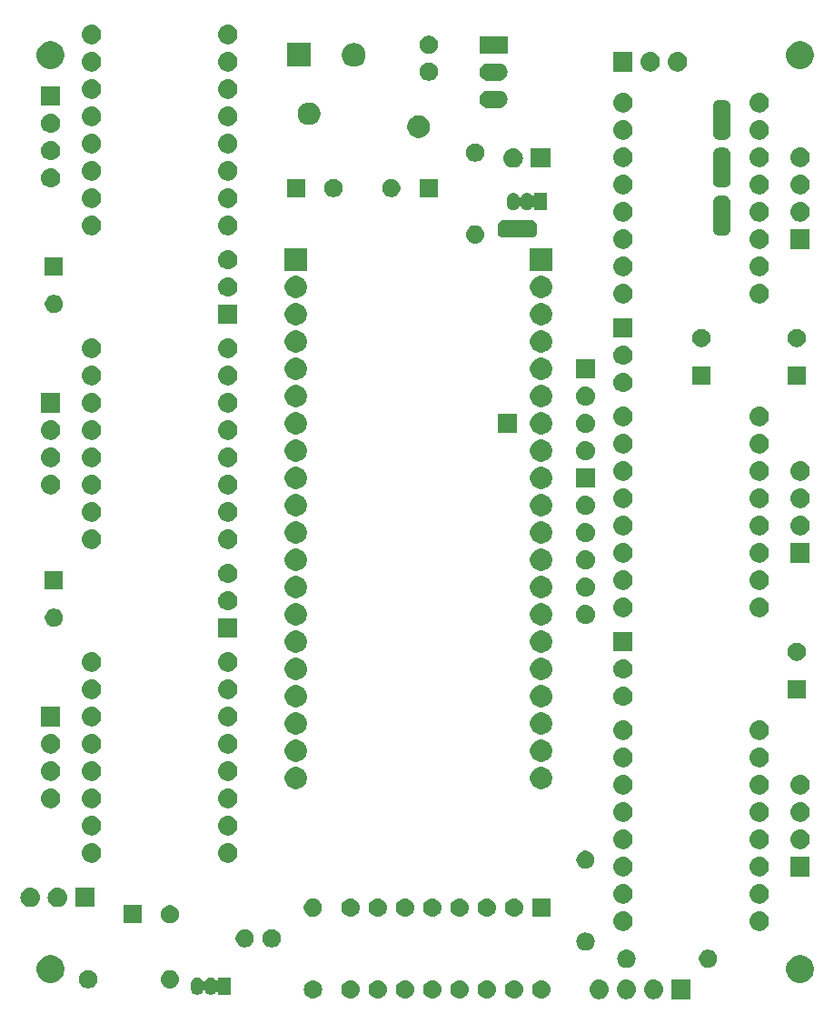
<source format=gbr>
G04 #@! TF.GenerationSoftware,KiCad,Pcbnew,(5.1.2-1)-1*
G04 #@! TF.CreationDate,2019-08-26T15:35:48+02:00*
G04 #@! TF.ProjectId,brett,62726574-742e-46b6-9963-61645f706362,A*
G04 #@! TF.SameCoordinates,Original*
G04 #@! TF.FileFunction,Soldermask,Bot*
G04 #@! TF.FilePolarity,Negative*
%FSLAX46Y46*%
G04 Gerber Fmt 4.6, Leading zero omitted, Abs format (unit mm)*
G04 Created by KiCad (PCBNEW (5.1.2-1)-1) date 2019-08-26 15:35:48*
%MOMM*%
%LPD*%
G04 APERTURE LIST*
%ADD10C,0.100000*%
G04 APERTURE END LIST*
D10*
G36*
X110438500Y-140601000D02*
G01*
X108636500Y-140601000D01*
X108636500Y-138799000D01*
X110438500Y-138799000D01*
X110438500Y-140601000D01*
X110438500Y-140601000D01*
G37*
G36*
X107100282Y-138804764D02*
G01*
X107174127Y-138812037D01*
X107343966Y-138863557D01*
X107500491Y-138947222D01*
X107526630Y-138968674D01*
X107637686Y-139059814D01*
X107712191Y-139150600D01*
X107750278Y-139197009D01*
X107833943Y-139353534D01*
X107885463Y-139523373D01*
X107902859Y-139700000D01*
X107885463Y-139876627D01*
X107833943Y-140046466D01*
X107750278Y-140202991D01*
X107720948Y-140238729D01*
X107637686Y-140340186D01*
X107536229Y-140423448D01*
X107500491Y-140452778D01*
X107343966Y-140536443D01*
X107174127Y-140587963D01*
X107107942Y-140594482D01*
X107041760Y-140601000D01*
X106953240Y-140601000D01*
X106887058Y-140594482D01*
X106820873Y-140587963D01*
X106651034Y-140536443D01*
X106494509Y-140452778D01*
X106458771Y-140423448D01*
X106357314Y-140340186D01*
X106274052Y-140238729D01*
X106244722Y-140202991D01*
X106161057Y-140046466D01*
X106109537Y-139876627D01*
X106092141Y-139700000D01*
X106109537Y-139523373D01*
X106161057Y-139353534D01*
X106244722Y-139197009D01*
X106282809Y-139150600D01*
X106357314Y-139059814D01*
X106468370Y-138968674D01*
X106494509Y-138947222D01*
X106651034Y-138863557D01*
X106820873Y-138812037D01*
X106894718Y-138804764D01*
X106953240Y-138799000D01*
X107041760Y-138799000D01*
X107100282Y-138804764D01*
X107100282Y-138804764D01*
G37*
G36*
X104560282Y-138804764D02*
G01*
X104634127Y-138812037D01*
X104803966Y-138863557D01*
X104960491Y-138947222D01*
X104986630Y-138968674D01*
X105097686Y-139059814D01*
X105172191Y-139150600D01*
X105210278Y-139197009D01*
X105293943Y-139353534D01*
X105345463Y-139523373D01*
X105362859Y-139700000D01*
X105345463Y-139876627D01*
X105293943Y-140046466D01*
X105210278Y-140202991D01*
X105180948Y-140238729D01*
X105097686Y-140340186D01*
X104996229Y-140423448D01*
X104960491Y-140452778D01*
X104803966Y-140536443D01*
X104634127Y-140587963D01*
X104567942Y-140594482D01*
X104501760Y-140601000D01*
X104413240Y-140601000D01*
X104347058Y-140594482D01*
X104280873Y-140587963D01*
X104111034Y-140536443D01*
X103954509Y-140452778D01*
X103918771Y-140423448D01*
X103817314Y-140340186D01*
X103734052Y-140238729D01*
X103704722Y-140202991D01*
X103621057Y-140046466D01*
X103569537Y-139876627D01*
X103552141Y-139700000D01*
X103569537Y-139523373D01*
X103621057Y-139353534D01*
X103704722Y-139197009D01*
X103742809Y-139150600D01*
X103817314Y-139059814D01*
X103928370Y-138968674D01*
X103954509Y-138947222D01*
X104111034Y-138863557D01*
X104280873Y-138812037D01*
X104354718Y-138804764D01*
X104413240Y-138799000D01*
X104501760Y-138799000D01*
X104560282Y-138804764D01*
X104560282Y-138804764D01*
G37*
G36*
X102020282Y-138804764D02*
G01*
X102094127Y-138812037D01*
X102263966Y-138863557D01*
X102420491Y-138947222D01*
X102446630Y-138968674D01*
X102557686Y-139059814D01*
X102632191Y-139150600D01*
X102670278Y-139197009D01*
X102753943Y-139353534D01*
X102805463Y-139523373D01*
X102822859Y-139700000D01*
X102805463Y-139876627D01*
X102753943Y-140046466D01*
X102670278Y-140202991D01*
X102640948Y-140238729D01*
X102557686Y-140340186D01*
X102456229Y-140423448D01*
X102420491Y-140452778D01*
X102263966Y-140536443D01*
X102094127Y-140587963D01*
X102027942Y-140594482D01*
X101961760Y-140601000D01*
X101873240Y-140601000D01*
X101807058Y-140594482D01*
X101740873Y-140587963D01*
X101571034Y-140536443D01*
X101414509Y-140452778D01*
X101378771Y-140423448D01*
X101277314Y-140340186D01*
X101194052Y-140238729D01*
X101164722Y-140202991D01*
X101081057Y-140046466D01*
X101029537Y-139876627D01*
X101012141Y-139700000D01*
X101029537Y-139523373D01*
X101081057Y-139353534D01*
X101164722Y-139197009D01*
X101202809Y-139150600D01*
X101277314Y-139059814D01*
X101388370Y-138968674D01*
X101414509Y-138947222D01*
X101571034Y-138863557D01*
X101740873Y-138812037D01*
X101814718Y-138804764D01*
X101873240Y-138799000D01*
X101961760Y-138799000D01*
X102020282Y-138804764D01*
X102020282Y-138804764D01*
G37*
G36*
X86526823Y-138861313D02*
G01*
X86687242Y-138909976D01*
X86771588Y-138955060D01*
X86835078Y-138988996D01*
X86964659Y-139095341D01*
X87071004Y-139224922D01*
X87071005Y-139224924D01*
X87150024Y-139372758D01*
X87198687Y-139533177D01*
X87215117Y-139700000D01*
X87198687Y-139866823D01*
X87179808Y-139929057D01*
X87153203Y-140016764D01*
X87150024Y-140027242D01*
X87139747Y-140046468D01*
X87071004Y-140175078D01*
X86964659Y-140304659D01*
X86835078Y-140411004D01*
X86835076Y-140411005D01*
X86687242Y-140490024D01*
X86526823Y-140538687D01*
X86401804Y-140551000D01*
X86318196Y-140551000D01*
X86193177Y-140538687D01*
X86032758Y-140490024D01*
X85884924Y-140411005D01*
X85884922Y-140411004D01*
X85755341Y-140304659D01*
X85648996Y-140175078D01*
X85580253Y-140046468D01*
X85569976Y-140027242D01*
X85566798Y-140016764D01*
X85540192Y-139929057D01*
X85521313Y-139866823D01*
X85504883Y-139700000D01*
X85521313Y-139533177D01*
X85569976Y-139372758D01*
X85648995Y-139224924D01*
X85648996Y-139224922D01*
X85755341Y-139095341D01*
X85884922Y-138988996D01*
X85948412Y-138955060D01*
X86032758Y-138909976D01*
X86193177Y-138861313D01*
X86318196Y-138849000D01*
X86401804Y-138849000D01*
X86526823Y-138861313D01*
X86526823Y-138861313D01*
G37*
G36*
X83986823Y-138861313D02*
G01*
X84147242Y-138909976D01*
X84231588Y-138955060D01*
X84295078Y-138988996D01*
X84424659Y-139095341D01*
X84531004Y-139224922D01*
X84531005Y-139224924D01*
X84610024Y-139372758D01*
X84658687Y-139533177D01*
X84675117Y-139700000D01*
X84658687Y-139866823D01*
X84639808Y-139929057D01*
X84613203Y-140016764D01*
X84610024Y-140027242D01*
X84599747Y-140046468D01*
X84531004Y-140175078D01*
X84424659Y-140304659D01*
X84295078Y-140411004D01*
X84295076Y-140411005D01*
X84147242Y-140490024D01*
X83986823Y-140538687D01*
X83861804Y-140551000D01*
X83778196Y-140551000D01*
X83653177Y-140538687D01*
X83492758Y-140490024D01*
X83344924Y-140411005D01*
X83344922Y-140411004D01*
X83215341Y-140304659D01*
X83108996Y-140175078D01*
X83040253Y-140046468D01*
X83029976Y-140027242D01*
X83026798Y-140016764D01*
X83000192Y-139929057D01*
X82981313Y-139866823D01*
X82964883Y-139700000D01*
X82981313Y-139533177D01*
X83029976Y-139372758D01*
X83108995Y-139224924D01*
X83108996Y-139224922D01*
X83215341Y-139095341D01*
X83344922Y-138988996D01*
X83408412Y-138955060D01*
X83492758Y-138909976D01*
X83653177Y-138861313D01*
X83778196Y-138849000D01*
X83861804Y-138849000D01*
X83986823Y-138861313D01*
X83986823Y-138861313D01*
G37*
G36*
X81446823Y-138861313D02*
G01*
X81607242Y-138909976D01*
X81691588Y-138955060D01*
X81755078Y-138988996D01*
X81884659Y-139095341D01*
X81991004Y-139224922D01*
X81991005Y-139224924D01*
X82070024Y-139372758D01*
X82118687Y-139533177D01*
X82135117Y-139700000D01*
X82118687Y-139866823D01*
X82099808Y-139929057D01*
X82073203Y-140016764D01*
X82070024Y-140027242D01*
X82059747Y-140046468D01*
X81991004Y-140175078D01*
X81884659Y-140304659D01*
X81755078Y-140411004D01*
X81755076Y-140411005D01*
X81607242Y-140490024D01*
X81446823Y-140538687D01*
X81321804Y-140551000D01*
X81238196Y-140551000D01*
X81113177Y-140538687D01*
X80952758Y-140490024D01*
X80804924Y-140411005D01*
X80804922Y-140411004D01*
X80675341Y-140304659D01*
X80568996Y-140175078D01*
X80500253Y-140046468D01*
X80489976Y-140027242D01*
X80486798Y-140016764D01*
X80460192Y-139929057D01*
X80441313Y-139866823D01*
X80424883Y-139700000D01*
X80441313Y-139533177D01*
X80489976Y-139372758D01*
X80568995Y-139224924D01*
X80568996Y-139224922D01*
X80675341Y-139095341D01*
X80804922Y-138988996D01*
X80868412Y-138955060D01*
X80952758Y-138909976D01*
X81113177Y-138861313D01*
X81238196Y-138849000D01*
X81321804Y-138849000D01*
X81446823Y-138861313D01*
X81446823Y-138861313D01*
G37*
G36*
X78906823Y-138861313D02*
G01*
X79067242Y-138909976D01*
X79151588Y-138955060D01*
X79215078Y-138988996D01*
X79344659Y-139095341D01*
X79451004Y-139224922D01*
X79451005Y-139224924D01*
X79530024Y-139372758D01*
X79578687Y-139533177D01*
X79595117Y-139700000D01*
X79578687Y-139866823D01*
X79559808Y-139929057D01*
X79533203Y-140016764D01*
X79530024Y-140027242D01*
X79519747Y-140046468D01*
X79451004Y-140175078D01*
X79344659Y-140304659D01*
X79215078Y-140411004D01*
X79215076Y-140411005D01*
X79067242Y-140490024D01*
X78906823Y-140538687D01*
X78781804Y-140551000D01*
X78698196Y-140551000D01*
X78573177Y-140538687D01*
X78412758Y-140490024D01*
X78264924Y-140411005D01*
X78264922Y-140411004D01*
X78135341Y-140304659D01*
X78028996Y-140175078D01*
X77960253Y-140046468D01*
X77949976Y-140027242D01*
X77946798Y-140016764D01*
X77920192Y-139929057D01*
X77901313Y-139866823D01*
X77884883Y-139700000D01*
X77901313Y-139533177D01*
X77949976Y-139372758D01*
X78028995Y-139224924D01*
X78028996Y-139224922D01*
X78135341Y-139095341D01*
X78264922Y-138988996D01*
X78328412Y-138955060D01*
X78412758Y-138909976D01*
X78573177Y-138861313D01*
X78698196Y-138849000D01*
X78781804Y-138849000D01*
X78906823Y-138861313D01*
X78906823Y-138861313D01*
G37*
G36*
X75414323Y-138861313D02*
G01*
X75574742Y-138909976D01*
X75659088Y-138955060D01*
X75722578Y-138988996D01*
X75852159Y-139095341D01*
X75958504Y-139224922D01*
X75958505Y-139224924D01*
X76037524Y-139372758D01*
X76086187Y-139533177D01*
X76102617Y-139700000D01*
X76086187Y-139866823D01*
X76067308Y-139929057D01*
X76040703Y-140016764D01*
X76037524Y-140027242D01*
X76027247Y-140046468D01*
X75958504Y-140175078D01*
X75852159Y-140304659D01*
X75722578Y-140411004D01*
X75722576Y-140411005D01*
X75574742Y-140490024D01*
X75414323Y-140538687D01*
X75289304Y-140551000D01*
X75205696Y-140551000D01*
X75080677Y-140538687D01*
X74920258Y-140490024D01*
X74772424Y-140411005D01*
X74772422Y-140411004D01*
X74642841Y-140304659D01*
X74536496Y-140175078D01*
X74467753Y-140046468D01*
X74457476Y-140027242D01*
X74454298Y-140016764D01*
X74427692Y-139929057D01*
X74408813Y-139866823D01*
X74392383Y-139700000D01*
X74408813Y-139533177D01*
X74457476Y-139372758D01*
X74536495Y-139224924D01*
X74536496Y-139224922D01*
X74642841Y-139095341D01*
X74772422Y-138988996D01*
X74835912Y-138955060D01*
X74920258Y-138909976D01*
X75080677Y-138861313D01*
X75205696Y-138849000D01*
X75289304Y-138849000D01*
X75414323Y-138861313D01*
X75414323Y-138861313D01*
G37*
G36*
X89066823Y-138861313D02*
G01*
X89227242Y-138909976D01*
X89311588Y-138955060D01*
X89375078Y-138988996D01*
X89504659Y-139095341D01*
X89611004Y-139224922D01*
X89611005Y-139224924D01*
X89690024Y-139372758D01*
X89738687Y-139533177D01*
X89755117Y-139700000D01*
X89738687Y-139866823D01*
X89719808Y-139929057D01*
X89693203Y-140016764D01*
X89690024Y-140027242D01*
X89679747Y-140046468D01*
X89611004Y-140175078D01*
X89504659Y-140304659D01*
X89375078Y-140411004D01*
X89375076Y-140411005D01*
X89227242Y-140490024D01*
X89066823Y-140538687D01*
X88941804Y-140551000D01*
X88858196Y-140551000D01*
X88733177Y-140538687D01*
X88572758Y-140490024D01*
X88424924Y-140411005D01*
X88424922Y-140411004D01*
X88295341Y-140304659D01*
X88188996Y-140175078D01*
X88120253Y-140046468D01*
X88109976Y-140027242D01*
X88106798Y-140016764D01*
X88080192Y-139929057D01*
X88061313Y-139866823D01*
X88044883Y-139700000D01*
X88061313Y-139533177D01*
X88109976Y-139372758D01*
X88188995Y-139224924D01*
X88188996Y-139224922D01*
X88295341Y-139095341D01*
X88424922Y-138988996D01*
X88488412Y-138955060D01*
X88572758Y-138909976D01*
X88733177Y-138861313D01*
X88858196Y-138849000D01*
X88941804Y-138849000D01*
X89066823Y-138861313D01*
X89066823Y-138861313D01*
G37*
G36*
X91606823Y-138861313D02*
G01*
X91767242Y-138909976D01*
X91851588Y-138955060D01*
X91915078Y-138988996D01*
X92044659Y-139095341D01*
X92151004Y-139224922D01*
X92151005Y-139224924D01*
X92230024Y-139372758D01*
X92278687Y-139533177D01*
X92295117Y-139700000D01*
X92278687Y-139866823D01*
X92259808Y-139929057D01*
X92233203Y-140016764D01*
X92230024Y-140027242D01*
X92219747Y-140046468D01*
X92151004Y-140175078D01*
X92044659Y-140304659D01*
X91915078Y-140411004D01*
X91915076Y-140411005D01*
X91767242Y-140490024D01*
X91606823Y-140538687D01*
X91481804Y-140551000D01*
X91398196Y-140551000D01*
X91273177Y-140538687D01*
X91112758Y-140490024D01*
X90964924Y-140411005D01*
X90964922Y-140411004D01*
X90835341Y-140304659D01*
X90728996Y-140175078D01*
X90660253Y-140046468D01*
X90649976Y-140027242D01*
X90646798Y-140016764D01*
X90620192Y-139929057D01*
X90601313Y-139866823D01*
X90584883Y-139700000D01*
X90601313Y-139533177D01*
X90649976Y-139372758D01*
X90728995Y-139224924D01*
X90728996Y-139224922D01*
X90835341Y-139095341D01*
X90964922Y-138988996D01*
X91028412Y-138955060D01*
X91112758Y-138909976D01*
X91273177Y-138861313D01*
X91398196Y-138849000D01*
X91481804Y-138849000D01*
X91606823Y-138861313D01*
X91606823Y-138861313D01*
G37*
G36*
X94146823Y-138861313D02*
G01*
X94307242Y-138909976D01*
X94391588Y-138955060D01*
X94455078Y-138988996D01*
X94584659Y-139095341D01*
X94691004Y-139224922D01*
X94691005Y-139224924D01*
X94770024Y-139372758D01*
X94818687Y-139533177D01*
X94835117Y-139700000D01*
X94818687Y-139866823D01*
X94799808Y-139929057D01*
X94773203Y-140016764D01*
X94770024Y-140027242D01*
X94759747Y-140046468D01*
X94691004Y-140175078D01*
X94584659Y-140304659D01*
X94455078Y-140411004D01*
X94455076Y-140411005D01*
X94307242Y-140490024D01*
X94146823Y-140538687D01*
X94021804Y-140551000D01*
X93938196Y-140551000D01*
X93813177Y-140538687D01*
X93652758Y-140490024D01*
X93504924Y-140411005D01*
X93504922Y-140411004D01*
X93375341Y-140304659D01*
X93268996Y-140175078D01*
X93200253Y-140046468D01*
X93189976Y-140027242D01*
X93186798Y-140016764D01*
X93160192Y-139929057D01*
X93141313Y-139866823D01*
X93124883Y-139700000D01*
X93141313Y-139533177D01*
X93189976Y-139372758D01*
X93268995Y-139224924D01*
X93268996Y-139224922D01*
X93375341Y-139095341D01*
X93504922Y-138988996D01*
X93568412Y-138955060D01*
X93652758Y-138909976D01*
X93813177Y-138861313D01*
X93938196Y-138849000D01*
X94021804Y-138849000D01*
X94146823Y-138861313D01*
X94146823Y-138861313D01*
G37*
G36*
X96686823Y-138861313D02*
G01*
X96847242Y-138909976D01*
X96931588Y-138955060D01*
X96995078Y-138988996D01*
X97124659Y-139095341D01*
X97231004Y-139224922D01*
X97231005Y-139224924D01*
X97310024Y-139372758D01*
X97358687Y-139533177D01*
X97375117Y-139700000D01*
X97358687Y-139866823D01*
X97339808Y-139929057D01*
X97313203Y-140016764D01*
X97310024Y-140027242D01*
X97299747Y-140046468D01*
X97231004Y-140175078D01*
X97124659Y-140304659D01*
X96995078Y-140411004D01*
X96995076Y-140411005D01*
X96847242Y-140490024D01*
X96686823Y-140538687D01*
X96561804Y-140551000D01*
X96478196Y-140551000D01*
X96353177Y-140538687D01*
X96192758Y-140490024D01*
X96044924Y-140411005D01*
X96044922Y-140411004D01*
X95915341Y-140304659D01*
X95808996Y-140175078D01*
X95740253Y-140046468D01*
X95729976Y-140027242D01*
X95726798Y-140016764D01*
X95700192Y-139929057D01*
X95681313Y-139866823D01*
X95664883Y-139700000D01*
X95681313Y-139533177D01*
X95729976Y-139372758D01*
X95808995Y-139224924D01*
X95808996Y-139224922D01*
X95915341Y-139095341D01*
X96044922Y-138988996D01*
X96108412Y-138955060D01*
X96192758Y-138909976D01*
X96353177Y-138861313D01*
X96478196Y-138849000D01*
X96561804Y-138849000D01*
X96686823Y-138861313D01*
X96686823Y-138861313D01*
G37*
G36*
X65835416Y-138589834D02*
G01*
X65943992Y-138622771D01*
X65943995Y-138622772D01*
X65980101Y-138642071D01*
X66044057Y-138676256D01*
X66131764Y-138748236D01*
X66194883Y-138825146D01*
X66212202Y-138842465D01*
X66232577Y-138856079D01*
X66255216Y-138865457D01*
X66279249Y-138870237D01*
X66303753Y-138870237D01*
X66327786Y-138865457D01*
X66350425Y-138856079D01*
X66370799Y-138842466D01*
X66388126Y-138825139D01*
X66401740Y-138804764D01*
X66411118Y-138782125D01*
X66415898Y-138758092D01*
X66416500Y-138745840D01*
X66416500Y-138581500D01*
X67568500Y-138581500D01*
X67568500Y-140183500D01*
X66416500Y-140183500D01*
X66416500Y-140019160D01*
X66414098Y-139994774D01*
X66406985Y-139971325D01*
X66395434Y-139949714D01*
X66379889Y-139930772D01*
X66360947Y-139915227D01*
X66339336Y-139903676D01*
X66315887Y-139896563D01*
X66291501Y-139894161D01*
X66267115Y-139896563D01*
X66243666Y-139903676D01*
X66222055Y-139915227D01*
X66194881Y-139939856D01*
X66131764Y-140016764D01*
X66044056Y-140088744D01*
X65980100Y-140122929D01*
X65943994Y-140142228D01*
X65943991Y-140142229D01*
X65835415Y-140175166D01*
X65722500Y-140186287D01*
X65609584Y-140175166D01*
X65501008Y-140142229D01*
X65501005Y-140142228D01*
X65464899Y-140122929D01*
X65400943Y-140088744D01*
X65313236Y-140016764D01*
X65241256Y-139929056D01*
X65197739Y-139847640D01*
X65184125Y-139827266D01*
X65166798Y-139809939D01*
X65146424Y-139796325D01*
X65123785Y-139786948D01*
X65099751Y-139782168D01*
X65075247Y-139782168D01*
X65051214Y-139786949D01*
X65028575Y-139796326D01*
X65008201Y-139809940D01*
X64990874Y-139827267D01*
X64977262Y-139847640D01*
X64933744Y-139929057D01*
X64861764Y-140016764D01*
X64774056Y-140088744D01*
X64710100Y-140122929D01*
X64673994Y-140142228D01*
X64673991Y-140142229D01*
X64565415Y-140175166D01*
X64452500Y-140186287D01*
X64339584Y-140175166D01*
X64231008Y-140142229D01*
X64231005Y-140142228D01*
X64194899Y-140122929D01*
X64130943Y-140088744D01*
X64043236Y-140016764D01*
X63971256Y-139929056D01*
X63927739Y-139847640D01*
X63917772Y-139828994D01*
X63911992Y-139809940D01*
X63884834Y-139720415D01*
X63876500Y-139635797D01*
X63876500Y-139129202D01*
X63884834Y-139044584D01*
X63917771Y-138936008D01*
X63917772Y-138936005D01*
X63971256Y-138835945D01*
X63971257Y-138835943D01*
X64043237Y-138748236D01*
X64130944Y-138676256D01*
X64194900Y-138642071D01*
X64231006Y-138622772D01*
X64231009Y-138622771D01*
X64339585Y-138589834D01*
X64452500Y-138578713D01*
X64565416Y-138589834D01*
X64673992Y-138622771D01*
X64673995Y-138622772D01*
X64710101Y-138642071D01*
X64774057Y-138676256D01*
X64861764Y-138748236D01*
X64933744Y-138835943D01*
X64948504Y-138863558D01*
X64977261Y-138917359D01*
X64990875Y-138937734D01*
X65008202Y-138955061D01*
X65028576Y-138968674D01*
X65051215Y-138978052D01*
X65075248Y-138982832D01*
X65099752Y-138982832D01*
X65123785Y-138978052D01*
X65146424Y-138968674D01*
X65166799Y-138955060D01*
X65184126Y-138937733D01*
X65197739Y-138917359D01*
X65241256Y-138835945D01*
X65241257Y-138835943D01*
X65313237Y-138748236D01*
X65400944Y-138676256D01*
X65464900Y-138642071D01*
X65501006Y-138622772D01*
X65501009Y-138622771D01*
X65609585Y-138589834D01*
X65722500Y-138578713D01*
X65835416Y-138589834D01*
X65835416Y-138589834D01*
G37*
G36*
X62079323Y-137908813D02*
G01*
X62239742Y-137957476D01*
X62306861Y-137993352D01*
X62387578Y-138036496D01*
X62517159Y-138142841D01*
X62623504Y-138272422D01*
X62623505Y-138272424D01*
X62702524Y-138420258D01*
X62751187Y-138580677D01*
X62767617Y-138747500D01*
X62751187Y-138914323D01*
X62702524Y-139074742D01*
X62661977Y-139150600D01*
X62623504Y-139222578D01*
X62517159Y-139352159D01*
X62387578Y-139458504D01*
X62387576Y-139458505D01*
X62239742Y-139537524D01*
X62079323Y-139586187D01*
X61954304Y-139598500D01*
X61870696Y-139598500D01*
X61745677Y-139586187D01*
X61585258Y-139537524D01*
X61437424Y-139458505D01*
X61437422Y-139458504D01*
X61307841Y-139352159D01*
X61201496Y-139222578D01*
X61163023Y-139150600D01*
X61122476Y-139074742D01*
X61073813Y-138914323D01*
X61057383Y-138747500D01*
X61073813Y-138580677D01*
X61122476Y-138420258D01*
X61201495Y-138272424D01*
X61201496Y-138272422D01*
X61307841Y-138142841D01*
X61437422Y-138036496D01*
X61518139Y-137993352D01*
X61585258Y-137957476D01*
X61745677Y-137908813D01*
X61870696Y-137896500D01*
X61954304Y-137896500D01*
X62079323Y-137908813D01*
X62079323Y-137908813D01*
G37*
G36*
X54540728Y-137929203D02*
G01*
X54695600Y-137993353D01*
X54834981Y-138086485D01*
X54953515Y-138205019D01*
X55046647Y-138344400D01*
X55110797Y-138499272D01*
X55143500Y-138663684D01*
X55143500Y-138831316D01*
X55110797Y-138995728D01*
X55046647Y-139150600D01*
X54953515Y-139289981D01*
X54834981Y-139408515D01*
X54695600Y-139501647D01*
X54540728Y-139565797D01*
X54376316Y-139598500D01*
X54208684Y-139598500D01*
X54044272Y-139565797D01*
X53889400Y-139501647D01*
X53750019Y-139408515D01*
X53631485Y-139289981D01*
X53538353Y-139150600D01*
X53474203Y-138995728D01*
X53441500Y-138831316D01*
X53441500Y-138663684D01*
X53474203Y-138499272D01*
X53538353Y-138344400D01*
X53631485Y-138205019D01*
X53750019Y-138086485D01*
X53889400Y-137993353D01*
X54044272Y-137929203D01*
X54208684Y-137896500D01*
X54376316Y-137896500D01*
X54540728Y-137929203D01*
X54540728Y-137929203D01*
G37*
G36*
X121029487Y-136543996D02*
G01*
X121266253Y-136642068D01*
X121266255Y-136642069D01*
X121479339Y-136784447D01*
X121660553Y-136965661D01*
X121744121Y-137090729D01*
X121802932Y-137178747D01*
X121901004Y-137415513D01*
X121951000Y-137666861D01*
X121951000Y-137923139D01*
X121901004Y-138174487D01*
X121830622Y-138344403D01*
X121802931Y-138411255D01*
X121660553Y-138624339D01*
X121479339Y-138805553D01*
X121266255Y-138947931D01*
X121266254Y-138947932D01*
X121266253Y-138947932D01*
X121029487Y-139046004D01*
X120778139Y-139096000D01*
X120521861Y-139096000D01*
X120270513Y-139046004D01*
X120033747Y-138947932D01*
X120033746Y-138947932D01*
X120033745Y-138947931D01*
X119820661Y-138805553D01*
X119639447Y-138624339D01*
X119497069Y-138411255D01*
X119469378Y-138344403D01*
X119398996Y-138174487D01*
X119349000Y-137923139D01*
X119349000Y-137666861D01*
X119398996Y-137415513D01*
X119497068Y-137178747D01*
X119555880Y-137090729D01*
X119639447Y-136965661D01*
X119820661Y-136784447D01*
X120033745Y-136642069D01*
X120033747Y-136642068D01*
X120270513Y-136543996D01*
X120521861Y-136494000D01*
X120778139Y-136494000D01*
X121029487Y-136543996D01*
X121029487Y-136543996D01*
G37*
G36*
X51179487Y-136543996D02*
G01*
X51416253Y-136642068D01*
X51416255Y-136642069D01*
X51629339Y-136784447D01*
X51810553Y-136965661D01*
X51894121Y-137090729D01*
X51952932Y-137178747D01*
X52051004Y-137415513D01*
X52101000Y-137666861D01*
X52101000Y-137923139D01*
X52051004Y-138174487D01*
X51980622Y-138344403D01*
X51952931Y-138411255D01*
X51810553Y-138624339D01*
X51629339Y-138805553D01*
X51416255Y-138947931D01*
X51416254Y-138947932D01*
X51416253Y-138947932D01*
X51179487Y-139046004D01*
X50928139Y-139096000D01*
X50671861Y-139096000D01*
X50420513Y-139046004D01*
X50183747Y-138947932D01*
X50183746Y-138947932D01*
X50183745Y-138947931D01*
X49970661Y-138805553D01*
X49789447Y-138624339D01*
X49647069Y-138411255D01*
X49619378Y-138344403D01*
X49548996Y-138174487D01*
X49499000Y-137923139D01*
X49499000Y-137666861D01*
X49548996Y-137415513D01*
X49647068Y-137178747D01*
X49705880Y-137090729D01*
X49789447Y-136965661D01*
X49970661Y-136784447D01*
X50183745Y-136642069D01*
X50183747Y-136642068D01*
X50420513Y-136543996D01*
X50671861Y-136494000D01*
X50928139Y-136494000D01*
X51179487Y-136543996D01*
X51179487Y-136543996D01*
G37*
G36*
X112325728Y-136024203D02*
G01*
X112480600Y-136088353D01*
X112619981Y-136181485D01*
X112738515Y-136300019D01*
X112831647Y-136439400D01*
X112895797Y-136594272D01*
X112928500Y-136758684D01*
X112928500Y-136926316D01*
X112895797Y-137090728D01*
X112831647Y-137245600D01*
X112738515Y-137384981D01*
X112619981Y-137503515D01*
X112480600Y-137596647D01*
X112325728Y-137660797D01*
X112161316Y-137693500D01*
X111993684Y-137693500D01*
X111829272Y-137660797D01*
X111674400Y-137596647D01*
X111535019Y-137503515D01*
X111416485Y-137384981D01*
X111323353Y-137245600D01*
X111259203Y-137090728D01*
X111226500Y-136926316D01*
X111226500Y-136758684D01*
X111259203Y-136594272D01*
X111323353Y-136439400D01*
X111416485Y-136300019D01*
X111535019Y-136181485D01*
X111674400Y-136088353D01*
X111829272Y-136024203D01*
X111993684Y-135991500D01*
X112161316Y-135991500D01*
X112325728Y-136024203D01*
X112325728Y-136024203D01*
G37*
G36*
X104624323Y-136003813D02*
G01*
X104784742Y-136052476D01*
X104851861Y-136088352D01*
X104932578Y-136131496D01*
X105062159Y-136237841D01*
X105168504Y-136367422D01*
X105168505Y-136367424D01*
X105247524Y-136515258D01*
X105296187Y-136675677D01*
X105312617Y-136842500D01*
X105296187Y-137009323D01*
X105247524Y-137169742D01*
X105206977Y-137245600D01*
X105168504Y-137317578D01*
X105062159Y-137447159D01*
X104932578Y-137553504D01*
X104932576Y-137553505D01*
X104784742Y-137632524D01*
X104624323Y-137681187D01*
X104499304Y-137693500D01*
X104415696Y-137693500D01*
X104290677Y-137681187D01*
X104130258Y-137632524D01*
X103982424Y-137553505D01*
X103982422Y-137553504D01*
X103852841Y-137447159D01*
X103746496Y-137317578D01*
X103708023Y-137245600D01*
X103667476Y-137169742D01*
X103618813Y-137009323D01*
X103602383Y-136842500D01*
X103618813Y-136675677D01*
X103667476Y-136515258D01*
X103746495Y-136367424D01*
X103746496Y-136367422D01*
X103852841Y-136237841D01*
X103982422Y-136131496D01*
X104063139Y-136088352D01*
X104130258Y-136052476D01*
X104290677Y-136003813D01*
X104415696Y-135991500D01*
X104499304Y-135991500D01*
X104624323Y-136003813D01*
X104624323Y-136003813D01*
G37*
G36*
X100814323Y-134416313D02*
G01*
X100974742Y-134464976D01*
X101104625Y-134534400D01*
X101122578Y-134543996D01*
X101252159Y-134650341D01*
X101358504Y-134779922D01*
X101358505Y-134779924D01*
X101437524Y-134927758D01*
X101486187Y-135088177D01*
X101502617Y-135255000D01*
X101486187Y-135421823D01*
X101437524Y-135582242D01*
X101379046Y-135691647D01*
X101358504Y-135730078D01*
X101252159Y-135859659D01*
X101122578Y-135966004D01*
X101122576Y-135966005D01*
X100974742Y-136045024D01*
X100814323Y-136093687D01*
X100689304Y-136106000D01*
X100605696Y-136106000D01*
X100480677Y-136093687D01*
X100320258Y-136045024D01*
X100172424Y-135966005D01*
X100172422Y-135966004D01*
X100042841Y-135859659D01*
X99936496Y-135730078D01*
X99915954Y-135691647D01*
X99857476Y-135582242D01*
X99808813Y-135421823D01*
X99792383Y-135255000D01*
X99808813Y-135088177D01*
X99857476Y-134927758D01*
X99936495Y-134779924D01*
X99936496Y-134779922D01*
X100042841Y-134650341D01*
X100172422Y-134543996D01*
X100190375Y-134534400D01*
X100320258Y-134464976D01*
X100480677Y-134416313D01*
X100605696Y-134404000D01*
X100689304Y-134404000D01*
X100814323Y-134416313D01*
X100814323Y-134416313D01*
G37*
G36*
X71645728Y-134119203D02*
G01*
X71800600Y-134183353D01*
X71939981Y-134276485D01*
X72058515Y-134395019D01*
X72151647Y-134534400D01*
X72215797Y-134689272D01*
X72248500Y-134853684D01*
X72248500Y-135021316D01*
X72215797Y-135185728D01*
X72151647Y-135340600D01*
X72058515Y-135479981D01*
X71939981Y-135598515D01*
X71800600Y-135691647D01*
X71645728Y-135755797D01*
X71481316Y-135788500D01*
X71313684Y-135788500D01*
X71149272Y-135755797D01*
X70994400Y-135691647D01*
X70855019Y-135598515D01*
X70736485Y-135479981D01*
X70643353Y-135340600D01*
X70579203Y-135185728D01*
X70546500Y-135021316D01*
X70546500Y-134853684D01*
X70579203Y-134689272D01*
X70643353Y-134534400D01*
X70736485Y-134395019D01*
X70855019Y-134276485D01*
X70994400Y-134183353D01*
X71149272Y-134119203D01*
X71313684Y-134086500D01*
X71481316Y-134086500D01*
X71645728Y-134119203D01*
X71645728Y-134119203D01*
G37*
G36*
X69145728Y-134119203D02*
G01*
X69300600Y-134183353D01*
X69439981Y-134276485D01*
X69558515Y-134395019D01*
X69651647Y-134534400D01*
X69715797Y-134689272D01*
X69748500Y-134853684D01*
X69748500Y-135021316D01*
X69715797Y-135185728D01*
X69651647Y-135340600D01*
X69558515Y-135479981D01*
X69439981Y-135598515D01*
X69300600Y-135691647D01*
X69145728Y-135755797D01*
X68981316Y-135788500D01*
X68813684Y-135788500D01*
X68649272Y-135755797D01*
X68494400Y-135691647D01*
X68355019Y-135598515D01*
X68236485Y-135479981D01*
X68143353Y-135340600D01*
X68079203Y-135185728D01*
X68046500Y-135021316D01*
X68046500Y-134853684D01*
X68079203Y-134689272D01*
X68143353Y-134534400D01*
X68236485Y-134395019D01*
X68355019Y-134276485D01*
X68494400Y-134183353D01*
X68649272Y-134119203D01*
X68813684Y-134086500D01*
X68981316Y-134086500D01*
X69145728Y-134119203D01*
X69145728Y-134119203D01*
G37*
G36*
X116950442Y-132455518D02*
G01*
X117016627Y-132462037D01*
X117186466Y-132513557D01*
X117342991Y-132597222D01*
X117373768Y-132622480D01*
X117480186Y-132709814D01*
X117553226Y-132798815D01*
X117592778Y-132847009D01*
X117676443Y-133003534D01*
X117727963Y-133173373D01*
X117745359Y-133350000D01*
X117727963Y-133526627D01*
X117676443Y-133696466D01*
X117592778Y-133852991D01*
X117563448Y-133888729D01*
X117480186Y-133990186D01*
X117378729Y-134073448D01*
X117342991Y-134102778D01*
X117186466Y-134186443D01*
X117016627Y-134237963D01*
X116950443Y-134244481D01*
X116884260Y-134251000D01*
X116795740Y-134251000D01*
X116729557Y-134244481D01*
X116663373Y-134237963D01*
X116493534Y-134186443D01*
X116337009Y-134102778D01*
X116301271Y-134073448D01*
X116199814Y-133990186D01*
X116116552Y-133888729D01*
X116087222Y-133852991D01*
X116003557Y-133696466D01*
X115952037Y-133526627D01*
X115934641Y-133350000D01*
X115952037Y-133173373D01*
X116003557Y-133003534D01*
X116087222Y-132847009D01*
X116126774Y-132798815D01*
X116199814Y-132709814D01*
X116306232Y-132622480D01*
X116337009Y-132597222D01*
X116493534Y-132513557D01*
X116663373Y-132462037D01*
X116729558Y-132455518D01*
X116795740Y-132449000D01*
X116884260Y-132449000D01*
X116950442Y-132455518D01*
X116950442Y-132455518D01*
G37*
G36*
X104250442Y-132455518D02*
G01*
X104316627Y-132462037D01*
X104486466Y-132513557D01*
X104642991Y-132597222D01*
X104673768Y-132622480D01*
X104780186Y-132709814D01*
X104853226Y-132798815D01*
X104892778Y-132847009D01*
X104976443Y-133003534D01*
X105027963Y-133173373D01*
X105045359Y-133350000D01*
X105027963Y-133526627D01*
X104976443Y-133696466D01*
X104892778Y-133852991D01*
X104863448Y-133888729D01*
X104780186Y-133990186D01*
X104678729Y-134073448D01*
X104642991Y-134102778D01*
X104486466Y-134186443D01*
X104316627Y-134237963D01*
X104250443Y-134244481D01*
X104184260Y-134251000D01*
X104095740Y-134251000D01*
X104029557Y-134244481D01*
X103963373Y-134237963D01*
X103793534Y-134186443D01*
X103637009Y-134102778D01*
X103601271Y-134073448D01*
X103499814Y-133990186D01*
X103416552Y-133888729D01*
X103387222Y-133852991D01*
X103303557Y-133696466D01*
X103252037Y-133526627D01*
X103234641Y-133350000D01*
X103252037Y-133173373D01*
X103303557Y-133003534D01*
X103387222Y-132847009D01*
X103426774Y-132798815D01*
X103499814Y-132709814D01*
X103606232Y-132622480D01*
X103637009Y-132597222D01*
X103793534Y-132513557D01*
X103963373Y-132462037D01*
X104029558Y-132455518D01*
X104095740Y-132449000D01*
X104184260Y-132449000D01*
X104250442Y-132455518D01*
X104250442Y-132455518D01*
G37*
G36*
X62168228Y-131896703D02*
G01*
X62323100Y-131960853D01*
X62462481Y-132053985D01*
X62581015Y-132172519D01*
X62674147Y-132311900D01*
X62738297Y-132466772D01*
X62771000Y-132631184D01*
X62771000Y-132798816D01*
X62738297Y-132963228D01*
X62674147Y-133118100D01*
X62581015Y-133257481D01*
X62462481Y-133376015D01*
X62323100Y-133469147D01*
X62168228Y-133533297D01*
X62003816Y-133566000D01*
X61836184Y-133566000D01*
X61671772Y-133533297D01*
X61516900Y-133469147D01*
X61377519Y-133376015D01*
X61258985Y-133257481D01*
X61165853Y-133118100D01*
X61101703Y-132963228D01*
X61069000Y-132798816D01*
X61069000Y-132631184D01*
X61101703Y-132466772D01*
X61165853Y-132311900D01*
X61258985Y-132172519D01*
X61377519Y-132053985D01*
X61516900Y-131960853D01*
X61671772Y-131896703D01*
X61836184Y-131864000D01*
X62003816Y-131864000D01*
X62168228Y-131896703D01*
X62168228Y-131896703D01*
G37*
G36*
X59271000Y-133566000D02*
G01*
X57569000Y-133566000D01*
X57569000Y-131864000D01*
X59271000Y-131864000D01*
X59271000Y-133566000D01*
X59271000Y-133566000D01*
G37*
G36*
X91606823Y-131241313D02*
G01*
X91767242Y-131289976D01*
X91834361Y-131325852D01*
X91915078Y-131368996D01*
X92044659Y-131475341D01*
X92151004Y-131604922D01*
X92151005Y-131604924D01*
X92230024Y-131752758D01*
X92278687Y-131913177D01*
X92295117Y-132080000D01*
X92278687Y-132246823D01*
X92230024Y-132407242D01*
X92189477Y-132483100D01*
X92151004Y-132555078D01*
X92044659Y-132684659D01*
X91915078Y-132791004D01*
X91915076Y-132791005D01*
X91767242Y-132870024D01*
X91606823Y-132918687D01*
X91481804Y-132931000D01*
X91398196Y-132931000D01*
X91273177Y-132918687D01*
X91112758Y-132870024D01*
X90964924Y-132791005D01*
X90964922Y-132791004D01*
X90835341Y-132684659D01*
X90728996Y-132555078D01*
X90690523Y-132483100D01*
X90649976Y-132407242D01*
X90601313Y-132246823D01*
X90584883Y-132080000D01*
X90601313Y-131913177D01*
X90649976Y-131752758D01*
X90728995Y-131604924D01*
X90728996Y-131604922D01*
X90835341Y-131475341D01*
X90964922Y-131368996D01*
X91045639Y-131325852D01*
X91112758Y-131289976D01*
X91273177Y-131241313D01*
X91398196Y-131229000D01*
X91481804Y-131229000D01*
X91606823Y-131241313D01*
X91606823Y-131241313D01*
G37*
G36*
X94146823Y-131241313D02*
G01*
X94307242Y-131289976D01*
X94374361Y-131325852D01*
X94455078Y-131368996D01*
X94584659Y-131475341D01*
X94691004Y-131604922D01*
X94691005Y-131604924D01*
X94770024Y-131752758D01*
X94818687Y-131913177D01*
X94835117Y-132080000D01*
X94818687Y-132246823D01*
X94770024Y-132407242D01*
X94729477Y-132483100D01*
X94691004Y-132555078D01*
X94584659Y-132684659D01*
X94455078Y-132791004D01*
X94455076Y-132791005D01*
X94307242Y-132870024D01*
X94146823Y-132918687D01*
X94021804Y-132931000D01*
X93938196Y-132931000D01*
X93813177Y-132918687D01*
X93652758Y-132870024D01*
X93504924Y-132791005D01*
X93504922Y-132791004D01*
X93375341Y-132684659D01*
X93268996Y-132555078D01*
X93230523Y-132483100D01*
X93189976Y-132407242D01*
X93141313Y-132246823D01*
X93124883Y-132080000D01*
X93141313Y-131913177D01*
X93189976Y-131752758D01*
X93268995Y-131604924D01*
X93268996Y-131604922D01*
X93375341Y-131475341D01*
X93504922Y-131368996D01*
X93585639Y-131325852D01*
X93652758Y-131289976D01*
X93813177Y-131241313D01*
X93938196Y-131229000D01*
X94021804Y-131229000D01*
X94146823Y-131241313D01*
X94146823Y-131241313D01*
G37*
G36*
X97371000Y-132931000D02*
G01*
X95669000Y-132931000D01*
X95669000Y-131229000D01*
X97371000Y-131229000D01*
X97371000Y-132931000D01*
X97371000Y-132931000D01*
G37*
G36*
X75495728Y-131261703D02*
G01*
X75650600Y-131325853D01*
X75789981Y-131418985D01*
X75908515Y-131537519D01*
X76001647Y-131676900D01*
X76065797Y-131831772D01*
X76098500Y-131996184D01*
X76098500Y-132163816D01*
X76065797Y-132328228D01*
X76001647Y-132483100D01*
X75908515Y-132622481D01*
X75789981Y-132741015D01*
X75650600Y-132834147D01*
X75495728Y-132898297D01*
X75331316Y-132931000D01*
X75163684Y-132931000D01*
X74999272Y-132898297D01*
X74844400Y-132834147D01*
X74705019Y-132741015D01*
X74586485Y-132622481D01*
X74493353Y-132483100D01*
X74429203Y-132328228D01*
X74396500Y-132163816D01*
X74396500Y-131996184D01*
X74429203Y-131831772D01*
X74493353Y-131676900D01*
X74586485Y-131537519D01*
X74705019Y-131418985D01*
X74844400Y-131325853D01*
X74999272Y-131261703D01*
X75163684Y-131229000D01*
X75331316Y-131229000D01*
X75495728Y-131261703D01*
X75495728Y-131261703D01*
G37*
G36*
X89066823Y-131241313D02*
G01*
X89227242Y-131289976D01*
X89294361Y-131325852D01*
X89375078Y-131368996D01*
X89504659Y-131475341D01*
X89611004Y-131604922D01*
X89611005Y-131604924D01*
X89690024Y-131752758D01*
X89738687Y-131913177D01*
X89755117Y-132080000D01*
X89738687Y-132246823D01*
X89690024Y-132407242D01*
X89649477Y-132483100D01*
X89611004Y-132555078D01*
X89504659Y-132684659D01*
X89375078Y-132791004D01*
X89375076Y-132791005D01*
X89227242Y-132870024D01*
X89066823Y-132918687D01*
X88941804Y-132931000D01*
X88858196Y-132931000D01*
X88733177Y-132918687D01*
X88572758Y-132870024D01*
X88424924Y-132791005D01*
X88424922Y-132791004D01*
X88295341Y-132684659D01*
X88188996Y-132555078D01*
X88150523Y-132483100D01*
X88109976Y-132407242D01*
X88061313Y-132246823D01*
X88044883Y-132080000D01*
X88061313Y-131913177D01*
X88109976Y-131752758D01*
X88188995Y-131604924D01*
X88188996Y-131604922D01*
X88295341Y-131475341D01*
X88424922Y-131368996D01*
X88505639Y-131325852D01*
X88572758Y-131289976D01*
X88733177Y-131241313D01*
X88858196Y-131229000D01*
X88941804Y-131229000D01*
X89066823Y-131241313D01*
X89066823Y-131241313D01*
G37*
G36*
X78906823Y-131241313D02*
G01*
X79067242Y-131289976D01*
X79134361Y-131325852D01*
X79215078Y-131368996D01*
X79344659Y-131475341D01*
X79451004Y-131604922D01*
X79451005Y-131604924D01*
X79530024Y-131752758D01*
X79578687Y-131913177D01*
X79595117Y-132080000D01*
X79578687Y-132246823D01*
X79530024Y-132407242D01*
X79489477Y-132483100D01*
X79451004Y-132555078D01*
X79344659Y-132684659D01*
X79215078Y-132791004D01*
X79215076Y-132791005D01*
X79067242Y-132870024D01*
X78906823Y-132918687D01*
X78781804Y-132931000D01*
X78698196Y-132931000D01*
X78573177Y-132918687D01*
X78412758Y-132870024D01*
X78264924Y-132791005D01*
X78264922Y-132791004D01*
X78135341Y-132684659D01*
X78028996Y-132555078D01*
X77990523Y-132483100D01*
X77949976Y-132407242D01*
X77901313Y-132246823D01*
X77884883Y-132080000D01*
X77901313Y-131913177D01*
X77949976Y-131752758D01*
X78028995Y-131604924D01*
X78028996Y-131604922D01*
X78135341Y-131475341D01*
X78264922Y-131368996D01*
X78345639Y-131325852D01*
X78412758Y-131289976D01*
X78573177Y-131241313D01*
X78698196Y-131229000D01*
X78781804Y-131229000D01*
X78906823Y-131241313D01*
X78906823Y-131241313D01*
G37*
G36*
X86526823Y-131241313D02*
G01*
X86687242Y-131289976D01*
X86754361Y-131325852D01*
X86835078Y-131368996D01*
X86964659Y-131475341D01*
X87071004Y-131604922D01*
X87071005Y-131604924D01*
X87150024Y-131752758D01*
X87198687Y-131913177D01*
X87215117Y-132080000D01*
X87198687Y-132246823D01*
X87150024Y-132407242D01*
X87109477Y-132483100D01*
X87071004Y-132555078D01*
X86964659Y-132684659D01*
X86835078Y-132791004D01*
X86835076Y-132791005D01*
X86687242Y-132870024D01*
X86526823Y-132918687D01*
X86401804Y-132931000D01*
X86318196Y-132931000D01*
X86193177Y-132918687D01*
X86032758Y-132870024D01*
X85884924Y-132791005D01*
X85884922Y-132791004D01*
X85755341Y-132684659D01*
X85648996Y-132555078D01*
X85610523Y-132483100D01*
X85569976Y-132407242D01*
X85521313Y-132246823D01*
X85504883Y-132080000D01*
X85521313Y-131913177D01*
X85569976Y-131752758D01*
X85648995Y-131604924D01*
X85648996Y-131604922D01*
X85755341Y-131475341D01*
X85884922Y-131368996D01*
X85965639Y-131325852D01*
X86032758Y-131289976D01*
X86193177Y-131241313D01*
X86318196Y-131229000D01*
X86401804Y-131229000D01*
X86526823Y-131241313D01*
X86526823Y-131241313D01*
G37*
G36*
X81446823Y-131241313D02*
G01*
X81607242Y-131289976D01*
X81674361Y-131325852D01*
X81755078Y-131368996D01*
X81884659Y-131475341D01*
X81991004Y-131604922D01*
X81991005Y-131604924D01*
X82070024Y-131752758D01*
X82118687Y-131913177D01*
X82135117Y-132080000D01*
X82118687Y-132246823D01*
X82070024Y-132407242D01*
X82029477Y-132483100D01*
X81991004Y-132555078D01*
X81884659Y-132684659D01*
X81755078Y-132791004D01*
X81755076Y-132791005D01*
X81607242Y-132870024D01*
X81446823Y-132918687D01*
X81321804Y-132931000D01*
X81238196Y-132931000D01*
X81113177Y-132918687D01*
X80952758Y-132870024D01*
X80804924Y-132791005D01*
X80804922Y-132791004D01*
X80675341Y-132684659D01*
X80568996Y-132555078D01*
X80530523Y-132483100D01*
X80489976Y-132407242D01*
X80441313Y-132246823D01*
X80424883Y-132080000D01*
X80441313Y-131913177D01*
X80489976Y-131752758D01*
X80568995Y-131604924D01*
X80568996Y-131604922D01*
X80675341Y-131475341D01*
X80804922Y-131368996D01*
X80885639Y-131325852D01*
X80952758Y-131289976D01*
X81113177Y-131241313D01*
X81238196Y-131229000D01*
X81321804Y-131229000D01*
X81446823Y-131241313D01*
X81446823Y-131241313D01*
G37*
G36*
X83986823Y-131241313D02*
G01*
X84147242Y-131289976D01*
X84214361Y-131325852D01*
X84295078Y-131368996D01*
X84424659Y-131475341D01*
X84531004Y-131604922D01*
X84531005Y-131604924D01*
X84610024Y-131752758D01*
X84658687Y-131913177D01*
X84675117Y-132080000D01*
X84658687Y-132246823D01*
X84610024Y-132407242D01*
X84569477Y-132483100D01*
X84531004Y-132555078D01*
X84424659Y-132684659D01*
X84295078Y-132791004D01*
X84295076Y-132791005D01*
X84147242Y-132870024D01*
X83986823Y-132918687D01*
X83861804Y-132931000D01*
X83778196Y-132931000D01*
X83653177Y-132918687D01*
X83492758Y-132870024D01*
X83344924Y-132791005D01*
X83344922Y-132791004D01*
X83215341Y-132684659D01*
X83108996Y-132555078D01*
X83070523Y-132483100D01*
X83029976Y-132407242D01*
X82981313Y-132246823D01*
X82964883Y-132080000D01*
X82981313Y-131913177D01*
X83029976Y-131752758D01*
X83108995Y-131604924D01*
X83108996Y-131604922D01*
X83215341Y-131475341D01*
X83344922Y-131368996D01*
X83425639Y-131325852D01*
X83492758Y-131289976D01*
X83653177Y-131241313D01*
X83778196Y-131229000D01*
X83861804Y-131229000D01*
X83986823Y-131241313D01*
X83986823Y-131241313D01*
G37*
G36*
X54876000Y-132028500D02*
G01*
X53074000Y-132028500D01*
X53074000Y-130226500D01*
X54876000Y-130226500D01*
X54876000Y-132028500D01*
X54876000Y-132028500D01*
G37*
G36*
X49005442Y-130233018D02*
G01*
X49071627Y-130239537D01*
X49241466Y-130291057D01*
X49397991Y-130374722D01*
X49433729Y-130404052D01*
X49535186Y-130487314D01*
X49618448Y-130588771D01*
X49647778Y-130624509D01*
X49731443Y-130781034D01*
X49782963Y-130950873D01*
X49800359Y-131127500D01*
X49782963Y-131304127D01*
X49731443Y-131473966D01*
X49647778Y-131630491D01*
X49634687Y-131646442D01*
X49535186Y-131767686D01*
X49433729Y-131850948D01*
X49397991Y-131880278D01*
X49241466Y-131963943D01*
X49071627Y-132015463D01*
X49005442Y-132021982D01*
X48939260Y-132028500D01*
X48850740Y-132028500D01*
X48784558Y-132021982D01*
X48718373Y-132015463D01*
X48548534Y-131963943D01*
X48392009Y-131880278D01*
X48356271Y-131850948D01*
X48254814Y-131767686D01*
X48155313Y-131646442D01*
X48142222Y-131630491D01*
X48058557Y-131473966D01*
X48007037Y-131304127D01*
X47989641Y-131127500D01*
X48007037Y-130950873D01*
X48058557Y-130781034D01*
X48142222Y-130624509D01*
X48171552Y-130588771D01*
X48254814Y-130487314D01*
X48356271Y-130404052D01*
X48392009Y-130374722D01*
X48548534Y-130291057D01*
X48718373Y-130239537D01*
X48784558Y-130233018D01*
X48850740Y-130226500D01*
X48939260Y-130226500D01*
X49005442Y-130233018D01*
X49005442Y-130233018D01*
G37*
G36*
X51545442Y-130233018D02*
G01*
X51611627Y-130239537D01*
X51781466Y-130291057D01*
X51937991Y-130374722D01*
X51973729Y-130404052D01*
X52075186Y-130487314D01*
X52158448Y-130588771D01*
X52187778Y-130624509D01*
X52271443Y-130781034D01*
X52322963Y-130950873D01*
X52340359Y-131127500D01*
X52322963Y-131304127D01*
X52271443Y-131473966D01*
X52187778Y-131630491D01*
X52174687Y-131646442D01*
X52075186Y-131767686D01*
X51973729Y-131850948D01*
X51937991Y-131880278D01*
X51781466Y-131963943D01*
X51611627Y-132015463D01*
X51545442Y-132021982D01*
X51479260Y-132028500D01*
X51390740Y-132028500D01*
X51324558Y-132021982D01*
X51258373Y-132015463D01*
X51088534Y-131963943D01*
X50932009Y-131880278D01*
X50896271Y-131850948D01*
X50794814Y-131767686D01*
X50695313Y-131646442D01*
X50682222Y-131630491D01*
X50598557Y-131473966D01*
X50547037Y-131304127D01*
X50529641Y-131127500D01*
X50547037Y-130950873D01*
X50598557Y-130781034D01*
X50682222Y-130624509D01*
X50711552Y-130588771D01*
X50794814Y-130487314D01*
X50896271Y-130404052D01*
X50932009Y-130374722D01*
X51088534Y-130291057D01*
X51258373Y-130239537D01*
X51324558Y-130233018D01*
X51390740Y-130226500D01*
X51479260Y-130226500D01*
X51545442Y-130233018D01*
X51545442Y-130233018D01*
G37*
G36*
X116950442Y-129915518D02*
G01*
X117016627Y-129922037D01*
X117186466Y-129973557D01*
X117342991Y-130057222D01*
X117378729Y-130086552D01*
X117480186Y-130169814D01*
X117526706Y-130226500D01*
X117592778Y-130307009D01*
X117676443Y-130463534D01*
X117727963Y-130633373D01*
X117745359Y-130810000D01*
X117727963Y-130986627D01*
X117676443Y-131156466D01*
X117592778Y-131312991D01*
X117582223Y-131325852D01*
X117480186Y-131450186D01*
X117378729Y-131533448D01*
X117342991Y-131562778D01*
X117186466Y-131646443D01*
X117016627Y-131697963D01*
X116950443Y-131704481D01*
X116884260Y-131711000D01*
X116795740Y-131711000D01*
X116729557Y-131704481D01*
X116663373Y-131697963D01*
X116493534Y-131646443D01*
X116337009Y-131562778D01*
X116301271Y-131533448D01*
X116199814Y-131450186D01*
X116097777Y-131325852D01*
X116087222Y-131312991D01*
X116003557Y-131156466D01*
X115952037Y-130986627D01*
X115934641Y-130810000D01*
X115952037Y-130633373D01*
X116003557Y-130463534D01*
X116087222Y-130307009D01*
X116153294Y-130226500D01*
X116199814Y-130169814D01*
X116301271Y-130086552D01*
X116337009Y-130057222D01*
X116493534Y-129973557D01*
X116663373Y-129922037D01*
X116729558Y-129915518D01*
X116795740Y-129909000D01*
X116884260Y-129909000D01*
X116950442Y-129915518D01*
X116950442Y-129915518D01*
G37*
G36*
X104250442Y-129915518D02*
G01*
X104316627Y-129922037D01*
X104486466Y-129973557D01*
X104642991Y-130057222D01*
X104678729Y-130086552D01*
X104780186Y-130169814D01*
X104826706Y-130226500D01*
X104892778Y-130307009D01*
X104976443Y-130463534D01*
X105027963Y-130633373D01*
X105045359Y-130810000D01*
X105027963Y-130986627D01*
X104976443Y-131156466D01*
X104892778Y-131312991D01*
X104882223Y-131325852D01*
X104780186Y-131450186D01*
X104678729Y-131533448D01*
X104642991Y-131562778D01*
X104486466Y-131646443D01*
X104316627Y-131697963D01*
X104250443Y-131704481D01*
X104184260Y-131711000D01*
X104095740Y-131711000D01*
X104029557Y-131704481D01*
X103963373Y-131697963D01*
X103793534Y-131646443D01*
X103637009Y-131562778D01*
X103601271Y-131533448D01*
X103499814Y-131450186D01*
X103397777Y-131325852D01*
X103387222Y-131312991D01*
X103303557Y-131156466D01*
X103252037Y-130986627D01*
X103234641Y-130810000D01*
X103252037Y-130633373D01*
X103303557Y-130463534D01*
X103387222Y-130307009D01*
X103453294Y-130226500D01*
X103499814Y-130169814D01*
X103601271Y-130086552D01*
X103637009Y-130057222D01*
X103793534Y-129973557D01*
X103963373Y-129922037D01*
X104029558Y-129915518D01*
X104095740Y-129909000D01*
X104184260Y-129909000D01*
X104250442Y-129915518D01*
X104250442Y-129915518D01*
G37*
G36*
X121551000Y-129171000D02*
G01*
X119749000Y-129171000D01*
X119749000Y-127369000D01*
X121551000Y-127369000D01*
X121551000Y-129171000D01*
X121551000Y-129171000D01*
G37*
G36*
X116950442Y-127375518D02*
G01*
X117016627Y-127382037D01*
X117186466Y-127433557D01*
X117342991Y-127517222D01*
X117378729Y-127546552D01*
X117480186Y-127629814D01*
X117553226Y-127718815D01*
X117592778Y-127767009D01*
X117676443Y-127923534D01*
X117727963Y-128093373D01*
X117745359Y-128270000D01*
X117727963Y-128446627D01*
X117676443Y-128616466D01*
X117592778Y-128772991D01*
X117563448Y-128808729D01*
X117480186Y-128910186D01*
X117378729Y-128993448D01*
X117342991Y-129022778D01*
X117186466Y-129106443D01*
X117016627Y-129157963D01*
X116950442Y-129164482D01*
X116884260Y-129171000D01*
X116795740Y-129171000D01*
X116729558Y-129164482D01*
X116663373Y-129157963D01*
X116493534Y-129106443D01*
X116337009Y-129022778D01*
X116301271Y-128993448D01*
X116199814Y-128910186D01*
X116116552Y-128808729D01*
X116087222Y-128772991D01*
X116003557Y-128616466D01*
X115952037Y-128446627D01*
X115934641Y-128270000D01*
X115952037Y-128093373D01*
X116003557Y-127923534D01*
X116087222Y-127767009D01*
X116126774Y-127718815D01*
X116199814Y-127629814D01*
X116301271Y-127546552D01*
X116337009Y-127517222D01*
X116493534Y-127433557D01*
X116663373Y-127382037D01*
X116729558Y-127375518D01*
X116795740Y-127369000D01*
X116884260Y-127369000D01*
X116950442Y-127375518D01*
X116950442Y-127375518D01*
G37*
G36*
X104250442Y-127375518D02*
G01*
X104316627Y-127382037D01*
X104486466Y-127433557D01*
X104642991Y-127517222D01*
X104678729Y-127546552D01*
X104780186Y-127629814D01*
X104853226Y-127718815D01*
X104892778Y-127767009D01*
X104976443Y-127923534D01*
X105027963Y-128093373D01*
X105045359Y-128270000D01*
X105027963Y-128446627D01*
X104976443Y-128616466D01*
X104892778Y-128772991D01*
X104863448Y-128808729D01*
X104780186Y-128910186D01*
X104678729Y-128993448D01*
X104642991Y-129022778D01*
X104486466Y-129106443D01*
X104316627Y-129157963D01*
X104250442Y-129164482D01*
X104184260Y-129171000D01*
X104095740Y-129171000D01*
X104029558Y-129164482D01*
X103963373Y-129157963D01*
X103793534Y-129106443D01*
X103637009Y-129022778D01*
X103601271Y-128993448D01*
X103499814Y-128910186D01*
X103416552Y-128808729D01*
X103387222Y-128772991D01*
X103303557Y-128616466D01*
X103252037Y-128446627D01*
X103234641Y-128270000D01*
X103252037Y-128093373D01*
X103303557Y-127923534D01*
X103387222Y-127767009D01*
X103426774Y-127718815D01*
X103499814Y-127629814D01*
X103601271Y-127546552D01*
X103637009Y-127517222D01*
X103793534Y-127433557D01*
X103963373Y-127382037D01*
X104029558Y-127375518D01*
X104095740Y-127369000D01*
X104184260Y-127369000D01*
X104250442Y-127375518D01*
X104250442Y-127375518D01*
G37*
G36*
X100895728Y-126816703D02*
G01*
X101050600Y-126880853D01*
X101189981Y-126973985D01*
X101308515Y-127092519D01*
X101401647Y-127231900D01*
X101465797Y-127386772D01*
X101498500Y-127551184D01*
X101498500Y-127718816D01*
X101465797Y-127883228D01*
X101401647Y-128038100D01*
X101308515Y-128177481D01*
X101189981Y-128296015D01*
X101050600Y-128389147D01*
X100895728Y-128453297D01*
X100731316Y-128486000D01*
X100563684Y-128486000D01*
X100399272Y-128453297D01*
X100244400Y-128389147D01*
X100105019Y-128296015D01*
X99986485Y-128177481D01*
X99893353Y-128038100D01*
X99829203Y-127883228D01*
X99796500Y-127718816D01*
X99796500Y-127551184D01*
X99829203Y-127386772D01*
X99893353Y-127231900D01*
X99986485Y-127092519D01*
X100105019Y-126973985D01*
X100244400Y-126880853D01*
X100399272Y-126816703D01*
X100563684Y-126784000D01*
X100731316Y-126784000D01*
X100895728Y-126816703D01*
X100895728Y-126816703D01*
G37*
G36*
X54720443Y-126105519D02*
G01*
X54786627Y-126112037D01*
X54956466Y-126163557D01*
X55112991Y-126247222D01*
X55148729Y-126276552D01*
X55250186Y-126359814D01*
X55333448Y-126461271D01*
X55362778Y-126497009D01*
X55446443Y-126653534D01*
X55497963Y-126823373D01*
X55515359Y-127000000D01*
X55497963Y-127176627D01*
X55446443Y-127346466D01*
X55362778Y-127502991D01*
X55333448Y-127538729D01*
X55250186Y-127640186D01*
X55154375Y-127718815D01*
X55112991Y-127752778D01*
X54956466Y-127836443D01*
X54786627Y-127887963D01*
X54720442Y-127894482D01*
X54654260Y-127901000D01*
X54565740Y-127901000D01*
X54499558Y-127894482D01*
X54433373Y-127887963D01*
X54263534Y-127836443D01*
X54107009Y-127752778D01*
X54065625Y-127718815D01*
X53969814Y-127640186D01*
X53886552Y-127538729D01*
X53857222Y-127502991D01*
X53773557Y-127346466D01*
X53722037Y-127176627D01*
X53704641Y-127000000D01*
X53722037Y-126823373D01*
X53773557Y-126653534D01*
X53857222Y-126497009D01*
X53886552Y-126461271D01*
X53969814Y-126359814D01*
X54071271Y-126276552D01*
X54107009Y-126247222D01*
X54263534Y-126163557D01*
X54433373Y-126112037D01*
X54499557Y-126105519D01*
X54565740Y-126099000D01*
X54654260Y-126099000D01*
X54720443Y-126105519D01*
X54720443Y-126105519D01*
G37*
G36*
X67420443Y-126105519D02*
G01*
X67486627Y-126112037D01*
X67656466Y-126163557D01*
X67812991Y-126247222D01*
X67848729Y-126276552D01*
X67950186Y-126359814D01*
X68033448Y-126461271D01*
X68062778Y-126497009D01*
X68146443Y-126653534D01*
X68197963Y-126823373D01*
X68215359Y-127000000D01*
X68197963Y-127176627D01*
X68146443Y-127346466D01*
X68062778Y-127502991D01*
X68033448Y-127538729D01*
X67950186Y-127640186D01*
X67854375Y-127718815D01*
X67812991Y-127752778D01*
X67656466Y-127836443D01*
X67486627Y-127887963D01*
X67420442Y-127894482D01*
X67354260Y-127901000D01*
X67265740Y-127901000D01*
X67199558Y-127894482D01*
X67133373Y-127887963D01*
X66963534Y-127836443D01*
X66807009Y-127752778D01*
X66765625Y-127718815D01*
X66669814Y-127640186D01*
X66586552Y-127538729D01*
X66557222Y-127502991D01*
X66473557Y-127346466D01*
X66422037Y-127176627D01*
X66404641Y-127000000D01*
X66422037Y-126823373D01*
X66473557Y-126653534D01*
X66557222Y-126497009D01*
X66586552Y-126461271D01*
X66669814Y-126359814D01*
X66771271Y-126276552D01*
X66807009Y-126247222D01*
X66963534Y-126163557D01*
X67133373Y-126112037D01*
X67199557Y-126105519D01*
X67265740Y-126099000D01*
X67354260Y-126099000D01*
X67420443Y-126105519D01*
X67420443Y-126105519D01*
G37*
G36*
X116950443Y-124835519D02*
G01*
X117016627Y-124842037D01*
X117186466Y-124893557D01*
X117342991Y-124977222D01*
X117378729Y-125006552D01*
X117480186Y-125089814D01*
X117563448Y-125191271D01*
X117592778Y-125227009D01*
X117676443Y-125383534D01*
X117727963Y-125553373D01*
X117745359Y-125730000D01*
X117727963Y-125906627D01*
X117676443Y-126076466D01*
X117592778Y-126232991D01*
X117563448Y-126268729D01*
X117480186Y-126370186D01*
X117378729Y-126453448D01*
X117342991Y-126482778D01*
X117186466Y-126566443D01*
X117016627Y-126617963D01*
X116950442Y-126624482D01*
X116884260Y-126631000D01*
X116795740Y-126631000D01*
X116729558Y-126624482D01*
X116663373Y-126617963D01*
X116493534Y-126566443D01*
X116337009Y-126482778D01*
X116301271Y-126453448D01*
X116199814Y-126370186D01*
X116116552Y-126268729D01*
X116087222Y-126232991D01*
X116003557Y-126076466D01*
X115952037Y-125906627D01*
X115934641Y-125730000D01*
X115952037Y-125553373D01*
X116003557Y-125383534D01*
X116087222Y-125227009D01*
X116116552Y-125191271D01*
X116199814Y-125089814D01*
X116301271Y-125006552D01*
X116337009Y-124977222D01*
X116493534Y-124893557D01*
X116663373Y-124842037D01*
X116729557Y-124835519D01*
X116795740Y-124829000D01*
X116884260Y-124829000D01*
X116950443Y-124835519D01*
X116950443Y-124835519D01*
G37*
G36*
X104250443Y-124835519D02*
G01*
X104316627Y-124842037D01*
X104486466Y-124893557D01*
X104642991Y-124977222D01*
X104678729Y-125006552D01*
X104780186Y-125089814D01*
X104863448Y-125191271D01*
X104892778Y-125227009D01*
X104976443Y-125383534D01*
X105027963Y-125553373D01*
X105045359Y-125730000D01*
X105027963Y-125906627D01*
X104976443Y-126076466D01*
X104892778Y-126232991D01*
X104863448Y-126268729D01*
X104780186Y-126370186D01*
X104678729Y-126453448D01*
X104642991Y-126482778D01*
X104486466Y-126566443D01*
X104316627Y-126617963D01*
X104250442Y-126624482D01*
X104184260Y-126631000D01*
X104095740Y-126631000D01*
X104029558Y-126624482D01*
X103963373Y-126617963D01*
X103793534Y-126566443D01*
X103637009Y-126482778D01*
X103601271Y-126453448D01*
X103499814Y-126370186D01*
X103416552Y-126268729D01*
X103387222Y-126232991D01*
X103303557Y-126076466D01*
X103252037Y-125906627D01*
X103234641Y-125730000D01*
X103252037Y-125553373D01*
X103303557Y-125383534D01*
X103387222Y-125227009D01*
X103416552Y-125191271D01*
X103499814Y-125089814D01*
X103601271Y-125006552D01*
X103637009Y-124977222D01*
X103793534Y-124893557D01*
X103963373Y-124842037D01*
X104029557Y-124835519D01*
X104095740Y-124829000D01*
X104184260Y-124829000D01*
X104250443Y-124835519D01*
X104250443Y-124835519D01*
G37*
G36*
X120760443Y-124835519D02*
G01*
X120826627Y-124842037D01*
X120996466Y-124893557D01*
X121152991Y-124977222D01*
X121188729Y-125006552D01*
X121290186Y-125089814D01*
X121373448Y-125191271D01*
X121402778Y-125227009D01*
X121486443Y-125383534D01*
X121537963Y-125553373D01*
X121555359Y-125730000D01*
X121537963Y-125906627D01*
X121486443Y-126076466D01*
X121402778Y-126232991D01*
X121373448Y-126268729D01*
X121290186Y-126370186D01*
X121188729Y-126453448D01*
X121152991Y-126482778D01*
X120996466Y-126566443D01*
X120826627Y-126617963D01*
X120760442Y-126624482D01*
X120694260Y-126631000D01*
X120605740Y-126631000D01*
X120539558Y-126624482D01*
X120473373Y-126617963D01*
X120303534Y-126566443D01*
X120147009Y-126482778D01*
X120111271Y-126453448D01*
X120009814Y-126370186D01*
X119926552Y-126268729D01*
X119897222Y-126232991D01*
X119813557Y-126076466D01*
X119762037Y-125906627D01*
X119744641Y-125730000D01*
X119762037Y-125553373D01*
X119813557Y-125383534D01*
X119897222Y-125227009D01*
X119926552Y-125191271D01*
X120009814Y-125089814D01*
X120111271Y-125006552D01*
X120147009Y-124977222D01*
X120303534Y-124893557D01*
X120473373Y-124842037D01*
X120539557Y-124835519D01*
X120605740Y-124829000D01*
X120694260Y-124829000D01*
X120760443Y-124835519D01*
X120760443Y-124835519D01*
G37*
G36*
X67420442Y-123565518D02*
G01*
X67486627Y-123572037D01*
X67656466Y-123623557D01*
X67812991Y-123707222D01*
X67848729Y-123736552D01*
X67950186Y-123819814D01*
X68033448Y-123921271D01*
X68062778Y-123957009D01*
X68146443Y-124113534D01*
X68197963Y-124283373D01*
X68215359Y-124460000D01*
X68197963Y-124636627D01*
X68146443Y-124806466D01*
X68062778Y-124962991D01*
X68033448Y-124998729D01*
X67950186Y-125100186D01*
X67848729Y-125183448D01*
X67812991Y-125212778D01*
X67656466Y-125296443D01*
X67486627Y-125347963D01*
X67420442Y-125354482D01*
X67354260Y-125361000D01*
X67265740Y-125361000D01*
X67199558Y-125354482D01*
X67133373Y-125347963D01*
X66963534Y-125296443D01*
X66807009Y-125212778D01*
X66771271Y-125183448D01*
X66669814Y-125100186D01*
X66586552Y-124998729D01*
X66557222Y-124962991D01*
X66473557Y-124806466D01*
X66422037Y-124636627D01*
X66404641Y-124460000D01*
X66422037Y-124283373D01*
X66473557Y-124113534D01*
X66557222Y-123957009D01*
X66586552Y-123921271D01*
X66669814Y-123819814D01*
X66771271Y-123736552D01*
X66807009Y-123707222D01*
X66963534Y-123623557D01*
X67133373Y-123572037D01*
X67199558Y-123565518D01*
X67265740Y-123559000D01*
X67354260Y-123559000D01*
X67420442Y-123565518D01*
X67420442Y-123565518D01*
G37*
G36*
X54720442Y-123565518D02*
G01*
X54786627Y-123572037D01*
X54956466Y-123623557D01*
X55112991Y-123707222D01*
X55148729Y-123736552D01*
X55250186Y-123819814D01*
X55333448Y-123921271D01*
X55362778Y-123957009D01*
X55446443Y-124113534D01*
X55497963Y-124283373D01*
X55515359Y-124460000D01*
X55497963Y-124636627D01*
X55446443Y-124806466D01*
X55362778Y-124962991D01*
X55333448Y-124998729D01*
X55250186Y-125100186D01*
X55148729Y-125183448D01*
X55112991Y-125212778D01*
X54956466Y-125296443D01*
X54786627Y-125347963D01*
X54720442Y-125354482D01*
X54654260Y-125361000D01*
X54565740Y-125361000D01*
X54499558Y-125354482D01*
X54433373Y-125347963D01*
X54263534Y-125296443D01*
X54107009Y-125212778D01*
X54071271Y-125183448D01*
X53969814Y-125100186D01*
X53886552Y-124998729D01*
X53857222Y-124962991D01*
X53773557Y-124806466D01*
X53722037Y-124636627D01*
X53704641Y-124460000D01*
X53722037Y-124283373D01*
X53773557Y-124113534D01*
X53857222Y-123957009D01*
X53886552Y-123921271D01*
X53969814Y-123819814D01*
X54071271Y-123736552D01*
X54107009Y-123707222D01*
X54263534Y-123623557D01*
X54433373Y-123572037D01*
X54499558Y-123565518D01*
X54565740Y-123559000D01*
X54654260Y-123559000D01*
X54720442Y-123565518D01*
X54720442Y-123565518D01*
G37*
G36*
X120760443Y-122295519D02*
G01*
X120826627Y-122302037D01*
X120996466Y-122353557D01*
X121152991Y-122437222D01*
X121188729Y-122466552D01*
X121290186Y-122549814D01*
X121373448Y-122651271D01*
X121402778Y-122687009D01*
X121486443Y-122843534D01*
X121537963Y-123013373D01*
X121555359Y-123190000D01*
X121537963Y-123366627D01*
X121486443Y-123536466D01*
X121402778Y-123692991D01*
X121373448Y-123728729D01*
X121290186Y-123830186D01*
X121188729Y-123913448D01*
X121152991Y-123942778D01*
X120996466Y-124026443D01*
X120826627Y-124077963D01*
X120760442Y-124084482D01*
X120694260Y-124091000D01*
X120605740Y-124091000D01*
X120539558Y-124084482D01*
X120473373Y-124077963D01*
X120303534Y-124026443D01*
X120147009Y-123942778D01*
X120111271Y-123913448D01*
X120009814Y-123830186D01*
X119926552Y-123728729D01*
X119897222Y-123692991D01*
X119813557Y-123536466D01*
X119762037Y-123366627D01*
X119744641Y-123190000D01*
X119762037Y-123013373D01*
X119813557Y-122843534D01*
X119897222Y-122687009D01*
X119926552Y-122651271D01*
X120009814Y-122549814D01*
X120111271Y-122466552D01*
X120147009Y-122437222D01*
X120303534Y-122353557D01*
X120473373Y-122302037D01*
X120539557Y-122295519D01*
X120605740Y-122289000D01*
X120694260Y-122289000D01*
X120760443Y-122295519D01*
X120760443Y-122295519D01*
G37*
G36*
X104250443Y-122295519D02*
G01*
X104316627Y-122302037D01*
X104486466Y-122353557D01*
X104642991Y-122437222D01*
X104678729Y-122466552D01*
X104780186Y-122549814D01*
X104863448Y-122651271D01*
X104892778Y-122687009D01*
X104976443Y-122843534D01*
X105027963Y-123013373D01*
X105045359Y-123190000D01*
X105027963Y-123366627D01*
X104976443Y-123536466D01*
X104892778Y-123692991D01*
X104863448Y-123728729D01*
X104780186Y-123830186D01*
X104678729Y-123913448D01*
X104642991Y-123942778D01*
X104486466Y-124026443D01*
X104316627Y-124077963D01*
X104250442Y-124084482D01*
X104184260Y-124091000D01*
X104095740Y-124091000D01*
X104029558Y-124084482D01*
X103963373Y-124077963D01*
X103793534Y-124026443D01*
X103637009Y-123942778D01*
X103601271Y-123913448D01*
X103499814Y-123830186D01*
X103416552Y-123728729D01*
X103387222Y-123692991D01*
X103303557Y-123536466D01*
X103252037Y-123366627D01*
X103234641Y-123190000D01*
X103252037Y-123013373D01*
X103303557Y-122843534D01*
X103387222Y-122687009D01*
X103416552Y-122651271D01*
X103499814Y-122549814D01*
X103601271Y-122466552D01*
X103637009Y-122437222D01*
X103793534Y-122353557D01*
X103963373Y-122302037D01*
X104029557Y-122295519D01*
X104095740Y-122289000D01*
X104184260Y-122289000D01*
X104250443Y-122295519D01*
X104250443Y-122295519D01*
G37*
G36*
X116950443Y-122295519D02*
G01*
X117016627Y-122302037D01*
X117186466Y-122353557D01*
X117342991Y-122437222D01*
X117378729Y-122466552D01*
X117480186Y-122549814D01*
X117563448Y-122651271D01*
X117592778Y-122687009D01*
X117676443Y-122843534D01*
X117727963Y-123013373D01*
X117745359Y-123190000D01*
X117727963Y-123366627D01*
X117676443Y-123536466D01*
X117592778Y-123692991D01*
X117563448Y-123728729D01*
X117480186Y-123830186D01*
X117378729Y-123913448D01*
X117342991Y-123942778D01*
X117186466Y-124026443D01*
X117016627Y-124077963D01*
X116950442Y-124084482D01*
X116884260Y-124091000D01*
X116795740Y-124091000D01*
X116729558Y-124084482D01*
X116663373Y-124077963D01*
X116493534Y-124026443D01*
X116337009Y-123942778D01*
X116301271Y-123913448D01*
X116199814Y-123830186D01*
X116116552Y-123728729D01*
X116087222Y-123692991D01*
X116003557Y-123536466D01*
X115952037Y-123366627D01*
X115934641Y-123190000D01*
X115952037Y-123013373D01*
X116003557Y-122843534D01*
X116087222Y-122687009D01*
X116116552Y-122651271D01*
X116199814Y-122549814D01*
X116301271Y-122466552D01*
X116337009Y-122437222D01*
X116493534Y-122353557D01*
X116663373Y-122302037D01*
X116729557Y-122295519D01*
X116795740Y-122289000D01*
X116884260Y-122289000D01*
X116950443Y-122295519D01*
X116950443Y-122295519D01*
G37*
G36*
X50910442Y-121025518D02*
G01*
X50976627Y-121032037D01*
X51146466Y-121083557D01*
X51302991Y-121167222D01*
X51338729Y-121196552D01*
X51440186Y-121279814D01*
X51523448Y-121381271D01*
X51552778Y-121417009D01*
X51636443Y-121573534D01*
X51687963Y-121743373D01*
X51705359Y-121920000D01*
X51687963Y-122096627D01*
X51636443Y-122266466D01*
X51552778Y-122422991D01*
X51523448Y-122458729D01*
X51440186Y-122560186D01*
X51338729Y-122643448D01*
X51302991Y-122672778D01*
X51146466Y-122756443D01*
X50976627Y-122807963D01*
X50910443Y-122814481D01*
X50844260Y-122821000D01*
X50755740Y-122821000D01*
X50689557Y-122814481D01*
X50623373Y-122807963D01*
X50453534Y-122756443D01*
X50297009Y-122672778D01*
X50261271Y-122643448D01*
X50159814Y-122560186D01*
X50076552Y-122458729D01*
X50047222Y-122422991D01*
X49963557Y-122266466D01*
X49912037Y-122096627D01*
X49894641Y-121920000D01*
X49912037Y-121743373D01*
X49963557Y-121573534D01*
X50047222Y-121417009D01*
X50076552Y-121381271D01*
X50159814Y-121279814D01*
X50261271Y-121196552D01*
X50297009Y-121167222D01*
X50453534Y-121083557D01*
X50623373Y-121032037D01*
X50689558Y-121025518D01*
X50755740Y-121019000D01*
X50844260Y-121019000D01*
X50910442Y-121025518D01*
X50910442Y-121025518D01*
G37*
G36*
X54720442Y-121025518D02*
G01*
X54786627Y-121032037D01*
X54956466Y-121083557D01*
X55112991Y-121167222D01*
X55148729Y-121196552D01*
X55250186Y-121279814D01*
X55333448Y-121381271D01*
X55362778Y-121417009D01*
X55446443Y-121573534D01*
X55497963Y-121743373D01*
X55515359Y-121920000D01*
X55497963Y-122096627D01*
X55446443Y-122266466D01*
X55362778Y-122422991D01*
X55333448Y-122458729D01*
X55250186Y-122560186D01*
X55148729Y-122643448D01*
X55112991Y-122672778D01*
X54956466Y-122756443D01*
X54786627Y-122807963D01*
X54720443Y-122814481D01*
X54654260Y-122821000D01*
X54565740Y-122821000D01*
X54499557Y-122814481D01*
X54433373Y-122807963D01*
X54263534Y-122756443D01*
X54107009Y-122672778D01*
X54071271Y-122643448D01*
X53969814Y-122560186D01*
X53886552Y-122458729D01*
X53857222Y-122422991D01*
X53773557Y-122266466D01*
X53722037Y-122096627D01*
X53704641Y-121920000D01*
X53722037Y-121743373D01*
X53773557Y-121573534D01*
X53857222Y-121417009D01*
X53886552Y-121381271D01*
X53969814Y-121279814D01*
X54071271Y-121196552D01*
X54107009Y-121167222D01*
X54263534Y-121083557D01*
X54433373Y-121032037D01*
X54499558Y-121025518D01*
X54565740Y-121019000D01*
X54654260Y-121019000D01*
X54720442Y-121025518D01*
X54720442Y-121025518D01*
G37*
G36*
X67420442Y-121025518D02*
G01*
X67486627Y-121032037D01*
X67656466Y-121083557D01*
X67812991Y-121167222D01*
X67848729Y-121196552D01*
X67950186Y-121279814D01*
X68033448Y-121381271D01*
X68062778Y-121417009D01*
X68146443Y-121573534D01*
X68197963Y-121743373D01*
X68215359Y-121920000D01*
X68197963Y-122096627D01*
X68146443Y-122266466D01*
X68062778Y-122422991D01*
X68033448Y-122458729D01*
X67950186Y-122560186D01*
X67848729Y-122643448D01*
X67812991Y-122672778D01*
X67656466Y-122756443D01*
X67486627Y-122807963D01*
X67420443Y-122814481D01*
X67354260Y-122821000D01*
X67265740Y-122821000D01*
X67199557Y-122814481D01*
X67133373Y-122807963D01*
X66963534Y-122756443D01*
X66807009Y-122672778D01*
X66771271Y-122643448D01*
X66669814Y-122560186D01*
X66586552Y-122458729D01*
X66557222Y-122422991D01*
X66473557Y-122266466D01*
X66422037Y-122096627D01*
X66404641Y-121920000D01*
X66422037Y-121743373D01*
X66473557Y-121573534D01*
X66557222Y-121417009D01*
X66586552Y-121381271D01*
X66669814Y-121279814D01*
X66771271Y-121196552D01*
X66807009Y-121167222D01*
X66963534Y-121083557D01*
X67133373Y-121032037D01*
X67199558Y-121025518D01*
X67265740Y-121019000D01*
X67354260Y-121019000D01*
X67420442Y-121025518D01*
X67420442Y-121025518D01*
G37*
G36*
X120760442Y-119755518D02*
G01*
X120826627Y-119762037D01*
X120996466Y-119813557D01*
X121152991Y-119897222D01*
X121171523Y-119912431D01*
X121290186Y-120009814D01*
X121373448Y-120111271D01*
X121402778Y-120147009D01*
X121486443Y-120303534D01*
X121537963Y-120473373D01*
X121555359Y-120650000D01*
X121537963Y-120826627D01*
X121486443Y-120996466D01*
X121402778Y-121152991D01*
X121373448Y-121188729D01*
X121290186Y-121290186D01*
X121188729Y-121373448D01*
X121152991Y-121402778D01*
X120996466Y-121486443D01*
X120826627Y-121537963D01*
X120760443Y-121544481D01*
X120694260Y-121551000D01*
X120605740Y-121551000D01*
X120539557Y-121544481D01*
X120473373Y-121537963D01*
X120303534Y-121486443D01*
X120147009Y-121402778D01*
X120111271Y-121373448D01*
X120009814Y-121290186D01*
X119926552Y-121188729D01*
X119897222Y-121152991D01*
X119813557Y-120996466D01*
X119762037Y-120826627D01*
X119744641Y-120650000D01*
X119762037Y-120473373D01*
X119813557Y-120303534D01*
X119897222Y-120147009D01*
X119926552Y-120111271D01*
X120009814Y-120009814D01*
X120128477Y-119912431D01*
X120147009Y-119897222D01*
X120303534Y-119813557D01*
X120473373Y-119762037D01*
X120539558Y-119755518D01*
X120605740Y-119749000D01*
X120694260Y-119749000D01*
X120760442Y-119755518D01*
X120760442Y-119755518D01*
G37*
G36*
X116950442Y-119755518D02*
G01*
X117016627Y-119762037D01*
X117186466Y-119813557D01*
X117342991Y-119897222D01*
X117361523Y-119912431D01*
X117480186Y-120009814D01*
X117563448Y-120111271D01*
X117592778Y-120147009D01*
X117676443Y-120303534D01*
X117727963Y-120473373D01*
X117745359Y-120650000D01*
X117727963Y-120826627D01*
X117676443Y-120996466D01*
X117592778Y-121152991D01*
X117563448Y-121188729D01*
X117480186Y-121290186D01*
X117378729Y-121373448D01*
X117342991Y-121402778D01*
X117186466Y-121486443D01*
X117016627Y-121537963D01*
X116950443Y-121544481D01*
X116884260Y-121551000D01*
X116795740Y-121551000D01*
X116729557Y-121544481D01*
X116663373Y-121537963D01*
X116493534Y-121486443D01*
X116337009Y-121402778D01*
X116301271Y-121373448D01*
X116199814Y-121290186D01*
X116116552Y-121188729D01*
X116087222Y-121152991D01*
X116003557Y-120996466D01*
X115952037Y-120826627D01*
X115934641Y-120650000D01*
X115952037Y-120473373D01*
X116003557Y-120303534D01*
X116087222Y-120147009D01*
X116116552Y-120111271D01*
X116199814Y-120009814D01*
X116318477Y-119912431D01*
X116337009Y-119897222D01*
X116493534Y-119813557D01*
X116663373Y-119762037D01*
X116729558Y-119755518D01*
X116795740Y-119749000D01*
X116884260Y-119749000D01*
X116950442Y-119755518D01*
X116950442Y-119755518D01*
G37*
G36*
X104250442Y-119755518D02*
G01*
X104316627Y-119762037D01*
X104486466Y-119813557D01*
X104642991Y-119897222D01*
X104661523Y-119912431D01*
X104780186Y-120009814D01*
X104863448Y-120111271D01*
X104892778Y-120147009D01*
X104976443Y-120303534D01*
X105027963Y-120473373D01*
X105045359Y-120650000D01*
X105027963Y-120826627D01*
X104976443Y-120996466D01*
X104892778Y-121152991D01*
X104863448Y-121188729D01*
X104780186Y-121290186D01*
X104678729Y-121373448D01*
X104642991Y-121402778D01*
X104486466Y-121486443D01*
X104316627Y-121537963D01*
X104250443Y-121544481D01*
X104184260Y-121551000D01*
X104095740Y-121551000D01*
X104029557Y-121544481D01*
X103963373Y-121537963D01*
X103793534Y-121486443D01*
X103637009Y-121402778D01*
X103601271Y-121373448D01*
X103499814Y-121290186D01*
X103416552Y-121188729D01*
X103387222Y-121152991D01*
X103303557Y-120996466D01*
X103252037Y-120826627D01*
X103234641Y-120650000D01*
X103252037Y-120473373D01*
X103303557Y-120303534D01*
X103387222Y-120147009D01*
X103416552Y-120111271D01*
X103499814Y-120009814D01*
X103618477Y-119912431D01*
X103637009Y-119897222D01*
X103793534Y-119813557D01*
X103963373Y-119762037D01*
X104029558Y-119755518D01*
X104095740Y-119749000D01*
X104184260Y-119749000D01*
X104250442Y-119755518D01*
X104250442Y-119755518D01*
G37*
G36*
X96810593Y-119011000D02*
G01*
X96823765Y-119013620D01*
X97013288Y-119092123D01*
X97183854Y-119206092D01*
X97328908Y-119351146D01*
X97442877Y-119521712D01*
X97442878Y-119521714D01*
X97521380Y-119711235D01*
X97561400Y-119912430D01*
X97561400Y-120117570D01*
X97521380Y-120318765D01*
X97457339Y-120473375D01*
X97442877Y-120508288D01*
X97328908Y-120678854D01*
X97183854Y-120823908D01*
X97013288Y-120937877D01*
X97013287Y-120937878D01*
X97013286Y-120937878D01*
X96823765Y-121016380D01*
X96622570Y-121056400D01*
X96417430Y-121056400D01*
X96216235Y-121016380D01*
X96026714Y-120937878D01*
X96026713Y-120937878D01*
X96026712Y-120937877D01*
X95856146Y-120823908D01*
X95711092Y-120678854D01*
X95597123Y-120508288D01*
X95582662Y-120473375D01*
X95518620Y-120318765D01*
X95478600Y-120117570D01*
X95478600Y-119912430D01*
X95518620Y-119711235D01*
X95597122Y-119521714D01*
X95597123Y-119521712D01*
X95711092Y-119351146D01*
X95856146Y-119206092D01*
X96026712Y-119092123D01*
X96216235Y-119013620D01*
X96229407Y-119011000D01*
X96417430Y-118973600D01*
X96622570Y-118973600D01*
X96810593Y-119011000D01*
X96810593Y-119011000D01*
G37*
G36*
X73950593Y-119011000D02*
G01*
X73963765Y-119013620D01*
X74153288Y-119092123D01*
X74323854Y-119206092D01*
X74468908Y-119351146D01*
X74582877Y-119521712D01*
X74582878Y-119521714D01*
X74661380Y-119711235D01*
X74701400Y-119912430D01*
X74701400Y-120117570D01*
X74661380Y-120318765D01*
X74597339Y-120473375D01*
X74582877Y-120508288D01*
X74468908Y-120678854D01*
X74323854Y-120823908D01*
X74153288Y-120937877D01*
X74153287Y-120937878D01*
X74153286Y-120937878D01*
X73963765Y-121016380D01*
X73762570Y-121056400D01*
X73557430Y-121056400D01*
X73356235Y-121016380D01*
X73166714Y-120937878D01*
X73166713Y-120937878D01*
X73166712Y-120937877D01*
X72996146Y-120823908D01*
X72851092Y-120678854D01*
X72737123Y-120508288D01*
X72722662Y-120473375D01*
X72658620Y-120318765D01*
X72618600Y-120117570D01*
X72618600Y-119912430D01*
X72658620Y-119711235D01*
X72737122Y-119521714D01*
X72737123Y-119521712D01*
X72851092Y-119351146D01*
X72996146Y-119206092D01*
X73166712Y-119092123D01*
X73356235Y-119013620D01*
X73369407Y-119011000D01*
X73557430Y-118973600D01*
X73762570Y-118973600D01*
X73950593Y-119011000D01*
X73950593Y-119011000D01*
G37*
G36*
X54720442Y-118485518D02*
G01*
X54786627Y-118492037D01*
X54956466Y-118543557D01*
X55112991Y-118627222D01*
X55148729Y-118656552D01*
X55250186Y-118739814D01*
X55333448Y-118841271D01*
X55362778Y-118877009D01*
X55446443Y-119033534D01*
X55497963Y-119203373D01*
X55515359Y-119380000D01*
X55497963Y-119556627D01*
X55446443Y-119726466D01*
X55362778Y-119882991D01*
X55338618Y-119912430D01*
X55250186Y-120020186D01*
X55148729Y-120103448D01*
X55112991Y-120132778D01*
X54956466Y-120216443D01*
X54786627Y-120267963D01*
X54720442Y-120274482D01*
X54654260Y-120281000D01*
X54565740Y-120281000D01*
X54499558Y-120274482D01*
X54433373Y-120267963D01*
X54263534Y-120216443D01*
X54107009Y-120132778D01*
X54071271Y-120103448D01*
X53969814Y-120020186D01*
X53881382Y-119912430D01*
X53857222Y-119882991D01*
X53773557Y-119726466D01*
X53722037Y-119556627D01*
X53704641Y-119380000D01*
X53722037Y-119203373D01*
X53773557Y-119033534D01*
X53857222Y-118877009D01*
X53886552Y-118841271D01*
X53969814Y-118739814D01*
X54071271Y-118656552D01*
X54107009Y-118627222D01*
X54263534Y-118543557D01*
X54433373Y-118492037D01*
X54499558Y-118485518D01*
X54565740Y-118479000D01*
X54654260Y-118479000D01*
X54720442Y-118485518D01*
X54720442Y-118485518D01*
G37*
G36*
X67420442Y-118485518D02*
G01*
X67486627Y-118492037D01*
X67656466Y-118543557D01*
X67812991Y-118627222D01*
X67848729Y-118656552D01*
X67950186Y-118739814D01*
X68033448Y-118841271D01*
X68062778Y-118877009D01*
X68146443Y-119033534D01*
X68197963Y-119203373D01*
X68215359Y-119380000D01*
X68197963Y-119556627D01*
X68146443Y-119726466D01*
X68062778Y-119882991D01*
X68038618Y-119912430D01*
X67950186Y-120020186D01*
X67848729Y-120103448D01*
X67812991Y-120132778D01*
X67656466Y-120216443D01*
X67486627Y-120267963D01*
X67420442Y-120274482D01*
X67354260Y-120281000D01*
X67265740Y-120281000D01*
X67199558Y-120274482D01*
X67133373Y-120267963D01*
X66963534Y-120216443D01*
X66807009Y-120132778D01*
X66771271Y-120103448D01*
X66669814Y-120020186D01*
X66581382Y-119912430D01*
X66557222Y-119882991D01*
X66473557Y-119726466D01*
X66422037Y-119556627D01*
X66404641Y-119380000D01*
X66422037Y-119203373D01*
X66473557Y-119033534D01*
X66557222Y-118877009D01*
X66586552Y-118841271D01*
X66669814Y-118739814D01*
X66771271Y-118656552D01*
X66807009Y-118627222D01*
X66963534Y-118543557D01*
X67133373Y-118492037D01*
X67199558Y-118485518D01*
X67265740Y-118479000D01*
X67354260Y-118479000D01*
X67420442Y-118485518D01*
X67420442Y-118485518D01*
G37*
G36*
X50910442Y-118485518D02*
G01*
X50976627Y-118492037D01*
X51146466Y-118543557D01*
X51302991Y-118627222D01*
X51338729Y-118656552D01*
X51440186Y-118739814D01*
X51523448Y-118841271D01*
X51552778Y-118877009D01*
X51636443Y-119033534D01*
X51687963Y-119203373D01*
X51705359Y-119380000D01*
X51687963Y-119556627D01*
X51636443Y-119726466D01*
X51552778Y-119882991D01*
X51528618Y-119912430D01*
X51440186Y-120020186D01*
X51338729Y-120103448D01*
X51302991Y-120132778D01*
X51146466Y-120216443D01*
X50976627Y-120267963D01*
X50910442Y-120274482D01*
X50844260Y-120281000D01*
X50755740Y-120281000D01*
X50689558Y-120274482D01*
X50623373Y-120267963D01*
X50453534Y-120216443D01*
X50297009Y-120132778D01*
X50261271Y-120103448D01*
X50159814Y-120020186D01*
X50071382Y-119912430D01*
X50047222Y-119882991D01*
X49963557Y-119726466D01*
X49912037Y-119556627D01*
X49894641Y-119380000D01*
X49912037Y-119203373D01*
X49963557Y-119033534D01*
X50047222Y-118877009D01*
X50076552Y-118841271D01*
X50159814Y-118739814D01*
X50261271Y-118656552D01*
X50297009Y-118627222D01*
X50453534Y-118543557D01*
X50623373Y-118492037D01*
X50689558Y-118485518D01*
X50755740Y-118479000D01*
X50844260Y-118479000D01*
X50910442Y-118485518D01*
X50910442Y-118485518D01*
G37*
G36*
X104250443Y-117215519D02*
G01*
X104316627Y-117222037D01*
X104486466Y-117273557D01*
X104642991Y-117357222D01*
X104661523Y-117372431D01*
X104780186Y-117469814D01*
X104863448Y-117571271D01*
X104892778Y-117607009D01*
X104976443Y-117763534D01*
X105027963Y-117933373D01*
X105045359Y-118110000D01*
X105027963Y-118286627D01*
X104976443Y-118456466D01*
X104892778Y-118612991D01*
X104863448Y-118648729D01*
X104780186Y-118750186D01*
X104678729Y-118833448D01*
X104642991Y-118862778D01*
X104486466Y-118946443D01*
X104316627Y-118997963D01*
X104250443Y-119004481D01*
X104184260Y-119011000D01*
X104095740Y-119011000D01*
X104029557Y-119004481D01*
X103963373Y-118997963D01*
X103793534Y-118946443D01*
X103637009Y-118862778D01*
X103601271Y-118833448D01*
X103499814Y-118750186D01*
X103416552Y-118648729D01*
X103387222Y-118612991D01*
X103303557Y-118456466D01*
X103252037Y-118286627D01*
X103234641Y-118110000D01*
X103252037Y-117933373D01*
X103303557Y-117763534D01*
X103387222Y-117607009D01*
X103416552Y-117571271D01*
X103499814Y-117469814D01*
X103618477Y-117372431D01*
X103637009Y-117357222D01*
X103793534Y-117273557D01*
X103963373Y-117222037D01*
X104029557Y-117215519D01*
X104095740Y-117209000D01*
X104184260Y-117209000D01*
X104250443Y-117215519D01*
X104250443Y-117215519D01*
G37*
G36*
X116950443Y-117215519D02*
G01*
X117016627Y-117222037D01*
X117186466Y-117273557D01*
X117342991Y-117357222D01*
X117361523Y-117372431D01*
X117480186Y-117469814D01*
X117563448Y-117571271D01*
X117592778Y-117607009D01*
X117676443Y-117763534D01*
X117727963Y-117933373D01*
X117745359Y-118110000D01*
X117727963Y-118286627D01*
X117676443Y-118456466D01*
X117592778Y-118612991D01*
X117563448Y-118648729D01*
X117480186Y-118750186D01*
X117378729Y-118833448D01*
X117342991Y-118862778D01*
X117186466Y-118946443D01*
X117016627Y-118997963D01*
X116950443Y-119004481D01*
X116884260Y-119011000D01*
X116795740Y-119011000D01*
X116729557Y-119004481D01*
X116663373Y-118997963D01*
X116493534Y-118946443D01*
X116337009Y-118862778D01*
X116301271Y-118833448D01*
X116199814Y-118750186D01*
X116116552Y-118648729D01*
X116087222Y-118612991D01*
X116003557Y-118456466D01*
X115952037Y-118286627D01*
X115934641Y-118110000D01*
X115952037Y-117933373D01*
X116003557Y-117763534D01*
X116087222Y-117607009D01*
X116116552Y-117571271D01*
X116199814Y-117469814D01*
X116318477Y-117372431D01*
X116337009Y-117357222D01*
X116493534Y-117273557D01*
X116663373Y-117222037D01*
X116729557Y-117215519D01*
X116795740Y-117209000D01*
X116884260Y-117209000D01*
X116950443Y-117215519D01*
X116950443Y-117215519D01*
G37*
G36*
X73950593Y-116471000D02*
G01*
X73963765Y-116473620D01*
X74153288Y-116552123D01*
X74323854Y-116666092D01*
X74468908Y-116811146D01*
X74582877Y-116981712D01*
X74582878Y-116981714D01*
X74661380Y-117171235D01*
X74701400Y-117372430D01*
X74701400Y-117577570D01*
X74661380Y-117778765D01*
X74597339Y-117933375D01*
X74582877Y-117968288D01*
X74468908Y-118138854D01*
X74323854Y-118283908D01*
X74153288Y-118397877D01*
X74153287Y-118397878D01*
X74153286Y-118397878D01*
X73963765Y-118476380D01*
X73762570Y-118516400D01*
X73557430Y-118516400D01*
X73356235Y-118476380D01*
X73166714Y-118397878D01*
X73166713Y-118397878D01*
X73166712Y-118397877D01*
X72996146Y-118283908D01*
X72851092Y-118138854D01*
X72737123Y-117968288D01*
X72722662Y-117933375D01*
X72658620Y-117778765D01*
X72618600Y-117577570D01*
X72618600Y-117372430D01*
X72658620Y-117171235D01*
X72737122Y-116981714D01*
X72737123Y-116981712D01*
X72851092Y-116811146D01*
X72996146Y-116666092D01*
X73166712Y-116552123D01*
X73356235Y-116473620D01*
X73369407Y-116471000D01*
X73557430Y-116433600D01*
X73762570Y-116433600D01*
X73950593Y-116471000D01*
X73950593Y-116471000D01*
G37*
G36*
X96810593Y-116471000D02*
G01*
X96823765Y-116473620D01*
X97013288Y-116552123D01*
X97183854Y-116666092D01*
X97328908Y-116811146D01*
X97442877Y-116981712D01*
X97442878Y-116981714D01*
X97521380Y-117171235D01*
X97561400Y-117372430D01*
X97561400Y-117577570D01*
X97521380Y-117778765D01*
X97457339Y-117933375D01*
X97442877Y-117968288D01*
X97328908Y-118138854D01*
X97183854Y-118283908D01*
X97013288Y-118397877D01*
X97013287Y-118397878D01*
X97013286Y-118397878D01*
X96823765Y-118476380D01*
X96622570Y-118516400D01*
X96417430Y-118516400D01*
X96216235Y-118476380D01*
X96026714Y-118397878D01*
X96026713Y-118397878D01*
X96026712Y-118397877D01*
X95856146Y-118283908D01*
X95711092Y-118138854D01*
X95597123Y-117968288D01*
X95582662Y-117933375D01*
X95518620Y-117778765D01*
X95478600Y-117577570D01*
X95478600Y-117372430D01*
X95518620Y-117171235D01*
X95597122Y-116981714D01*
X95597123Y-116981712D01*
X95711092Y-116811146D01*
X95856146Y-116666092D01*
X96026712Y-116552123D01*
X96216235Y-116473620D01*
X96229407Y-116471000D01*
X96417430Y-116433600D01*
X96622570Y-116433600D01*
X96810593Y-116471000D01*
X96810593Y-116471000D01*
G37*
G36*
X50910442Y-115945518D02*
G01*
X50976627Y-115952037D01*
X51146466Y-116003557D01*
X51302991Y-116087222D01*
X51338729Y-116116552D01*
X51440186Y-116199814D01*
X51523448Y-116301271D01*
X51552778Y-116337009D01*
X51636443Y-116493534D01*
X51687963Y-116663373D01*
X51705359Y-116840000D01*
X51687963Y-117016627D01*
X51636443Y-117186466D01*
X51552778Y-117342991D01*
X51528618Y-117372430D01*
X51440186Y-117480186D01*
X51338729Y-117563448D01*
X51302991Y-117592778D01*
X51146466Y-117676443D01*
X50976627Y-117727963D01*
X50910442Y-117734482D01*
X50844260Y-117741000D01*
X50755740Y-117741000D01*
X50689558Y-117734482D01*
X50623373Y-117727963D01*
X50453534Y-117676443D01*
X50297009Y-117592778D01*
X50261271Y-117563448D01*
X50159814Y-117480186D01*
X50071382Y-117372430D01*
X50047222Y-117342991D01*
X49963557Y-117186466D01*
X49912037Y-117016627D01*
X49894641Y-116840000D01*
X49912037Y-116663373D01*
X49963557Y-116493534D01*
X50047222Y-116337009D01*
X50076552Y-116301271D01*
X50159814Y-116199814D01*
X50261271Y-116116552D01*
X50297009Y-116087222D01*
X50453534Y-116003557D01*
X50623373Y-115952037D01*
X50689558Y-115945518D01*
X50755740Y-115939000D01*
X50844260Y-115939000D01*
X50910442Y-115945518D01*
X50910442Y-115945518D01*
G37*
G36*
X67420442Y-115945518D02*
G01*
X67486627Y-115952037D01*
X67656466Y-116003557D01*
X67812991Y-116087222D01*
X67848729Y-116116552D01*
X67950186Y-116199814D01*
X68033448Y-116301271D01*
X68062778Y-116337009D01*
X68146443Y-116493534D01*
X68197963Y-116663373D01*
X68215359Y-116840000D01*
X68197963Y-117016627D01*
X68146443Y-117186466D01*
X68062778Y-117342991D01*
X68038618Y-117372430D01*
X67950186Y-117480186D01*
X67848729Y-117563448D01*
X67812991Y-117592778D01*
X67656466Y-117676443D01*
X67486627Y-117727963D01*
X67420442Y-117734482D01*
X67354260Y-117741000D01*
X67265740Y-117741000D01*
X67199558Y-117734482D01*
X67133373Y-117727963D01*
X66963534Y-117676443D01*
X66807009Y-117592778D01*
X66771271Y-117563448D01*
X66669814Y-117480186D01*
X66581382Y-117372430D01*
X66557222Y-117342991D01*
X66473557Y-117186466D01*
X66422037Y-117016627D01*
X66404641Y-116840000D01*
X66422037Y-116663373D01*
X66473557Y-116493534D01*
X66557222Y-116337009D01*
X66586552Y-116301271D01*
X66669814Y-116199814D01*
X66771271Y-116116552D01*
X66807009Y-116087222D01*
X66963534Y-116003557D01*
X67133373Y-115952037D01*
X67199558Y-115945518D01*
X67265740Y-115939000D01*
X67354260Y-115939000D01*
X67420442Y-115945518D01*
X67420442Y-115945518D01*
G37*
G36*
X54720442Y-115945518D02*
G01*
X54786627Y-115952037D01*
X54956466Y-116003557D01*
X55112991Y-116087222D01*
X55148729Y-116116552D01*
X55250186Y-116199814D01*
X55333448Y-116301271D01*
X55362778Y-116337009D01*
X55446443Y-116493534D01*
X55497963Y-116663373D01*
X55515359Y-116840000D01*
X55497963Y-117016627D01*
X55446443Y-117186466D01*
X55362778Y-117342991D01*
X55338618Y-117372430D01*
X55250186Y-117480186D01*
X55148729Y-117563448D01*
X55112991Y-117592778D01*
X54956466Y-117676443D01*
X54786627Y-117727963D01*
X54720442Y-117734482D01*
X54654260Y-117741000D01*
X54565740Y-117741000D01*
X54499558Y-117734482D01*
X54433373Y-117727963D01*
X54263534Y-117676443D01*
X54107009Y-117592778D01*
X54071271Y-117563448D01*
X53969814Y-117480186D01*
X53881382Y-117372430D01*
X53857222Y-117342991D01*
X53773557Y-117186466D01*
X53722037Y-117016627D01*
X53704641Y-116840000D01*
X53722037Y-116663373D01*
X53773557Y-116493534D01*
X53857222Y-116337009D01*
X53886552Y-116301271D01*
X53969814Y-116199814D01*
X54071271Y-116116552D01*
X54107009Y-116087222D01*
X54263534Y-116003557D01*
X54433373Y-115952037D01*
X54499558Y-115945518D01*
X54565740Y-115939000D01*
X54654260Y-115939000D01*
X54720442Y-115945518D01*
X54720442Y-115945518D01*
G37*
G36*
X116950443Y-114675519D02*
G01*
X117016627Y-114682037D01*
X117186466Y-114733557D01*
X117342991Y-114817222D01*
X117361523Y-114832431D01*
X117480186Y-114929814D01*
X117563448Y-115031271D01*
X117592778Y-115067009D01*
X117676443Y-115223534D01*
X117727963Y-115393373D01*
X117745359Y-115570000D01*
X117727963Y-115746627D01*
X117676443Y-115916466D01*
X117592778Y-116072991D01*
X117563448Y-116108729D01*
X117480186Y-116210186D01*
X117378729Y-116293448D01*
X117342991Y-116322778D01*
X117186466Y-116406443D01*
X117016627Y-116457963D01*
X116950442Y-116464482D01*
X116884260Y-116471000D01*
X116795740Y-116471000D01*
X116729558Y-116464482D01*
X116663373Y-116457963D01*
X116493534Y-116406443D01*
X116337009Y-116322778D01*
X116301271Y-116293448D01*
X116199814Y-116210186D01*
X116116552Y-116108729D01*
X116087222Y-116072991D01*
X116003557Y-115916466D01*
X115952037Y-115746627D01*
X115934641Y-115570000D01*
X115952037Y-115393373D01*
X116003557Y-115223534D01*
X116087222Y-115067009D01*
X116116552Y-115031271D01*
X116199814Y-114929814D01*
X116318477Y-114832431D01*
X116337009Y-114817222D01*
X116493534Y-114733557D01*
X116663373Y-114682037D01*
X116729557Y-114675519D01*
X116795740Y-114669000D01*
X116884260Y-114669000D01*
X116950443Y-114675519D01*
X116950443Y-114675519D01*
G37*
G36*
X104250443Y-114675519D02*
G01*
X104316627Y-114682037D01*
X104486466Y-114733557D01*
X104642991Y-114817222D01*
X104661523Y-114832431D01*
X104780186Y-114929814D01*
X104863448Y-115031271D01*
X104892778Y-115067009D01*
X104976443Y-115223534D01*
X105027963Y-115393373D01*
X105045359Y-115570000D01*
X105027963Y-115746627D01*
X104976443Y-115916466D01*
X104892778Y-116072991D01*
X104863448Y-116108729D01*
X104780186Y-116210186D01*
X104678729Y-116293448D01*
X104642991Y-116322778D01*
X104486466Y-116406443D01*
X104316627Y-116457963D01*
X104250442Y-116464482D01*
X104184260Y-116471000D01*
X104095740Y-116471000D01*
X104029558Y-116464482D01*
X103963373Y-116457963D01*
X103793534Y-116406443D01*
X103637009Y-116322778D01*
X103601271Y-116293448D01*
X103499814Y-116210186D01*
X103416552Y-116108729D01*
X103387222Y-116072991D01*
X103303557Y-115916466D01*
X103252037Y-115746627D01*
X103234641Y-115570000D01*
X103252037Y-115393373D01*
X103303557Y-115223534D01*
X103387222Y-115067009D01*
X103416552Y-115031271D01*
X103499814Y-114929814D01*
X103618477Y-114832431D01*
X103637009Y-114817222D01*
X103793534Y-114733557D01*
X103963373Y-114682037D01*
X104029557Y-114675519D01*
X104095740Y-114669000D01*
X104184260Y-114669000D01*
X104250443Y-114675519D01*
X104250443Y-114675519D01*
G37*
G36*
X96823765Y-113933620D02*
G01*
X97013288Y-114012123D01*
X97183854Y-114126092D01*
X97328908Y-114271146D01*
X97442877Y-114441712D01*
X97442878Y-114441714D01*
X97521380Y-114631235D01*
X97561400Y-114832430D01*
X97561400Y-115037570D01*
X97521380Y-115238765D01*
X97457339Y-115393375D01*
X97442877Y-115428288D01*
X97328908Y-115598854D01*
X97183854Y-115743908D01*
X97013288Y-115857877D01*
X97013287Y-115857878D01*
X97013286Y-115857878D01*
X96823765Y-115936380D01*
X96622570Y-115976400D01*
X96417430Y-115976400D01*
X96216235Y-115936380D01*
X96026714Y-115857878D01*
X96026713Y-115857878D01*
X96026712Y-115857877D01*
X95856146Y-115743908D01*
X95711092Y-115598854D01*
X95597123Y-115428288D01*
X95582662Y-115393375D01*
X95518620Y-115238765D01*
X95478600Y-115037570D01*
X95478600Y-114832430D01*
X95518620Y-114631235D01*
X95597122Y-114441714D01*
X95597123Y-114441712D01*
X95711092Y-114271146D01*
X95856146Y-114126092D01*
X96026712Y-114012123D01*
X96216235Y-113933620D01*
X96417430Y-113893600D01*
X96622570Y-113893600D01*
X96823765Y-113933620D01*
X96823765Y-113933620D01*
G37*
G36*
X73963765Y-113933620D02*
G01*
X74153288Y-114012123D01*
X74323854Y-114126092D01*
X74468908Y-114271146D01*
X74582877Y-114441712D01*
X74582878Y-114441714D01*
X74661380Y-114631235D01*
X74701400Y-114832430D01*
X74701400Y-115037570D01*
X74661380Y-115238765D01*
X74597339Y-115393375D01*
X74582877Y-115428288D01*
X74468908Y-115598854D01*
X74323854Y-115743908D01*
X74153288Y-115857877D01*
X74153287Y-115857878D01*
X74153286Y-115857878D01*
X73963765Y-115936380D01*
X73762570Y-115976400D01*
X73557430Y-115976400D01*
X73356235Y-115936380D01*
X73166714Y-115857878D01*
X73166713Y-115857878D01*
X73166712Y-115857877D01*
X72996146Y-115743908D01*
X72851092Y-115598854D01*
X72737123Y-115428288D01*
X72722662Y-115393375D01*
X72658620Y-115238765D01*
X72618600Y-115037570D01*
X72618600Y-114832430D01*
X72658620Y-114631235D01*
X72737122Y-114441714D01*
X72737123Y-114441712D01*
X72851092Y-114271146D01*
X72996146Y-114126092D01*
X73166712Y-114012123D01*
X73356235Y-113933620D01*
X73557430Y-113893600D01*
X73762570Y-113893600D01*
X73963765Y-113933620D01*
X73963765Y-113933620D01*
G37*
G36*
X54720443Y-113405519D02*
G01*
X54786627Y-113412037D01*
X54956466Y-113463557D01*
X55112991Y-113547222D01*
X55148729Y-113576552D01*
X55250186Y-113659814D01*
X55333448Y-113761271D01*
X55362778Y-113797009D01*
X55446443Y-113953534D01*
X55497963Y-114123373D01*
X55515359Y-114300000D01*
X55497963Y-114476627D01*
X55446443Y-114646466D01*
X55362778Y-114802991D01*
X55338618Y-114832430D01*
X55250186Y-114940186D01*
X55148729Y-115023448D01*
X55112991Y-115052778D01*
X54956466Y-115136443D01*
X54786627Y-115187963D01*
X54720442Y-115194482D01*
X54654260Y-115201000D01*
X54565740Y-115201000D01*
X54499558Y-115194482D01*
X54433373Y-115187963D01*
X54263534Y-115136443D01*
X54107009Y-115052778D01*
X54071271Y-115023448D01*
X53969814Y-114940186D01*
X53881382Y-114832430D01*
X53857222Y-114802991D01*
X53773557Y-114646466D01*
X53722037Y-114476627D01*
X53704641Y-114300000D01*
X53722037Y-114123373D01*
X53773557Y-113953534D01*
X53857222Y-113797009D01*
X53886552Y-113761271D01*
X53969814Y-113659814D01*
X54071271Y-113576552D01*
X54107009Y-113547222D01*
X54263534Y-113463557D01*
X54433373Y-113412037D01*
X54499557Y-113405519D01*
X54565740Y-113399000D01*
X54654260Y-113399000D01*
X54720443Y-113405519D01*
X54720443Y-113405519D01*
G37*
G36*
X67420443Y-113405519D02*
G01*
X67486627Y-113412037D01*
X67656466Y-113463557D01*
X67812991Y-113547222D01*
X67848729Y-113576552D01*
X67950186Y-113659814D01*
X68033448Y-113761271D01*
X68062778Y-113797009D01*
X68146443Y-113953534D01*
X68197963Y-114123373D01*
X68215359Y-114300000D01*
X68197963Y-114476627D01*
X68146443Y-114646466D01*
X68062778Y-114802991D01*
X68038618Y-114832430D01*
X67950186Y-114940186D01*
X67848729Y-115023448D01*
X67812991Y-115052778D01*
X67656466Y-115136443D01*
X67486627Y-115187963D01*
X67420442Y-115194482D01*
X67354260Y-115201000D01*
X67265740Y-115201000D01*
X67199558Y-115194482D01*
X67133373Y-115187963D01*
X66963534Y-115136443D01*
X66807009Y-115052778D01*
X66771271Y-115023448D01*
X66669814Y-114940186D01*
X66581382Y-114832430D01*
X66557222Y-114802991D01*
X66473557Y-114646466D01*
X66422037Y-114476627D01*
X66404641Y-114300000D01*
X66422037Y-114123373D01*
X66473557Y-113953534D01*
X66557222Y-113797009D01*
X66586552Y-113761271D01*
X66669814Y-113659814D01*
X66771271Y-113576552D01*
X66807009Y-113547222D01*
X66963534Y-113463557D01*
X67133373Y-113412037D01*
X67199557Y-113405519D01*
X67265740Y-113399000D01*
X67354260Y-113399000D01*
X67420443Y-113405519D01*
X67420443Y-113405519D01*
G37*
G36*
X51701000Y-115201000D02*
G01*
X49899000Y-115201000D01*
X49899000Y-113399000D01*
X51701000Y-113399000D01*
X51701000Y-115201000D01*
X51701000Y-115201000D01*
G37*
G36*
X73963765Y-111393620D02*
G01*
X74153288Y-111472123D01*
X74323854Y-111586092D01*
X74468908Y-111731146D01*
X74576395Y-111892011D01*
X74582878Y-111901714D01*
X74661380Y-112091235D01*
X74701400Y-112292430D01*
X74701400Y-112497570D01*
X74686669Y-112571627D01*
X74661380Y-112698765D01*
X74582877Y-112888288D01*
X74468908Y-113058854D01*
X74323854Y-113203908D01*
X74153288Y-113317877D01*
X74153287Y-113317878D01*
X74153286Y-113317878D01*
X73963765Y-113396380D01*
X73762570Y-113436400D01*
X73557430Y-113436400D01*
X73356235Y-113396380D01*
X73166714Y-113317878D01*
X73166713Y-113317878D01*
X73166712Y-113317877D01*
X72996146Y-113203908D01*
X72851092Y-113058854D01*
X72737123Y-112888288D01*
X72658620Y-112698765D01*
X72633331Y-112571627D01*
X72618600Y-112497570D01*
X72618600Y-112292430D01*
X72658620Y-112091235D01*
X72737122Y-111901714D01*
X72743605Y-111892011D01*
X72851092Y-111731146D01*
X72996146Y-111586092D01*
X73166712Y-111472123D01*
X73356235Y-111393620D01*
X73557430Y-111353600D01*
X73762570Y-111353600D01*
X73963765Y-111393620D01*
X73963765Y-111393620D01*
G37*
G36*
X96823765Y-111393620D02*
G01*
X97013288Y-111472123D01*
X97183854Y-111586092D01*
X97328908Y-111731146D01*
X97436395Y-111892011D01*
X97442878Y-111901714D01*
X97521380Y-112091235D01*
X97561400Y-112292430D01*
X97561400Y-112497570D01*
X97546669Y-112571627D01*
X97521380Y-112698765D01*
X97442877Y-112888288D01*
X97328908Y-113058854D01*
X97183854Y-113203908D01*
X97013288Y-113317877D01*
X97013287Y-113317878D01*
X97013286Y-113317878D01*
X96823765Y-113396380D01*
X96622570Y-113436400D01*
X96417430Y-113436400D01*
X96216235Y-113396380D01*
X96026714Y-113317878D01*
X96026713Y-113317878D01*
X96026712Y-113317877D01*
X95856146Y-113203908D01*
X95711092Y-113058854D01*
X95597123Y-112888288D01*
X95518620Y-112698765D01*
X95493331Y-112571627D01*
X95478600Y-112497570D01*
X95478600Y-112292430D01*
X95518620Y-112091235D01*
X95597122Y-111901714D01*
X95603605Y-111892011D01*
X95711092Y-111731146D01*
X95856146Y-111586092D01*
X96026712Y-111472123D01*
X96216235Y-111393620D01*
X96417430Y-111353600D01*
X96622570Y-111353600D01*
X96823765Y-111393620D01*
X96823765Y-111393620D01*
G37*
G36*
X104250443Y-111500519D02*
G01*
X104316627Y-111507037D01*
X104486466Y-111558557D01*
X104642991Y-111642222D01*
X104678729Y-111671552D01*
X104780186Y-111754814D01*
X104863448Y-111856271D01*
X104892778Y-111892009D01*
X104976443Y-112048534D01*
X105027963Y-112218373D01*
X105045359Y-112395000D01*
X105027963Y-112571627D01*
X104976443Y-112741466D01*
X104892778Y-112897991D01*
X104863448Y-112933729D01*
X104780186Y-113035186D01*
X104678729Y-113118448D01*
X104642991Y-113147778D01*
X104486466Y-113231443D01*
X104316627Y-113282963D01*
X104250443Y-113289481D01*
X104184260Y-113296000D01*
X104095740Y-113296000D01*
X104029557Y-113289481D01*
X103963373Y-113282963D01*
X103793534Y-113231443D01*
X103637009Y-113147778D01*
X103601271Y-113118448D01*
X103499814Y-113035186D01*
X103416552Y-112933729D01*
X103387222Y-112897991D01*
X103303557Y-112741466D01*
X103252037Y-112571627D01*
X103234641Y-112395000D01*
X103252037Y-112218373D01*
X103303557Y-112048534D01*
X103387222Y-111892009D01*
X103416552Y-111856271D01*
X103499814Y-111754814D01*
X103601271Y-111671552D01*
X103637009Y-111642222D01*
X103793534Y-111558557D01*
X103963373Y-111507037D01*
X104029557Y-111500519D01*
X104095740Y-111494000D01*
X104184260Y-111494000D01*
X104250443Y-111500519D01*
X104250443Y-111500519D01*
G37*
G36*
X67420442Y-110865518D02*
G01*
X67486627Y-110872037D01*
X67656466Y-110923557D01*
X67812991Y-111007222D01*
X67848729Y-111036552D01*
X67950186Y-111119814D01*
X68033448Y-111221271D01*
X68062778Y-111257009D01*
X68146443Y-111413534D01*
X68197963Y-111583373D01*
X68215359Y-111760000D01*
X68197963Y-111936627D01*
X68146443Y-112106466D01*
X68062778Y-112262991D01*
X68038618Y-112292430D01*
X67950186Y-112400186D01*
X67848729Y-112483448D01*
X67812991Y-112512778D01*
X67656466Y-112596443D01*
X67486627Y-112647963D01*
X67420442Y-112654482D01*
X67354260Y-112661000D01*
X67265740Y-112661000D01*
X67199558Y-112654482D01*
X67133373Y-112647963D01*
X66963534Y-112596443D01*
X66807009Y-112512778D01*
X66771271Y-112483448D01*
X66669814Y-112400186D01*
X66581382Y-112292430D01*
X66557222Y-112262991D01*
X66473557Y-112106466D01*
X66422037Y-111936627D01*
X66404641Y-111760000D01*
X66422037Y-111583373D01*
X66473557Y-111413534D01*
X66557222Y-111257009D01*
X66586552Y-111221271D01*
X66669814Y-111119814D01*
X66771271Y-111036552D01*
X66807009Y-111007222D01*
X66963534Y-110923557D01*
X67133373Y-110872037D01*
X67199558Y-110865518D01*
X67265740Y-110859000D01*
X67354260Y-110859000D01*
X67420442Y-110865518D01*
X67420442Y-110865518D01*
G37*
G36*
X54720442Y-110865518D02*
G01*
X54786627Y-110872037D01*
X54956466Y-110923557D01*
X55112991Y-111007222D01*
X55148729Y-111036552D01*
X55250186Y-111119814D01*
X55333448Y-111221271D01*
X55362778Y-111257009D01*
X55446443Y-111413534D01*
X55497963Y-111583373D01*
X55515359Y-111760000D01*
X55497963Y-111936627D01*
X55446443Y-112106466D01*
X55362778Y-112262991D01*
X55338618Y-112292430D01*
X55250186Y-112400186D01*
X55148729Y-112483448D01*
X55112991Y-112512778D01*
X54956466Y-112596443D01*
X54786627Y-112647963D01*
X54720442Y-112654482D01*
X54654260Y-112661000D01*
X54565740Y-112661000D01*
X54499558Y-112654482D01*
X54433373Y-112647963D01*
X54263534Y-112596443D01*
X54107009Y-112512778D01*
X54071271Y-112483448D01*
X53969814Y-112400186D01*
X53881382Y-112292430D01*
X53857222Y-112262991D01*
X53773557Y-112106466D01*
X53722037Y-111936627D01*
X53704641Y-111760000D01*
X53722037Y-111583373D01*
X53773557Y-111413534D01*
X53857222Y-111257009D01*
X53886552Y-111221271D01*
X53969814Y-111119814D01*
X54071271Y-111036552D01*
X54107009Y-111007222D01*
X54263534Y-110923557D01*
X54433373Y-110872037D01*
X54499558Y-110865518D01*
X54565740Y-110859000D01*
X54654260Y-110859000D01*
X54720442Y-110865518D01*
X54720442Y-110865518D01*
G37*
G36*
X121183500Y-112611000D02*
G01*
X119481500Y-112611000D01*
X119481500Y-110909000D01*
X121183500Y-110909000D01*
X121183500Y-112611000D01*
X121183500Y-112611000D01*
G37*
G36*
X73963765Y-108853620D02*
G01*
X74153288Y-108932123D01*
X74323854Y-109046092D01*
X74468908Y-109191146D01*
X74576395Y-109352011D01*
X74582878Y-109361714D01*
X74661380Y-109551235D01*
X74701400Y-109752430D01*
X74701400Y-109957570D01*
X74686669Y-110031627D01*
X74661380Y-110158765D01*
X74582877Y-110348288D01*
X74468908Y-110518854D01*
X74323854Y-110663908D01*
X74153288Y-110777877D01*
X74153287Y-110777878D01*
X74153286Y-110777878D01*
X73963765Y-110856380D01*
X73762570Y-110896400D01*
X73557430Y-110896400D01*
X73356235Y-110856380D01*
X73166714Y-110777878D01*
X73166713Y-110777878D01*
X73166712Y-110777877D01*
X72996146Y-110663908D01*
X72851092Y-110518854D01*
X72737123Y-110348288D01*
X72658620Y-110158765D01*
X72633331Y-110031627D01*
X72618600Y-109957570D01*
X72618600Y-109752430D01*
X72658620Y-109551235D01*
X72737122Y-109361714D01*
X72743605Y-109352011D01*
X72851092Y-109191146D01*
X72996146Y-109046092D01*
X73166712Y-108932123D01*
X73356235Y-108853620D01*
X73557430Y-108813600D01*
X73762570Y-108813600D01*
X73963765Y-108853620D01*
X73963765Y-108853620D01*
G37*
G36*
X96823765Y-108853620D02*
G01*
X97013288Y-108932123D01*
X97183854Y-109046092D01*
X97328908Y-109191146D01*
X97436395Y-109352011D01*
X97442878Y-109361714D01*
X97521380Y-109551235D01*
X97561400Y-109752430D01*
X97561400Y-109957570D01*
X97546669Y-110031627D01*
X97521380Y-110158765D01*
X97442877Y-110348288D01*
X97328908Y-110518854D01*
X97183854Y-110663908D01*
X97013288Y-110777877D01*
X97013287Y-110777878D01*
X97013286Y-110777878D01*
X96823765Y-110856380D01*
X96622570Y-110896400D01*
X96417430Y-110896400D01*
X96216235Y-110856380D01*
X96026714Y-110777878D01*
X96026713Y-110777878D01*
X96026712Y-110777877D01*
X95856146Y-110663908D01*
X95711092Y-110518854D01*
X95597123Y-110348288D01*
X95518620Y-110158765D01*
X95493331Y-110031627D01*
X95478600Y-109957570D01*
X95478600Y-109752430D01*
X95518620Y-109551235D01*
X95597122Y-109361714D01*
X95603605Y-109352011D01*
X95711092Y-109191146D01*
X95856146Y-109046092D01*
X96026712Y-108932123D01*
X96216235Y-108853620D01*
X96417430Y-108813600D01*
X96622570Y-108813600D01*
X96823765Y-108853620D01*
X96823765Y-108853620D01*
G37*
G36*
X104250443Y-108960519D02*
G01*
X104316627Y-108967037D01*
X104486466Y-109018557D01*
X104642991Y-109102222D01*
X104678729Y-109131552D01*
X104780186Y-109214814D01*
X104863448Y-109316271D01*
X104892778Y-109352009D01*
X104976443Y-109508534D01*
X105027963Y-109678373D01*
X105045359Y-109855000D01*
X105027963Y-110031627D01*
X104976443Y-110201466D01*
X104892778Y-110357991D01*
X104863448Y-110393729D01*
X104780186Y-110495186D01*
X104678729Y-110578448D01*
X104642991Y-110607778D01*
X104486466Y-110691443D01*
X104316627Y-110742963D01*
X104250442Y-110749482D01*
X104184260Y-110756000D01*
X104095740Y-110756000D01*
X104029558Y-110749482D01*
X103963373Y-110742963D01*
X103793534Y-110691443D01*
X103637009Y-110607778D01*
X103601271Y-110578448D01*
X103499814Y-110495186D01*
X103416552Y-110393729D01*
X103387222Y-110357991D01*
X103303557Y-110201466D01*
X103252037Y-110031627D01*
X103234641Y-109855000D01*
X103252037Y-109678373D01*
X103303557Y-109508534D01*
X103387222Y-109352009D01*
X103416552Y-109316271D01*
X103499814Y-109214814D01*
X103601271Y-109131552D01*
X103637009Y-109102222D01*
X103793534Y-109018557D01*
X103963373Y-108967037D01*
X104029557Y-108960519D01*
X104095740Y-108954000D01*
X104184260Y-108954000D01*
X104250443Y-108960519D01*
X104250443Y-108960519D01*
G37*
G36*
X67420443Y-108325519D02*
G01*
X67486627Y-108332037D01*
X67656466Y-108383557D01*
X67812991Y-108467222D01*
X67848729Y-108496552D01*
X67950186Y-108579814D01*
X68018536Y-108663100D01*
X68062778Y-108717009D01*
X68146443Y-108873534D01*
X68197963Y-109043373D01*
X68215359Y-109220000D01*
X68197963Y-109396627D01*
X68146443Y-109566466D01*
X68062778Y-109722991D01*
X68038618Y-109752430D01*
X67950186Y-109860186D01*
X67848729Y-109943448D01*
X67812991Y-109972778D01*
X67656466Y-110056443D01*
X67486627Y-110107963D01*
X67420443Y-110114481D01*
X67354260Y-110121000D01*
X67265740Y-110121000D01*
X67199557Y-110114481D01*
X67133373Y-110107963D01*
X66963534Y-110056443D01*
X66807009Y-109972778D01*
X66771271Y-109943448D01*
X66669814Y-109860186D01*
X66581382Y-109752430D01*
X66557222Y-109722991D01*
X66473557Y-109566466D01*
X66422037Y-109396627D01*
X66404641Y-109220000D01*
X66422037Y-109043373D01*
X66473557Y-108873534D01*
X66557222Y-108717009D01*
X66601464Y-108663100D01*
X66669814Y-108579814D01*
X66771271Y-108496552D01*
X66807009Y-108467222D01*
X66963534Y-108383557D01*
X67133373Y-108332037D01*
X67199557Y-108325519D01*
X67265740Y-108319000D01*
X67354260Y-108319000D01*
X67420443Y-108325519D01*
X67420443Y-108325519D01*
G37*
G36*
X54720443Y-108325519D02*
G01*
X54786627Y-108332037D01*
X54956466Y-108383557D01*
X55112991Y-108467222D01*
X55148729Y-108496552D01*
X55250186Y-108579814D01*
X55318536Y-108663100D01*
X55362778Y-108717009D01*
X55446443Y-108873534D01*
X55497963Y-109043373D01*
X55515359Y-109220000D01*
X55497963Y-109396627D01*
X55446443Y-109566466D01*
X55362778Y-109722991D01*
X55338618Y-109752430D01*
X55250186Y-109860186D01*
X55148729Y-109943448D01*
X55112991Y-109972778D01*
X54956466Y-110056443D01*
X54786627Y-110107963D01*
X54720443Y-110114481D01*
X54654260Y-110121000D01*
X54565740Y-110121000D01*
X54499557Y-110114481D01*
X54433373Y-110107963D01*
X54263534Y-110056443D01*
X54107009Y-109972778D01*
X54071271Y-109943448D01*
X53969814Y-109860186D01*
X53881382Y-109752430D01*
X53857222Y-109722991D01*
X53773557Y-109566466D01*
X53722037Y-109396627D01*
X53704641Y-109220000D01*
X53722037Y-109043373D01*
X53773557Y-108873534D01*
X53857222Y-108717009D01*
X53901464Y-108663100D01*
X53969814Y-108579814D01*
X54071271Y-108496552D01*
X54107009Y-108467222D01*
X54263534Y-108383557D01*
X54433373Y-108332037D01*
X54499557Y-108325519D01*
X54565740Y-108319000D01*
X54654260Y-108319000D01*
X54720443Y-108325519D01*
X54720443Y-108325519D01*
G37*
G36*
X120580728Y-107441703D02*
G01*
X120735600Y-107505853D01*
X120874981Y-107598985D01*
X120993515Y-107717519D01*
X121086647Y-107856900D01*
X121150797Y-108011772D01*
X121183500Y-108176184D01*
X121183500Y-108343816D01*
X121150797Y-108508228D01*
X121086647Y-108663100D01*
X120993515Y-108802481D01*
X120874981Y-108921015D01*
X120735600Y-109014147D01*
X120580728Y-109078297D01*
X120416316Y-109111000D01*
X120248684Y-109111000D01*
X120084272Y-109078297D01*
X119929400Y-109014147D01*
X119790019Y-108921015D01*
X119671485Y-108802481D01*
X119578353Y-108663100D01*
X119514203Y-108508228D01*
X119481500Y-108343816D01*
X119481500Y-108176184D01*
X119514203Y-108011772D01*
X119578353Y-107856900D01*
X119671485Y-107717519D01*
X119790019Y-107598985D01*
X119929400Y-107505853D01*
X120084272Y-107441703D01*
X120248684Y-107409000D01*
X120416316Y-107409000D01*
X120580728Y-107441703D01*
X120580728Y-107441703D01*
G37*
G36*
X96823765Y-106313620D02*
G01*
X97013288Y-106392123D01*
X97183854Y-106506092D01*
X97328908Y-106651146D01*
X97328909Y-106651148D01*
X97442878Y-106821714D01*
X97521380Y-107011235D01*
X97561400Y-107212430D01*
X97561400Y-107417570D01*
X97556599Y-107441705D01*
X97521380Y-107618765D01*
X97442877Y-107808288D01*
X97328908Y-107978854D01*
X97183854Y-108123908D01*
X97013288Y-108237877D01*
X97013287Y-108237878D01*
X97013286Y-108237878D01*
X96823765Y-108316380D01*
X96622570Y-108356400D01*
X96417430Y-108356400D01*
X96216235Y-108316380D01*
X96026714Y-108237878D01*
X96026713Y-108237878D01*
X96026712Y-108237877D01*
X95856146Y-108123908D01*
X95711092Y-107978854D01*
X95597123Y-107808288D01*
X95518620Y-107618765D01*
X95483401Y-107441705D01*
X95478600Y-107417570D01*
X95478600Y-107212430D01*
X95518620Y-107011235D01*
X95597122Y-106821714D01*
X95711091Y-106651148D01*
X95711092Y-106651146D01*
X95856146Y-106506092D01*
X96026712Y-106392123D01*
X96216235Y-106313620D01*
X96417430Y-106273600D01*
X96622570Y-106273600D01*
X96823765Y-106313620D01*
X96823765Y-106313620D01*
G37*
G36*
X73963765Y-106313620D02*
G01*
X74153288Y-106392123D01*
X74323854Y-106506092D01*
X74468908Y-106651146D01*
X74468909Y-106651148D01*
X74582878Y-106821714D01*
X74661380Y-107011235D01*
X74701400Y-107212430D01*
X74701400Y-107417570D01*
X74696599Y-107441705D01*
X74661380Y-107618765D01*
X74582877Y-107808288D01*
X74468908Y-107978854D01*
X74323854Y-108123908D01*
X74153288Y-108237877D01*
X74153287Y-108237878D01*
X74153286Y-108237878D01*
X73963765Y-108316380D01*
X73762570Y-108356400D01*
X73557430Y-108356400D01*
X73356235Y-108316380D01*
X73166714Y-108237878D01*
X73166713Y-108237878D01*
X73166712Y-108237877D01*
X72996146Y-108123908D01*
X72851092Y-107978854D01*
X72737123Y-107808288D01*
X72658620Y-107618765D01*
X72623401Y-107441705D01*
X72618600Y-107417570D01*
X72618600Y-107212430D01*
X72658620Y-107011235D01*
X72737122Y-106821714D01*
X72851091Y-106651148D01*
X72851092Y-106651146D01*
X72996146Y-106506092D01*
X73166712Y-106392123D01*
X73356235Y-106313620D01*
X73557430Y-106273600D01*
X73762570Y-106273600D01*
X73963765Y-106313620D01*
X73963765Y-106313620D01*
G37*
G36*
X105041000Y-108216000D02*
G01*
X103239000Y-108216000D01*
X103239000Y-106414000D01*
X105041000Y-106414000D01*
X105041000Y-108216000D01*
X105041000Y-108216000D01*
G37*
G36*
X68211000Y-106946000D02*
G01*
X66409000Y-106946000D01*
X66409000Y-105144000D01*
X68211000Y-105144000D01*
X68211000Y-106946000D01*
X68211000Y-106946000D01*
G37*
G36*
X51365728Y-104281703D02*
G01*
X51520600Y-104345853D01*
X51659981Y-104438985D01*
X51778515Y-104557519D01*
X51871647Y-104696900D01*
X51935797Y-104851772D01*
X51968500Y-105016184D01*
X51968500Y-105183816D01*
X51935797Y-105348228D01*
X51871647Y-105503100D01*
X51778515Y-105642481D01*
X51659981Y-105761015D01*
X51520600Y-105854147D01*
X51365728Y-105918297D01*
X51201316Y-105951000D01*
X51033684Y-105951000D01*
X50869272Y-105918297D01*
X50714400Y-105854147D01*
X50575019Y-105761015D01*
X50456485Y-105642481D01*
X50363353Y-105503100D01*
X50299203Y-105348228D01*
X50266500Y-105183816D01*
X50266500Y-105016184D01*
X50299203Y-104851772D01*
X50363353Y-104696900D01*
X50456485Y-104557519D01*
X50575019Y-104438985D01*
X50714400Y-104345853D01*
X50869272Y-104281703D01*
X51033684Y-104249000D01*
X51201316Y-104249000D01*
X51365728Y-104281703D01*
X51365728Y-104281703D01*
G37*
G36*
X96823765Y-103773620D02*
G01*
X97013288Y-103852123D01*
X97183854Y-103966092D01*
X97328908Y-104111146D01*
X97436395Y-104272011D01*
X97442878Y-104281714D01*
X97521380Y-104471235D01*
X97561400Y-104672430D01*
X97561400Y-104877570D01*
X97521380Y-105078765D01*
X97477867Y-105183816D01*
X97442877Y-105268288D01*
X97328908Y-105438854D01*
X97183854Y-105583908D01*
X97013288Y-105697877D01*
X97013287Y-105697878D01*
X97013286Y-105697878D01*
X96823765Y-105776380D01*
X96622570Y-105816400D01*
X96417430Y-105816400D01*
X96216235Y-105776380D01*
X96026714Y-105697878D01*
X96026713Y-105697878D01*
X96026712Y-105697877D01*
X95856146Y-105583908D01*
X95711092Y-105438854D01*
X95597123Y-105268288D01*
X95562134Y-105183816D01*
X95518620Y-105078765D01*
X95478600Y-104877570D01*
X95478600Y-104672430D01*
X95518620Y-104471235D01*
X95597122Y-104281714D01*
X95603605Y-104272011D01*
X95711092Y-104111146D01*
X95856146Y-103966092D01*
X96026712Y-103852123D01*
X96216235Y-103773620D01*
X96417430Y-103733600D01*
X96622570Y-103733600D01*
X96823765Y-103773620D01*
X96823765Y-103773620D01*
G37*
G36*
X73963765Y-103773620D02*
G01*
X74153288Y-103852123D01*
X74323854Y-103966092D01*
X74468908Y-104111146D01*
X74576395Y-104272011D01*
X74582878Y-104281714D01*
X74661380Y-104471235D01*
X74701400Y-104672430D01*
X74701400Y-104877570D01*
X74661380Y-105078765D01*
X74617867Y-105183816D01*
X74582877Y-105268288D01*
X74468908Y-105438854D01*
X74323854Y-105583908D01*
X74153288Y-105697877D01*
X74153287Y-105697878D01*
X74153286Y-105697878D01*
X73963765Y-105776380D01*
X73762570Y-105816400D01*
X73557430Y-105816400D01*
X73356235Y-105776380D01*
X73166714Y-105697878D01*
X73166713Y-105697878D01*
X73166712Y-105697877D01*
X72996146Y-105583908D01*
X72851092Y-105438854D01*
X72737123Y-105268288D01*
X72702134Y-105183816D01*
X72658620Y-105078765D01*
X72618600Y-104877570D01*
X72618600Y-104672430D01*
X72658620Y-104471235D01*
X72737122Y-104281714D01*
X72743605Y-104272011D01*
X72851092Y-104111146D01*
X72996146Y-103966092D01*
X73166712Y-103852123D01*
X73356235Y-103773620D01*
X73557430Y-103733600D01*
X73762570Y-103733600D01*
X73963765Y-103773620D01*
X73963765Y-103773620D01*
G37*
G36*
X100757943Y-103880519D02*
G01*
X100824127Y-103887037D01*
X100993966Y-103938557D01*
X101150491Y-104022222D01*
X101186229Y-104051552D01*
X101287686Y-104134814D01*
X101370948Y-104236271D01*
X101400278Y-104272009D01*
X101483943Y-104428534D01*
X101535463Y-104598373D01*
X101552859Y-104775000D01*
X101535463Y-104951627D01*
X101483943Y-105121466D01*
X101400278Y-105277991D01*
X101370948Y-105313729D01*
X101287686Y-105415186D01*
X101186229Y-105498448D01*
X101150491Y-105527778D01*
X100993966Y-105611443D01*
X100824127Y-105662963D01*
X100757943Y-105669481D01*
X100691760Y-105676000D01*
X100603240Y-105676000D01*
X100537057Y-105669481D01*
X100470873Y-105662963D01*
X100301034Y-105611443D01*
X100144509Y-105527778D01*
X100108771Y-105498448D01*
X100007314Y-105415186D01*
X99924052Y-105313729D01*
X99894722Y-105277991D01*
X99811057Y-105121466D01*
X99759537Y-104951627D01*
X99742141Y-104775000D01*
X99759537Y-104598373D01*
X99811057Y-104428534D01*
X99894722Y-104272009D01*
X99924052Y-104236271D01*
X100007314Y-104134814D01*
X100108771Y-104051552D01*
X100144509Y-104022222D01*
X100301034Y-103938557D01*
X100470873Y-103887037D01*
X100537057Y-103880519D01*
X100603240Y-103874000D01*
X100691760Y-103874000D01*
X100757943Y-103880519D01*
X100757943Y-103880519D01*
G37*
G36*
X104250443Y-103245519D02*
G01*
X104316627Y-103252037D01*
X104486466Y-103303557D01*
X104642991Y-103387222D01*
X104678729Y-103416552D01*
X104780186Y-103499814D01*
X104863448Y-103601271D01*
X104892778Y-103637009D01*
X104976443Y-103793534D01*
X105027963Y-103963373D01*
X105045359Y-104140000D01*
X105027963Y-104316627D01*
X104976443Y-104486466D01*
X104892778Y-104642991D01*
X104868618Y-104672430D01*
X104780186Y-104780186D01*
X104692958Y-104851771D01*
X104642991Y-104892778D01*
X104486466Y-104976443D01*
X104316627Y-105027963D01*
X104250442Y-105034482D01*
X104184260Y-105041000D01*
X104095740Y-105041000D01*
X104029557Y-105034481D01*
X103963373Y-105027963D01*
X103793534Y-104976443D01*
X103637009Y-104892778D01*
X103587042Y-104851771D01*
X103499814Y-104780186D01*
X103411382Y-104672430D01*
X103387222Y-104642991D01*
X103303557Y-104486466D01*
X103252037Y-104316627D01*
X103234641Y-104140000D01*
X103252037Y-103963373D01*
X103303557Y-103793534D01*
X103387222Y-103637009D01*
X103416552Y-103601271D01*
X103499814Y-103499814D01*
X103601271Y-103416552D01*
X103637009Y-103387222D01*
X103793534Y-103303557D01*
X103963373Y-103252037D01*
X104029558Y-103245518D01*
X104095740Y-103239000D01*
X104184260Y-103239000D01*
X104250443Y-103245519D01*
X104250443Y-103245519D01*
G37*
G36*
X116950443Y-103245519D02*
G01*
X117016627Y-103252037D01*
X117186466Y-103303557D01*
X117342991Y-103387222D01*
X117378729Y-103416552D01*
X117480186Y-103499814D01*
X117563448Y-103601271D01*
X117592778Y-103637009D01*
X117676443Y-103793534D01*
X117727963Y-103963373D01*
X117745359Y-104140000D01*
X117727963Y-104316627D01*
X117676443Y-104486466D01*
X117592778Y-104642991D01*
X117568618Y-104672430D01*
X117480186Y-104780186D01*
X117392958Y-104851771D01*
X117342991Y-104892778D01*
X117186466Y-104976443D01*
X117016627Y-105027963D01*
X116950442Y-105034482D01*
X116884260Y-105041000D01*
X116795740Y-105041000D01*
X116729557Y-105034481D01*
X116663373Y-105027963D01*
X116493534Y-104976443D01*
X116337009Y-104892778D01*
X116287042Y-104851771D01*
X116199814Y-104780186D01*
X116111382Y-104672430D01*
X116087222Y-104642991D01*
X116003557Y-104486466D01*
X115952037Y-104316627D01*
X115934641Y-104140000D01*
X115952037Y-103963373D01*
X116003557Y-103793534D01*
X116087222Y-103637009D01*
X116116552Y-103601271D01*
X116199814Y-103499814D01*
X116301271Y-103416552D01*
X116337009Y-103387222D01*
X116493534Y-103303557D01*
X116663373Y-103252037D01*
X116729558Y-103245518D01*
X116795740Y-103239000D01*
X116884260Y-103239000D01*
X116950443Y-103245519D01*
X116950443Y-103245519D01*
G37*
G36*
X67420442Y-102610518D02*
G01*
X67486627Y-102617037D01*
X67656466Y-102668557D01*
X67812991Y-102752222D01*
X67848729Y-102781552D01*
X67950186Y-102864814D01*
X68033448Y-102966271D01*
X68062778Y-103002009D01*
X68146443Y-103158534D01*
X68197963Y-103328373D01*
X68215359Y-103505000D01*
X68197963Y-103681627D01*
X68146443Y-103851466D01*
X68062778Y-104007991D01*
X68033448Y-104043729D01*
X67950186Y-104145186D01*
X67848729Y-104228448D01*
X67812991Y-104257778D01*
X67656466Y-104341443D01*
X67486627Y-104392963D01*
X67420442Y-104399482D01*
X67354260Y-104406000D01*
X67265740Y-104406000D01*
X67199558Y-104399482D01*
X67133373Y-104392963D01*
X66963534Y-104341443D01*
X66807009Y-104257778D01*
X66771271Y-104228448D01*
X66669814Y-104145186D01*
X66586552Y-104043729D01*
X66557222Y-104007991D01*
X66473557Y-103851466D01*
X66422037Y-103681627D01*
X66404641Y-103505000D01*
X66422037Y-103328373D01*
X66473557Y-103158534D01*
X66557222Y-103002009D01*
X66586552Y-102966271D01*
X66669814Y-102864814D01*
X66771271Y-102781552D01*
X66807009Y-102752222D01*
X66963534Y-102668557D01*
X67133373Y-102617037D01*
X67199558Y-102610518D01*
X67265740Y-102604000D01*
X67354260Y-102604000D01*
X67420442Y-102610518D01*
X67420442Y-102610518D01*
G37*
G36*
X96823765Y-101233620D02*
G01*
X97013288Y-101312123D01*
X97183854Y-101426092D01*
X97328908Y-101571146D01*
X97436395Y-101732011D01*
X97442878Y-101741714D01*
X97521380Y-101931235D01*
X97561400Y-102132430D01*
X97561400Y-102337570D01*
X97521380Y-102538765D01*
X97467619Y-102668557D01*
X97442877Y-102728288D01*
X97328908Y-102898854D01*
X97183854Y-103043908D01*
X97013288Y-103157877D01*
X97013287Y-103157878D01*
X97013286Y-103157878D01*
X96823765Y-103236380D01*
X96622570Y-103276400D01*
X96417430Y-103276400D01*
X96216235Y-103236380D01*
X96026714Y-103157878D01*
X96026713Y-103157878D01*
X96026712Y-103157877D01*
X95856146Y-103043908D01*
X95711092Y-102898854D01*
X95597123Y-102728288D01*
X95572382Y-102668557D01*
X95518620Y-102538765D01*
X95478600Y-102337570D01*
X95478600Y-102132430D01*
X95518620Y-101931235D01*
X95597122Y-101741714D01*
X95603605Y-101732011D01*
X95711092Y-101571146D01*
X95856146Y-101426092D01*
X96026712Y-101312123D01*
X96216235Y-101233620D01*
X96417430Y-101193600D01*
X96622570Y-101193600D01*
X96823765Y-101233620D01*
X96823765Y-101233620D01*
G37*
G36*
X73963765Y-101233620D02*
G01*
X74153288Y-101312123D01*
X74323854Y-101426092D01*
X74468908Y-101571146D01*
X74576395Y-101732011D01*
X74582878Y-101741714D01*
X74661380Y-101931235D01*
X74701400Y-102132430D01*
X74701400Y-102337570D01*
X74661380Y-102538765D01*
X74607619Y-102668557D01*
X74582877Y-102728288D01*
X74468908Y-102898854D01*
X74323854Y-103043908D01*
X74153288Y-103157877D01*
X74153287Y-103157878D01*
X74153286Y-103157878D01*
X73963765Y-103236380D01*
X73762570Y-103276400D01*
X73557430Y-103276400D01*
X73356235Y-103236380D01*
X73166714Y-103157878D01*
X73166713Y-103157878D01*
X73166712Y-103157877D01*
X72996146Y-103043908D01*
X72851092Y-102898854D01*
X72737123Y-102728288D01*
X72712382Y-102668557D01*
X72658620Y-102538765D01*
X72618600Y-102337570D01*
X72618600Y-102132430D01*
X72658620Y-101931235D01*
X72737122Y-101741714D01*
X72743605Y-101732011D01*
X72851092Y-101571146D01*
X72996146Y-101426092D01*
X73166712Y-101312123D01*
X73356235Y-101233620D01*
X73557430Y-101193600D01*
X73762570Y-101193600D01*
X73963765Y-101233620D01*
X73963765Y-101233620D01*
G37*
G36*
X100757942Y-101340518D02*
G01*
X100824127Y-101347037D01*
X100993966Y-101398557D01*
X101150491Y-101482222D01*
X101186229Y-101511552D01*
X101287686Y-101594814D01*
X101370948Y-101696271D01*
X101400278Y-101732009D01*
X101483943Y-101888534D01*
X101535463Y-102058373D01*
X101552859Y-102235000D01*
X101535463Y-102411627D01*
X101483943Y-102581466D01*
X101400278Y-102737991D01*
X101370948Y-102773729D01*
X101287686Y-102875186D01*
X101186229Y-102958448D01*
X101150491Y-102987778D01*
X100993966Y-103071443D01*
X100824127Y-103122963D01*
X100757942Y-103129482D01*
X100691760Y-103136000D01*
X100603240Y-103136000D01*
X100537058Y-103129482D01*
X100470873Y-103122963D01*
X100301034Y-103071443D01*
X100144509Y-102987778D01*
X100108771Y-102958448D01*
X100007314Y-102875186D01*
X99924052Y-102773729D01*
X99894722Y-102737991D01*
X99811057Y-102581466D01*
X99759537Y-102411627D01*
X99742141Y-102235000D01*
X99759537Y-102058373D01*
X99811057Y-101888534D01*
X99894722Y-101732009D01*
X99924052Y-101696271D01*
X100007314Y-101594814D01*
X100108771Y-101511552D01*
X100144509Y-101482222D01*
X100301034Y-101398557D01*
X100470873Y-101347037D01*
X100537058Y-101340518D01*
X100603240Y-101334000D01*
X100691760Y-101334000D01*
X100757942Y-101340518D01*
X100757942Y-101340518D01*
G37*
G36*
X104250443Y-100705519D02*
G01*
X104316627Y-100712037D01*
X104486466Y-100763557D01*
X104642991Y-100847222D01*
X104678729Y-100876552D01*
X104780186Y-100959814D01*
X104863448Y-101061271D01*
X104892778Y-101097009D01*
X104976443Y-101253534D01*
X105027963Y-101423373D01*
X105045359Y-101600000D01*
X105027963Y-101776627D01*
X104976443Y-101946466D01*
X104892778Y-102102991D01*
X104868618Y-102132430D01*
X104780186Y-102240186D01*
X104678729Y-102323448D01*
X104642991Y-102352778D01*
X104486466Y-102436443D01*
X104316627Y-102487963D01*
X104250442Y-102494482D01*
X104184260Y-102501000D01*
X104095740Y-102501000D01*
X104029558Y-102494482D01*
X103963373Y-102487963D01*
X103793534Y-102436443D01*
X103637009Y-102352778D01*
X103601271Y-102323448D01*
X103499814Y-102240186D01*
X103411382Y-102132430D01*
X103387222Y-102102991D01*
X103303557Y-101946466D01*
X103252037Y-101776627D01*
X103234641Y-101600000D01*
X103252037Y-101423373D01*
X103303557Y-101253534D01*
X103387222Y-101097009D01*
X103416552Y-101061271D01*
X103499814Y-100959814D01*
X103601271Y-100876552D01*
X103637009Y-100847222D01*
X103793534Y-100763557D01*
X103963373Y-100712037D01*
X104029557Y-100705519D01*
X104095740Y-100699000D01*
X104184260Y-100699000D01*
X104250443Y-100705519D01*
X104250443Y-100705519D01*
G37*
G36*
X116950443Y-100705519D02*
G01*
X117016627Y-100712037D01*
X117186466Y-100763557D01*
X117342991Y-100847222D01*
X117378729Y-100876552D01*
X117480186Y-100959814D01*
X117563448Y-101061271D01*
X117592778Y-101097009D01*
X117676443Y-101253534D01*
X117727963Y-101423373D01*
X117745359Y-101600000D01*
X117727963Y-101776627D01*
X117676443Y-101946466D01*
X117592778Y-102102991D01*
X117568618Y-102132430D01*
X117480186Y-102240186D01*
X117378729Y-102323448D01*
X117342991Y-102352778D01*
X117186466Y-102436443D01*
X117016627Y-102487963D01*
X116950442Y-102494482D01*
X116884260Y-102501000D01*
X116795740Y-102501000D01*
X116729558Y-102494482D01*
X116663373Y-102487963D01*
X116493534Y-102436443D01*
X116337009Y-102352778D01*
X116301271Y-102323448D01*
X116199814Y-102240186D01*
X116111382Y-102132430D01*
X116087222Y-102102991D01*
X116003557Y-101946466D01*
X115952037Y-101776627D01*
X115934641Y-101600000D01*
X115952037Y-101423373D01*
X116003557Y-101253534D01*
X116087222Y-101097009D01*
X116116552Y-101061271D01*
X116199814Y-100959814D01*
X116301271Y-100876552D01*
X116337009Y-100847222D01*
X116493534Y-100763557D01*
X116663373Y-100712037D01*
X116729557Y-100705519D01*
X116795740Y-100699000D01*
X116884260Y-100699000D01*
X116950443Y-100705519D01*
X116950443Y-100705519D01*
G37*
G36*
X51968500Y-102451000D02*
G01*
X50266500Y-102451000D01*
X50266500Y-100749000D01*
X51968500Y-100749000D01*
X51968500Y-102451000D01*
X51968500Y-102451000D01*
G37*
G36*
X67420442Y-100070518D02*
G01*
X67486627Y-100077037D01*
X67656466Y-100128557D01*
X67812991Y-100212222D01*
X67848729Y-100241552D01*
X67950186Y-100324814D01*
X68033448Y-100426271D01*
X68062778Y-100462009D01*
X68146443Y-100618534D01*
X68197963Y-100788373D01*
X68215359Y-100965000D01*
X68197963Y-101141627D01*
X68146443Y-101311466D01*
X68062778Y-101467991D01*
X68033448Y-101503729D01*
X67950186Y-101605186D01*
X67848729Y-101688448D01*
X67812991Y-101717778D01*
X67656466Y-101801443D01*
X67486627Y-101852963D01*
X67420443Y-101859481D01*
X67354260Y-101866000D01*
X67265740Y-101866000D01*
X67199558Y-101859482D01*
X67133373Y-101852963D01*
X66963534Y-101801443D01*
X66807009Y-101717778D01*
X66771271Y-101688448D01*
X66669814Y-101605186D01*
X66586552Y-101503729D01*
X66557222Y-101467991D01*
X66473557Y-101311466D01*
X66422037Y-101141627D01*
X66404641Y-100965000D01*
X66422037Y-100788373D01*
X66473557Y-100618534D01*
X66557222Y-100462009D01*
X66586552Y-100426271D01*
X66669814Y-100324814D01*
X66771271Y-100241552D01*
X66807009Y-100212222D01*
X66963534Y-100128557D01*
X67133373Y-100077037D01*
X67199557Y-100070519D01*
X67265740Y-100064000D01*
X67354260Y-100064000D01*
X67420442Y-100070518D01*
X67420442Y-100070518D01*
G37*
G36*
X96810593Y-98691000D02*
G01*
X96823765Y-98693620D01*
X97013288Y-98772123D01*
X97183854Y-98886092D01*
X97328908Y-99031146D01*
X97436395Y-99192011D01*
X97442878Y-99201714D01*
X97521380Y-99391235D01*
X97561400Y-99592430D01*
X97561400Y-99797570D01*
X97521380Y-99998765D01*
X97467619Y-100128557D01*
X97442877Y-100188288D01*
X97328908Y-100358854D01*
X97183854Y-100503908D01*
X97013288Y-100617877D01*
X97013287Y-100617878D01*
X97013286Y-100617878D01*
X96823765Y-100696380D01*
X96622570Y-100736400D01*
X96417430Y-100736400D01*
X96216235Y-100696380D01*
X96026714Y-100617878D01*
X96026713Y-100617878D01*
X96026712Y-100617877D01*
X95856146Y-100503908D01*
X95711092Y-100358854D01*
X95597123Y-100188288D01*
X95572382Y-100128557D01*
X95518620Y-99998765D01*
X95478600Y-99797570D01*
X95478600Y-99592430D01*
X95518620Y-99391235D01*
X95597122Y-99201714D01*
X95603605Y-99192011D01*
X95711092Y-99031146D01*
X95856146Y-98886092D01*
X96026712Y-98772123D01*
X96216235Y-98693620D01*
X96229407Y-98691000D01*
X96417430Y-98653600D01*
X96622570Y-98653600D01*
X96810593Y-98691000D01*
X96810593Y-98691000D01*
G37*
G36*
X73950593Y-98691000D02*
G01*
X73963765Y-98693620D01*
X74153288Y-98772123D01*
X74323854Y-98886092D01*
X74468908Y-99031146D01*
X74576395Y-99192011D01*
X74582878Y-99201714D01*
X74661380Y-99391235D01*
X74701400Y-99592430D01*
X74701400Y-99797570D01*
X74661380Y-99998765D01*
X74607619Y-100128557D01*
X74582877Y-100188288D01*
X74468908Y-100358854D01*
X74323854Y-100503908D01*
X74153288Y-100617877D01*
X74153287Y-100617878D01*
X74153286Y-100617878D01*
X73963765Y-100696380D01*
X73762570Y-100736400D01*
X73557430Y-100736400D01*
X73356235Y-100696380D01*
X73166714Y-100617878D01*
X73166713Y-100617878D01*
X73166712Y-100617877D01*
X72996146Y-100503908D01*
X72851092Y-100358854D01*
X72737123Y-100188288D01*
X72712382Y-100128557D01*
X72658620Y-99998765D01*
X72618600Y-99797570D01*
X72618600Y-99592430D01*
X72658620Y-99391235D01*
X72737122Y-99201714D01*
X72743605Y-99192011D01*
X72851092Y-99031146D01*
X72996146Y-98886092D01*
X73166712Y-98772123D01*
X73356235Y-98693620D01*
X73369407Y-98691000D01*
X73557430Y-98653600D01*
X73762570Y-98653600D01*
X73950593Y-98691000D01*
X73950593Y-98691000D01*
G37*
G36*
X100757943Y-98800519D02*
G01*
X100824127Y-98807037D01*
X100993966Y-98858557D01*
X101150491Y-98942222D01*
X101186229Y-98971552D01*
X101287686Y-99054814D01*
X101370948Y-99156271D01*
X101400278Y-99192009D01*
X101483943Y-99348534D01*
X101535463Y-99518373D01*
X101552859Y-99695000D01*
X101535463Y-99871627D01*
X101483943Y-100041466D01*
X101400278Y-100197991D01*
X101370948Y-100233729D01*
X101287686Y-100335186D01*
X101186229Y-100418448D01*
X101150491Y-100447778D01*
X100993966Y-100531443D01*
X100824127Y-100582963D01*
X100757943Y-100589481D01*
X100691760Y-100596000D01*
X100603240Y-100596000D01*
X100537057Y-100589481D01*
X100470873Y-100582963D01*
X100301034Y-100531443D01*
X100144509Y-100447778D01*
X100108771Y-100418448D01*
X100007314Y-100335186D01*
X99924052Y-100233729D01*
X99894722Y-100197991D01*
X99811057Y-100041466D01*
X99759537Y-99871627D01*
X99742141Y-99695000D01*
X99759537Y-99518373D01*
X99811057Y-99348534D01*
X99894722Y-99192009D01*
X99924052Y-99156271D01*
X100007314Y-99054814D01*
X100108771Y-98971552D01*
X100144509Y-98942222D01*
X100301034Y-98858557D01*
X100470873Y-98807037D01*
X100537057Y-98800519D01*
X100603240Y-98794000D01*
X100691760Y-98794000D01*
X100757943Y-98800519D01*
X100757943Y-98800519D01*
G37*
G36*
X121551000Y-99961000D02*
G01*
X119749000Y-99961000D01*
X119749000Y-98159000D01*
X121551000Y-98159000D01*
X121551000Y-99961000D01*
X121551000Y-99961000D01*
G37*
G36*
X116950443Y-98165519D02*
G01*
X117016627Y-98172037D01*
X117186466Y-98223557D01*
X117342991Y-98307222D01*
X117378729Y-98336552D01*
X117480186Y-98419814D01*
X117563448Y-98521271D01*
X117592778Y-98557009D01*
X117676443Y-98713534D01*
X117727963Y-98883373D01*
X117745359Y-99060000D01*
X117727963Y-99236627D01*
X117676443Y-99406466D01*
X117592778Y-99562991D01*
X117568618Y-99592430D01*
X117480186Y-99700186D01*
X117378729Y-99783448D01*
X117342991Y-99812778D01*
X117186466Y-99896443D01*
X117016627Y-99947963D01*
X116950443Y-99954481D01*
X116884260Y-99961000D01*
X116795740Y-99961000D01*
X116729557Y-99954481D01*
X116663373Y-99947963D01*
X116493534Y-99896443D01*
X116337009Y-99812778D01*
X116301271Y-99783448D01*
X116199814Y-99700186D01*
X116111382Y-99592430D01*
X116087222Y-99562991D01*
X116003557Y-99406466D01*
X115952037Y-99236627D01*
X115934641Y-99060000D01*
X115952037Y-98883373D01*
X116003557Y-98713534D01*
X116087222Y-98557009D01*
X116116552Y-98521271D01*
X116199814Y-98419814D01*
X116301271Y-98336552D01*
X116337009Y-98307222D01*
X116493534Y-98223557D01*
X116663373Y-98172037D01*
X116729557Y-98165519D01*
X116795740Y-98159000D01*
X116884260Y-98159000D01*
X116950443Y-98165519D01*
X116950443Y-98165519D01*
G37*
G36*
X104250443Y-98165519D02*
G01*
X104316627Y-98172037D01*
X104486466Y-98223557D01*
X104642991Y-98307222D01*
X104678729Y-98336552D01*
X104780186Y-98419814D01*
X104863448Y-98521271D01*
X104892778Y-98557009D01*
X104976443Y-98713534D01*
X105027963Y-98883373D01*
X105045359Y-99060000D01*
X105027963Y-99236627D01*
X104976443Y-99406466D01*
X104892778Y-99562991D01*
X104868618Y-99592430D01*
X104780186Y-99700186D01*
X104678729Y-99783448D01*
X104642991Y-99812778D01*
X104486466Y-99896443D01*
X104316627Y-99947963D01*
X104250443Y-99954481D01*
X104184260Y-99961000D01*
X104095740Y-99961000D01*
X104029557Y-99954481D01*
X103963373Y-99947963D01*
X103793534Y-99896443D01*
X103637009Y-99812778D01*
X103601271Y-99783448D01*
X103499814Y-99700186D01*
X103411382Y-99592430D01*
X103387222Y-99562991D01*
X103303557Y-99406466D01*
X103252037Y-99236627D01*
X103234641Y-99060000D01*
X103252037Y-98883373D01*
X103303557Y-98713534D01*
X103387222Y-98557009D01*
X103416552Y-98521271D01*
X103499814Y-98419814D01*
X103601271Y-98336552D01*
X103637009Y-98307222D01*
X103793534Y-98223557D01*
X103963373Y-98172037D01*
X104029557Y-98165519D01*
X104095740Y-98159000D01*
X104184260Y-98159000D01*
X104250443Y-98165519D01*
X104250443Y-98165519D01*
G37*
G36*
X67420442Y-96895518D02*
G01*
X67486627Y-96902037D01*
X67656466Y-96953557D01*
X67812991Y-97037222D01*
X67831523Y-97052431D01*
X67950186Y-97149814D01*
X68033448Y-97251271D01*
X68062778Y-97287009D01*
X68146443Y-97443534D01*
X68197963Y-97613373D01*
X68215359Y-97790000D01*
X68197963Y-97966627D01*
X68146443Y-98136466D01*
X68062778Y-98292991D01*
X68033448Y-98328729D01*
X67950186Y-98430186D01*
X67848729Y-98513448D01*
X67812991Y-98542778D01*
X67656466Y-98626443D01*
X67486627Y-98677963D01*
X67420442Y-98684482D01*
X67354260Y-98691000D01*
X67265740Y-98691000D01*
X67199558Y-98684482D01*
X67133373Y-98677963D01*
X66963534Y-98626443D01*
X66807009Y-98542778D01*
X66771271Y-98513448D01*
X66669814Y-98430186D01*
X66586552Y-98328729D01*
X66557222Y-98292991D01*
X66473557Y-98136466D01*
X66422037Y-97966627D01*
X66404641Y-97790000D01*
X66422037Y-97613373D01*
X66473557Y-97443534D01*
X66557222Y-97287009D01*
X66586552Y-97251271D01*
X66669814Y-97149814D01*
X66788477Y-97052431D01*
X66807009Y-97037222D01*
X66963534Y-96953557D01*
X67133373Y-96902037D01*
X67199558Y-96895518D01*
X67265740Y-96889000D01*
X67354260Y-96889000D01*
X67420442Y-96895518D01*
X67420442Y-96895518D01*
G37*
G36*
X54720442Y-96895518D02*
G01*
X54786627Y-96902037D01*
X54956466Y-96953557D01*
X55112991Y-97037222D01*
X55131523Y-97052431D01*
X55250186Y-97149814D01*
X55333448Y-97251271D01*
X55362778Y-97287009D01*
X55446443Y-97443534D01*
X55497963Y-97613373D01*
X55515359Y-97790000D01*
X55497963Y-97966627D01*
X55446443Y-98136466D01*
X55362778Y-98292991D01*
X55333448Y-98328729D01*
X55250186Y-98430186D01*
X55148729Y-98513448D01*
X55112991Y-98542778D01*
X54956466Y-98626443D01*
X54786627Y-98677963D01*
X54720442Y-98684482D01*
X54654260Y-98691000D01*
X54565740Y-98691000D01*
X54499558Y-98684482D01*
X54433373Y-98677963D01*
X54263534Y-98626443D01*
X54107009Y-98542778D01*
X54071271Y-98513448D01*
X53969814Y-98430186D01*
X53886552Y-98328729D01*
X53857222Y-98292991D01*
X53773557Y-98136466D01*
X53722037Y-97966627D01*
X53704641Y-97790000D01*
X53722037Y-97613373D01*
X53773557Y-97443534D01*
X53857222Y-97287009D01*
X53886552Y-97251271D01*
X53969814Y-97149814D01*
X54088477Y-97052431D01*
X54107009Y-97037222D01*
X54263534Y-96953557D01*
X54433373Y-96902037D01*
X54499558Y-96895518D01*
X54565740Y-96889000D01*
X54654260Y-96889000D01*
X54720442Y-96895518D01*
X54720442Y-96895518D01*
G37*
G36*
X73950593Y-96151000D02*
G01*
X73963765Y-96153620D01*
X74153288Y-96232123D01*
X74323854Y-96346092D01*
X74468908Y-96491146D01*
X74576395Y-96652011D01*
X74582878Y-96661714D01*
X74661380Y-96851235D01*
X74701400Y-97052430D01*
X74701400Y-97257570D01*
X74661380Y-97458765D01*
X74597339Y-97613375D01*
X74582877Y-97648288D01*
X74468908Y-97818854D01*
X74323854Y-97963908D01*
X74153288Y-98077877D01*
X74153287Y-98077878D01*
X74153286Y-98077878D01*
X73963765Y-98156380D01*
X73762570Y-98196400D01*
X73557430Y-98196400D01*
X73356235Y-98156380D01*
X73166714Y-98077878D01*
X73166713Y-98077878D01*
X73166712Y-98077877D01*
X72996146Y-97963908D01*
X72851092Y-97818854D01*
X72737123Y-97648288D01*
X72722662Y-97613375D01*
X72658620Y-97458765D01*
X72618600Y-97257570D01*
X72618600Y-97052430D01*
X72658620Y-96851235D01*
X72737122Y-96661714D01*
X72743605Y-96652011D01*
X72851092Y-96491146D01*
X72996146Y-96346092D01*
X73166712Y-96232123D01*
X73356235Y-96153620D01*
X73369407Y-96151000D01*
X73557430Y-96113600D01*
X73762570Y-96113600D01*
X73950593Y-96151000D01*
X73950593Y-96151000D01*
G37*
G36*
X96810593Y-96151000D02*
G01*
X96823765Y-96153620D01*
X97013288Y-96232123D01*
X97183854Y-96346092D01*
X97328908Y-96491146D01*
X97436395Y-96652011D01*
X97442878Y-96661714D01*
X97521380Y-96851235D01*
X97561400Y-97052430D01*
X97561400Y-97257570D01*
X97521380Y-97458765D01*
X97457339Y-97613375D01*
X97442877Y-97648288D01*
X97328908Y-97818854D01*
X97183854Y-97963908D01*
X97013288Y-98077877D01*
X97013287Y-98077878D01*
X97013286Y-98077878D01*
X96823765Y-98156380D01*
X96622570Y-98196400D01*
X96417430Y-98196400D01*
X96216235Y-98156380D01*
X96026714Y-98077878D01*
X96026713Y-98077878D01*
X96026712Y-98077877D01*
X95856146Y-97963908D01*
X95711092Y-97818854D01*
X95597123Y-97648288D01*
X95582662Y-97613375D01*
X95518620Y-97458765D01*
X95478600Y-97257570D01*
X95478600Y-97052430D01*
X95518620Y-96851235D01*
X95597122Y-96661714D01*
X95603605Y-96652011D01*
X95711092Y-96491146D01*
X95856146Y-96346092D01*
X96026712Y-96232123D01*
X96216235Y-96153620D01*
X96229407Y-96151000D01*
X96417430Y-96113600D01*
X96622570Y-96113600D01*
X96810593Y-96151000D01*
X96810593Y-96151000D01*
G37*
G36*
X100757942Y-96260518D02*
G01*
X100824127Y-96267037D01*
X100993966Y-96318557D01*
X101150491Y-96402222D01*
X101186229Y-96431552D01*
X101287686Y-96514814D01*
X101370948Y-96616271D01*
X101400278Y-96652009D01*
X101483943Y-96808534D01*
X101535463Y-96978373D01*
X101552859Y-97155000D01*
X101535463Y-97331627D01*
X101483943Y-97501466D01*
X101400278Y-97657991D01*
X101370948Y-97693729D01*
X101287686Y-97795186D01*
X101186229Y-97878448D01*
X101150491Y-97907778D01*
X100993966Y-97991443D01*
X100824127Y-98042963D01*
X100757943Y-98049481D01*
X100691760Y-98056000D01*
X100603240Y-98056000D01*
X100537057Y-98049481D01*
X100470873Y-98042963D01*
X100301034Y-97991443D01*
X100144509Y-97907778D01*
X100108771Y-97878448D01*
X100007314Y-97795186D01*
X99924052Y-97693729D01*
X99894722Y-97657991D01*
X99811057Y-97501466D01*
X99759537Y-97331627D01*
X99742141Y-97155000D01*
X99759537Y-96978373D01*
X99811057Y-96808534D01*
X99894722Y-96652009D01*
X99924052Y-96616271D01*
X100007314Y-96514814D01*
X100108771Y-96431552D01*
X100144509Y-96402222D01*
X100301034Y-96318557D01*
X100470873Y-96267037D01*
X100537058Y-96260518D01*
X100603240Y-96254000D01*
X100691760Y-96254000D01*
X100757942Y-96260518D01*
X100757942Y-96260518D01*
G37*
G36*
X104250442Y-95625518D02*
G01*
X104316627Y-95632037D01*
X104486466Y-95683557D01*
X104642991Y-95767222D01*
X104678729Y-95796552D01*
X104780186Y-95879814D01*
X104863448Y-95981271D01*
X104892778Y-96017009D01*
X104976443Y-96173534D01*
X105027963Y-96343373D01*
X105045359Y-96520000D01*
X105027963Y-96696627D01*
X104976443Y-96866466D01*
X104892778Y-97022991D01*
X104868618Y-97052430D01*
X104780186Y-97160186D01*
X104678729Y-97243448D01*
X104642991Y-97272778D01*
X104486466Y-97356443D01*
X104316627Y-97407963D01*
X104250442Y-97414482D01*
X104184260Y-97421000D01*
X104095740Y-97421000D01*
X104029558Y-97414482D01*
X103963373Y-97407963D01*
X103793534Y-97356443D01*
X103637009Y-97272778D01*
X103601271Y-97243448D01*
X103499814Y-97160186D01*
X103411382Y-97052430D01*
X103387222Y-97022991D01*
X103303557Y-96866466D01*
X103252037Y-96696627D01*
X103234641Y-96520000D01*
X103252037Y-96343373D01*
X103303557Y-96173534D01*
X103387222Y-96017009D01*
X103416552Y-95981271D01*
X103499814Y-95879814D01*
X103601271Y-95796552D01*
X103637009Y-95767222D01*
X103793534Y-95683557D01*
X103963373Y-95632037D01*
X104029558Y-95625518D01*
X104095740Y-95619000D01*
X104184260Y-95619000D01*
X104250442Y-95625518D01*
X104250442Y-95625518D01*
G37*
G36*
X116950442Y-95625518D02*
G01*
X117016627Y-95632037D01*
X117186466Y-95683557D01*
X117342991Y-95767222D01*
X117378729Y-95796552D01*
X117480186Y-95879814D01*
X117563448Y-95981271D01*
X117592778Y-96017009D01*
X117676443Y-96173534D01*
X117727963Y-96343373D01*
X117745359Y-96520000D01*
X117727963Y-96696627D01*
X117676443Y-96866466D01*
X117592778Y-97022991D01*
X117568618Y-97052430D01*
X117480186Y-97160186D01*
X117378729Y-97243448D01*
X117342991Y-97272778D01*
X117186466Y-97356443D01*
X117016627Y-97407963D01*
X116950442Y-97414482D01*
X116884260Y-97421000D01*
X116795740Y-97421000D01*
X116729558Y-97414482D01*
X116663373Y-97407963D01*
X116493534Y-97356443D01*
X116337009Y-97272778D01*
X116301271Y-97243448D01*
X116199814Y-97160186D01*
X116111382Y-97052430D01*
X116087222Y-97022991D01*
X116003557Y-96866466D01*
X115952037Y-96696627D01*
X115934641Y-96520000D01*
X115952037Y-96343373D01*
X116003557Y-96173534D01*
X116087222Y-96017009D01*
X116116552Y-95981271D01*
X116199814Y-95879814D01*
X116301271Y-95796552D01*
X116337009Y-95767222D01*
X116493534Y-95683557D01*
X116663373Y-95632037D01*
X116729558Y-95625518D01*
X116795740Y-95619000D01*
X116884260Y-95619000D01*
X116950442Y-95625518D01*
X116950442Y-95625518D01*
G37*
G36*
X120760442Y-95625518D02*
G01*
X120826627Y-95632037D01*
X120996466Y-95683557D01*
X121152991Y-95767222D01*
X121188729Y-95796552D01*
X121290186Y-95879814D01*
X121373448Y-95981271D01*
X121402778Y-96017009D01*
X121486443Y-96173534D01*
X121537963Y-96343373D01*
X121555359Y-96520000D01*
X121537963Y-96696627D01*
X121486443Y-96866466D01*
X121402778Y-97022991D01*
X121378618Y-97052430D01*
X121290186Y-97160186D01*
X121188729Y-97243448D01*
X121152991Y-97272778D01*
X120996466Y-97356443D01*
X120826627Y-97407963D01*
X120760442Y-97414482D01*
X120694260Y-97421000D01*
X120605740Y-97421000D01*
X120539558Y-97414482D01*
X120473373Y-97407963D01*
X120303534Y-97356443D01*
X120147009Y-97272778D01*
X120111271Y-97243448D01*
X120009814Y-97160186D01*
X119921382Y-97052430D01*
X119897222Y-97022991D01*
X119813557Y-96866466D01*
X119762037Y-96696627D01*
X119744641Y-96520000D01*
X119762037Y-96343373D01*
X119813557Y-96173534D01*
X119897222Y-96017009D01*
X119926552Y-95981271D01*
X120009814Y-95879814D01*
X120111271Y-95796552D01*
X120147009Y-95767222D01*
X120303534Y-95683557D01*
X120473373Y-95632037D01*
X120539558Y-95625518D01*
X120605740Y-95619000D01*
X120694260Y-95619000D01*
X120760442Y-95625518D01*
X120760442Y-95625518D01*
G37*
G36*
X67420442Y-94355518D02*
G01*
X67486627Y-94362037D01*
X67656466Y-94413557D01*
X67812991Y-94497222D01*
X67831523Y-94512431D01*
X67950186Y-94609814D01*
X68033448Y-94711271D01*
X68062778Y-94747009D01*
X68146443Y-94903534D01*
X68197963Y-95073373D01*
X68215359Y-95250000D01*
X68197963Y-95426627D01*
X68146443Y-95596466D01*
X68062778Y-95752991D01*
X68033448Y-95788729D01*
X67950186Y-95890186D01*
X67848729Y-95973448D01*
X67812991Y-96002778D01*
X67656466Y-96086443D01*
X67486627Y-96137963D01*
X67420442Y-96144482D01*
X67354260Y-96151000D01*
X67265740Y-96151000D01*
X67199558Y-96144482D01*
X67133373Y-96137963D01*
X66963534Y-96086443D01*
X66807009Y-96002778D01*
X66771271Y-95973448D01*
X66669814Y-95890186D01*
X66586552Y-95788729D01*
X66557222Y-95752991D01*
X66473557Y-95596466D01*
X66422037Y-95426627D01*
X66404641Y-95250000D01*
X66422037Y-95073373D01*
X66473557Y-94903534D01*
X66557222Y-94747009D01*
X66586552Y-94711271D01*
X66669814Y-94609814D01*
X66788477Y-94512431D01*
X66807009Y-94497222D01*
X66963534Y-94413557D01*
X67133373Y-94362037D01*
X67199558Y-94355518D01*
X67265740Y-94349000D01*
X67354260Y-94349000D01*
X67420442Y-94355518D01*
X67420442Y-94355518D01*
G37*
G36*
X54720442Y-94355518D02*
G01*
X54786627Y-94362037D01*
X54956466Y-94413557D01*
X55112991Y-94497222D01*
X55131523Y-94512431D01*
X55250186Y-94609814D01*
X55333448Y-94711271D01*
X55362778Y-94747009D01*
X55446443Y-94903534D01*
X55497963Y-95073373D01*
X55515359Y-95250000D01*
X55497963Y-95426627D01*
X55446443Y-95596466D01*
X55362778Y-95752991D01*
X55333448Y-95788729D01*
X55250186Y-95890186D01*
X55148729Y-95973448D01*
X55112991Y-96002778D01*
X54956466Y-96086443D01*
X54786627Y-96137963D01*
X54720442Y-96144482D01*
X54654260Y-96151000D01*
X54565740Y-96151000D01*
X54499558Y-96144482D01*
X54433373Y-96137963D01*
X54263534Y-96086443D01*
X54107009Y-96002778D01*
X54071271Y-95973448D01*
X53969814Y-95890186D01*
X53886552Y-95788729D01*
X53857222Y-95752991D01*
X53773557Y-95596466D01*
X53722037Y-95426627D01*
X53704641Y-95250000D01*
X53722037Y-95073373D01*
X53773557Y-94903534D01*
X53857222Y-94747009D01*
X53886552Y-94711271D01*
X53969814Y-94609814D01*
X54088477Y-94512431D01*
X54107009Y-94497222D01*
X54263534Y-94413557D01*
X54433373Y-94362037D01*
X54499558Y-94355518D01*
X54565740Y-94349000D01*
X54654260Y-94349000D01*
X54720442Y-94355518D01*
X54720442Y-94355518D01*
G37*
G36*
X73950593Y-93611000D02*
G01*
X73963765Y-93613620D01*
X74153288Y-93692123D01*
X74323854Y-93806092D01*
X74468908Y-93951146D01*
X74576395Y-94112011D01*
X74582878Y-94121714D01*
X74661380Y-94311235D01*
X74701400Y-94512430D01*
X74701400Y-94717570D01*
X74661380Y-94918765D01*
X74597339Y-95073375D01*
X74582877Y-95108288D01*
X74468908Y-95278854D01*
X74323854Y-95423908D01*
X74153288Y-95537877D01*
X74153287Y-95537878D01*
X74153286Y-95537878D01*
X73963765Y-95616380D01*
X73762570Y-95656400D01*
X73557430Y-95656400D01*
X73356235Y-95616380D01*
X73166714Y-95537878D01*
X73166713Y-95537878D01*
X73166712Y-95537877D01*
X72996146Y-95423908D01*
X72851092Y-95278854D01*
X72737123Y-95108288D01*
X72722662Y-95073375D01*
X72658620Y-94918765D01*
X72618600Y-94717570D01*
X72618600Y-94512430D01*
X72658620Y-94311235D01*
X72737122Y-94121714D01*
X72743605Y-94112011D01*
X72851092Y-93951146D01*
X72996146Y-93806092D01*
X73166712Y-93692123D01*
X73356235Y-93613620D01*
X73369407Y-93611000D01*
X73557430Y-93573600D01*
X73762570Y-93573600D01*
X73950593Y-93611000D01*
X73950593Y-93611000D01*
G37*
G36*
X96810593Y-93611000D02*
G01*
X96823765Y-93613620D01*
X97013288Y-93692123D01*
X97183854Y-93806092D01*
X97328908Y-93951146D01*
X97436395Y-94112011D01*
X97442878Y-94121714D01*
X97521380Y-94311235D01*
X97561400Y-94512430D01*
X97561400Y-94717570D01*
X97521380Y-94918765D01*
X97457339Y-95073375D01*
X97442877Y-95108288D01*
X97328908Y-95278854D01*
X97183854Y-95423908D01*
X97013288Y-95537877D01*
X97013287Y-95537878D01*
X97013286Y-95537878D01*
X96823765Y-95616380D01*
X96622570Y-95656400D01*
X96417430Y-95656400D01*
X96216235Y-95616380D01*
X96026714Y-95537878D01*
X96026713Y-95537878D01*
X96026712Y-95537877D01*
X95856146Y-95423908D01*
X95711092Y-95278854D01*
X95597123Y-95108288D01*
X95582662Y-95073375D01*
X95518620Y-94918765D01*
X95478600Y-94717570D01*
X95478600Y-94512430D01*
X95518620Y-94311235D01*
X95597122Y-94121714D01*
X95603605Y-94112011D01*
X95711092Y-93951146D01*
X95856146Y-93806092D01*
X96026712Y-93692123D01*
X96216235Y-93613620D01*
X96229407Y-93611000D01*
X96417430Y-93573600D01*
X96622570Y-93573600D01*
X96810593Y-93611000D01*
X96810593Y-93611000D01*
G37*
G36*
X100757943Y-93720519D02*
G01*
X100824127Y-93727037D01*
X100993966Y-93778557D01*
X101150491Y-93862222D01*
X101186229Y-93891552D01*
X101287686Y-93974814D01*
X101370948Y-94076271D01*
X101400278Y-94112009D01*
X101483943Y-94268534D01*
X101535463Y-94438373D01*
X101552859Y-94615000D01*
X101535463Y-94791627D01*
X101483943Y-94961466D01*
X101400278Y-95117991D01*
X101370948Y-95153729D01*
X101287686Y-95255186D01*
X101186229Y-95338448D01*
X101150491Y-95367778D01*
X100993966Y-95451443D01*
X100824127Y-95502963D01*
X100757943Y-95509481D01*
X100691760Y-95516000D01*
X100603240Y-95516000D01*
X100537057Y-95509481D01*
X100470873Y-95502963D01*
X100301034Y-95451443D01*
X100144509Y-95367778D01*
X100108771Y-95338448D01*
X100007314Y-95255186D01*
X99924052Y-95153729D01*
X99894722Y-95117991D01*
X99811057Y-94961466D01*
X99759537Y-94791627D01*
X99742141Y-94615000D01*
X99759537Y-94438373D01*
X99811057Y-94268534D01*
X99894722Y-94112009D01*
X99924052Y-94076271D01*
X100007314Y-93974814D01*
X100108771Y-93891552D01*
X100144509Y-93862222D01*
X100301034Y-93778557D01*
X100470873Y-93727037D01*
X100537057Y-93720519D01*
X100603240Y-93714000D01*
X100691760Y-93714000D01*
X100757943Y-93720519D01*
X100757943Y-93720519D01*
G37*
G36*
X116950443Y-93085519D02*
G01*
X117016627Y-93092037D01*
X117186466Y-93143557D01*
X117342991Y-93227222D01*
X117378729Y-93256552D01*
X117480186Y-93339814D01*
X117563448Y-93441271D01*
X117592778Y-93477009D01*
X117676443Y-93633534D01*
X117727963Y-93803373D01*
X117745359Y-93980000D01*
X117727963Y-94156627D01*
X117676443Y-94326466D01*
X117592778Y-94482991D01*
X117568618Y-94512430D01*
X117480186Y-94620186D01*
X117378729Y-94703448D01*
X117342991Y-94732778D01*
X117186466Y-94816443D01*
X117016627Y-94867963D01*
X116950443Y-94874481D01*
X116884260Y-94881000D01*
X116795740Y-94881000D01*
X116729557Y-94874481D01*
X116663373Y-94867963D01*
X116493534Y-94816443D01*
X116337009Y-94732778D01*
X116301271Y-94703448D01*
X116199814Y-94620186D01*
X116111382Y-94512430D01*
X116087222Y-94482991D01*
X116003557Y-94326466D01*
X115952037Y-94156627D01*
X115934641Y-93980000D01*
X115952037Y-93803373D01*
X116003557Y-93633534D01*
X116087222Y-93477009D01*
X116116552Y-93441271D01*
X116199814Y-93339814D01*
X116301271Y-93256552D01*
X116337009Y-93227222D01*
X116493534Y-93143557D01*
X116663373Y-93092037D01*
X116729557Y-93085519D01*
X116795740Y-93079000D01*
X116884260Y-93079000D01*
X116950443Y-93085519D01*
X116950443Y-93085519D01*
G37*
G36*
X104250443Y-93085519D02*
G01*
X104316627Y-93092037D01*
X104486466Y-93143557D01*
X104642991Y-93227222D01*
X104678729Y-93256552D01*
X104780186Y-93339814D01*
X104863448Y-93441271D01*
X104892778Y-93477009D01*
X104976443Y-93633534D01*
X105027963Y-93803373D01*
X105045359Y-93980000D01*
X105027963Y-94156627D01*
X104976443Y-94326466D01*
X104892778Y-94482991D01*
X104868618Y-94512430D01*
X104780186Y-94620186D01*
X104678729Y-94703448D01*
X104642991Y-94732778D01*
X104486466Y-94816443D01*
X104316627Y-94867963D01*
X104250443Y-94874481D01*
X104184260Y-94881000D01*
X104095740Y-94881000D01*
X104029557Y-94874481D01*
X103963373Y-94867963D01*
X103793534Y-94816443D01*
X103637009Y-94732778D01*
X103601271Y-94703448D01*
X103499814Y-94620186D01*
X103411382Y-94512430D01*
X103387222Y-94482991D01*
X103303557Y-94326466D01*
X103252037Y-94156627D01*
X103234641Y-93980000D01*
X103252037Y-93803373D01*
X103303557Y-93633534D01*
X103387222Y-93477009D01*
X103416552Y-93441271D01*
X103499814Y-93339814D01*
X103601271Y-93256552D01*
X103637009Y-93227222D01*
X103793534Y-93143557D01*
X103963373Y-93092037D01*
X104029557Y-93085519D01*
X104095740Y-93079000D01*
X104184260Y-93079000D01*
X104250443Y-93085519D01*
X104250443Y-93085519D01*
G37*
G36*
X120760443Y-93085519D02*
G01*
X120826627Y-93092037D01*
X120996466Y-93143557D01*
X121152991Y-93227222D01*
X121188729Y-93256552D01*
X121290186Y-93339814D01*
X121373448Y-93441271D01*
X121402778Y-93477009D01*
X121486443Y-93633534D01*
X121537963Y-93803373D01*
X121555359Y-93980000D01*
X121537963Y-94156627D01*
X121486443Y-94326466D01*
X121402778Y-94482991D01*
X121378618Y-94512430D01*
X121290186Y-94620186D01*
X121188729Y-94703448D01*
X121152991Y-94732778D01*
X120996466Y-94816443D01*
X120826627Y-94867963D01*
X120760443Y-94874481D01*
X120694260Y-94881000D01*
X120605740Y-94881000D01*
X120539557Y-94874481D01*
X120473373Y-94867963D01*
X120303534Y-94816443D01*
X120147009Y-94732778D01*
X120111271Y-94703448D01*
X120009814Y-94620186D01*
X119921382Y-94512430D01*
X119897222Y-94482991D01*
X119813557Y-94326466D01*
X119762037Y-94156627D01*
X119744641Y-93980000D01*
X119762037Y-93803373D01*
X119813557Y-93633534D01*
X119897222Y-93477009D01*
X119926552Y-93441271D01*
X120009814Y-93339814D01*
X120111271Y-93256552D01*
X120147009Y-93227222D01*
X120303534Y-93143557D01*
X120473373Y-93092037D01*
X120539557Y-93085519D01*
X120605740Y-93079000D01*
X120694260Y-93079000D01*
X120760443Y-93085519D01*
X120760443Y-93085519D01*
G37*
G36*
X54720442Y-91815518D02*
G01*
X54786627Y-91822037D01*
X54956466Y-91873557D01*
X55112991Y-91957222D01*
X55131523Y-91972431D01*
X55250186Y-92069814D01*
X55333448Y-92171271D01*
X55362778Y-92207009D01*
X55446443Y-92363534D01*
X55497963Y-92533373D01*
X55515359Y-92710000D01*
X55497963Y-92886627D01*
X55446443Y-93056466D01*
X55362778Y-93212991D01*
X55333448Y-93248729D01*
X55250186Y-93350186D01*
X55148729Y-93433448D01*
X55112991Y-93462778D01*
X54956466Y-93546443D01*
X54786627Y-93597963D01*
X54720443Y-93604481D01*
X54654260Y-93611000D01*
X54565740Y-93611000D01*
X54499557Y-93604481D01*
X54433373Y-93597963D01*
X54263534Y-93546443D01*
X54107009Y-93462778D01*
X54071271Y-93433448D01*
X53969814Y-93350186D01*
X53886552Y-93248729D01*
X53857222Y-93212991D01*
X53773557Y-93056466D01*
X53722037Y-92886627D01*
X53704641Y-92710000D01*
X53722037Y-92533373D01*
X53773557Y-92363534D01*
X53857222Y-92207009D01*
X53886552Y-92171271D01*
X53969814Y-92069814D01*
X54088477Y-91972431D01*
X54107009Y-91957222D01*
X54263534Y-91873557D01*
X54433373Y-91822037D01*
X54499558Y-91815518D01*
X54565740Y-91809000D01*
X54654260Y-91809000D01*
X54720442Y-91815518D01*
X54720442Y-91815518D01*
G37*
G36*
X50910442Y-91815518D02*
G01*
X50976627Y-91822037D01*
X51146466Y-91873557D01*
X51302991Y-91957222D01*
X51321523Y-91972431D01*
X51440186Y-92069814D01*
X51523448Y-92171271D01*
X51552778Y-92207009D01*
X51636443Y-92363534D01*
X51687963Y-92533373D01*
X51705359Y-92710000D01*
X51687963Y-92886627D01*
X51636443Y-93056466D01*
X51552778Y-93212991D01*
X51523448Y-93248729D01*
X51440186Y-93350186D01*
X51338729Y-93433448D01*
X51302991Y-93462778D01*
X51146466Y-93546443D01*
X50976627Y-93597963D01*
X50910443Y-93604481D01*
X50844260Y-93611000D01*
X50755740Y-93611000D01*
X50689557Y-93604481D01*
X50623373Y-93597963D01*
X50453534Y-93546443D01*
X50297009Y-93462778D01*
X50261271Y-93433448D01*
X50159814Y-93350186D01*
X50076552Y-93248729D01*
X50047222Y-93212991D01*
X49963557Y-93056466D01*
X49912037Y-92886627D01*
X49894641Y-92710000D01*
X49912037Y-92533373D01*
X49963557Y-92363534D01*
X50047222Y-92207009D01*
X50076552Y-92171271D01*
X50159814Y-92069814D01*
X50278477Y-91972431D01*
X50297009Y-91957222D01*
X50453534Y-91873557D01*
X50623373Y-91822037D01*
X50689558Y-91815518D01*
X50755740Y-91809000D01*
X50844260Y-91809000D01*
X50910442Y-91815518D01*
X50910442Y-91815518D01*
G37*
G36*
X67420442Y-91815518D02*
G01*
X67486627Y-91822037D01*
X67656466Y-91873557D01*
X67812991Y-91957222D01*
X67831523Y-91972431D01*
X67950186Y-92069814D01*
X68033448Y-92171271D01*
X68062778Y-92207009D01*
X68146443Y-92363534D01*
X68197963Y-92533373D01*
X68215359Y-92710000D01*
X68197963Y-92886627D01*
X68146443Y-93056466D01*
X68062778Y-93212991D01*
X68033448Y-93248729D01*
X67950186Y-93350186D01*
X67848729Y-93433448D01*
X67812991Y-93462778D01*
X67656466Y-93546443D01*
X67486627Y-93597963D01*
X67420443Y-93604481D01*
X67354260Y-93611000D01*
X67265740Y-93611000D01*
X67199557Y-93604481D01*
X67133373Y-93597963D01*
X66963534Y-93546443D01*
X66807009Y-93462778D01*
X66771271Y-93433448D01*
X66669814Y-93350186D01*
X66586552Y-93248729D01*
X66557222Y-93212991D01*
X66473557Y-93056466D01*
X66422037Y-92886627D01*
X66404641Y-92710000D01*
X66422037Y-92533373D01*
X66473557Y-92363534D01*
X66557222Y-92207009D01*
X66586552Y-92171271D01*
X66669814Y-92069814D01*
X66788477Y-91972431D01*
X66807009Y-91957222D01*
X66963534Y-91873557D01*
X67133373Y-91822037D01*
X67199558Y-91815518D01*
X67265740Y-91809000D01*
X67354260Y-91809000D01*
X67420442Y-91815518D01*
X67420442Y-91815518D01*
G37*
G36*
X96810593Y-91071000D02*
G01*
X96823765Y-91073620D01*
X97013288Y-91152123D01*
X97183854Y-91266092D01*
X97328908Y-91411146D01*
X97442877Y-91581712D01*
X97442878Y-91581714D01*
X97521380Y-91771235D01*
X97561400Y-91972430D01*
X97561400Y-92177570D01*
X97521380Y-92378765D01*
X97457339Y-92533375D01*
X97442877Y-92568288D01*
X97328908Y-92738854D01*
X97183854Y-92883908D01*
X97013288Y-92997877D01*
X97013287Y-92997878D01*
X97013286Y-92997878D01*
X96823765Y-93076380D01*
X96622570Y-93116400D01*
X96417430Y-93116400D01*
X96216235Y-93076380D01*
X96026714Y-92997878D01*
X96026713Y-92997878D01*
X96026712Y-92997877D01*
X95856146Y-92883908D01*
X95711092Y-92738854D01*
X95597123Y-92568288D01*
X95582662Y-92533375D01*
X95518620Y-92378765D01*
X95478600Y-92177570D01*
X95478600Y-91972430D01*
X95518620Y-91771235D01*
X95597122Y-91581714D01*
X95597123Y-91581712D01*
X95711092Y-91411146D01*
X95856146Y-91266092D01*
X96026712Y-91152123D01*
X96216235Y-91073620D01*
X96229407Y-91071000D01*
X96417430Y-91033600D01*
X96622570Y-91033600D01*
X96810593Y-91071000D01*
X96810593Y-91071000D01*
G37*
G36*
X73950593Y-91071000D02*
G01*
X73963765Y-91073620D01*
X74153288Y-91152123D01*
X74323854Y-91266092D01*
X74468908Y-91411146D01*
X74582877Y-91581712D01*
X74582878Y-91581714D01*
X74661380Y-91771235D01*
X74701400Y-91972430D01*
X74701400Y-92177570D01*
X74661380Y-92378765D01*
X74597339Y-92533375D01*
X74582877Y-92568288D01*
X74468908Y-92738854D01*
X74323854Y-92883908D01*
X74153288Y-92997877D01*
X74153287Y-92997878D01*
X74153286Y-92997878D01*
X73963765Y-93076380D01*
X73762570Y-93116400D01*
X73557430Y-93116400D01*
X73356235Y-93076380D01*
X73166714Y-92997878D01*
X73166713Y-92997878D01*
X73166712Y-92997877D01*
X72996146Y-92883908D01*
X72851092Y-92738854D01*
X72737123Y-92568288D01*
X72722662Y-92533375D01*
X72658620Y-92378765D01*
X72618600Y-92177570D01*
X72618600Y-91972430D01*
X72658620Y-91771235D01*
X72737122Y-91581714D01*
X72737123Y-91581712D01*
X72851092Y-91411146D01*
X72996146Y-91266092D01*
X73166712Y-91152123D01*
X73356235Y-91073620D01*
X73369407Y-91071000D01*
X73557430Y-91033600D01*
X73762570Y-91033600D01*
X73950593Y-91071000D01*
X73950593Y-91071000D01*
G37*
G36*
X101548500Y-92976000D02*
G01*
X99746500Y-92976000D01*
X99746500Y-91174000D01*
X101548500Y-91174000D01*
X101548500Y-92976000D01*
X101548500Y-92976000D01*
G37*
G36*
X120760443Y-90545519D02*
G01*
X120826627Y-90552037D01*
X120996466Y-90603557D01*
X121152991Y-90687222D01*
X121188729Y-90716552D01*
X121290186Y-90799814D01*
X121373448Y-90901271D01*
X121402778Y-90937009D01*
X121486443Y-91093534D01*
X121537963Y-91263373D01*
X121555359Y-91440000D01*
X121537963Y-91616627D01*
X121486443Y-91786466D01*
X121402778Y-91942991D01*
X121378618Y-91972430D01*
X121290186Y-92080186D01*
X121188729Y-92163448D01*
X121152991Y-92192778D01*
X120996466Y-92276443D01*
X120826627Y-92327963D01*
X120760443Y-92334481D01*
X120694260Y-92341000D01*
X120605740Y-92341000D01*
X120539557Y-92334481D01*
X120473373Y-92327963D01*
X120303534Y-92276443D01*
X120147009Y-92192778D01*
X120111271Y-92163448D01*
X120009814Y-92080186D01*
X119921382Y-91972430D01*
X119897222Y-91942991D01*
X119813557Y-91786466D01*
X119762037Y-91616627D01*
X119744641Y-91440000D01*
X119762037Y-91263373D01*
X119813557Y-91093534D01*
X119897222Y-90937009D01*
X119926552Y-90901271D01*
X120009814Y-90799814D01*
X120111271Y-90716552D01*
X120147009Y-90687222D01*
X120303534Y-90603557D01*
X120473373Y-90552037D01*
X120539557Y-90545519D01*
X120605740Y-90539000D01*
X120694260Y-90539000D01*
X120760443Y-90545519D01*
X120760443Y-90545519D01*
G37*
G36*
X116950443Y-90545519D02*
G01*
X117016627Y-90552037D01*
X117186466Y-90603557D01*
X117342991Y-90687222D01*
X117378729Y-90716552D01*
X117480186Y-90799814D01*
X117563448Y-90901271D01*
X117592778Y-90937009D01*
X117676443Y-91093534D01*
X117727963Y-91263373D01*
X117745359Y-91440000D01*
X117727963Y-91616627D01*
X117676443Y-91786466D01*
X117592778Y-91942991D01*
X117568618Y-91972430D01*
X117480186Y-92080186D01*
X117378729Y-92163448D01*
X117342991Y-92192778D01*
X117186466Y-92276443D01*
X117016627Y-92327963D01*
X116950443Y-92334481D01*
X116884260Y-92341000D01*
X116795740Y-92341000D01*
X116729557Y-92334481D01*
X116663373Y-92327963D01*
X116493534Y-92276443D01*
X116337009Y-92192778D01*
X116301271Y-92163448D01*
X116199814Y-92080186D01*
X116111382Y-91972430D01*
X116087222Y-91942991D01*
X116003557Y-91786466D01*
X115952037Y-91616627D01*
X115934641Y-91440000D01*
X115952037Y-91263373D01*
X116003557Y-91093534D01*
X116087222Y-90937009D01*
X116116552Y-90901271D01*
X116199814Y-90799814D01*
X116301271Y-90716552D01*
X116337009Y-90687222D01*
X116493534Y-90603557D01*
X116663373Y-90552037D01*
X116729557Y-90545519D01*
X116795740Y-90539000D01*
X116884260Y-90539000D01*
X116950443Y-90545519D01*
X116950443Y-90545519D01*
G37*
G36*
X104250443Y-90545519D02*
G01*
X104316627Y-90552037D01*
X104486466Y-90603557D01*
X104642991Y-90687222D01*
X104678729Y-90716552D01*
X104780186Y-90799814D01*
X104863448Y-90901271D01*
X104892778Y-90937009D01*
X104976443Y-91093534D01*
X105027963Y-91263373D01*
X105045359Y-91440000D01*
X105027963Y-91616627D01*
X104976443Y-91786466D01*
X104892778Y-91942991D01*
X104868618Y-91972430D01*
X104780186Y-92080186D01*
X104678729Y-92163448D01*
X104642991Y-92192778D01*
X104486466Y-92276443D01*
X104316627Y-92327963D01*
X104250443Y-92334481D01*
X104184260Y-92341000D01*
X104095740Y-92341000D01*
X104029557Y-92334481D01*
X103963373Y-92327963D01*
X103793534Y-92276443D01*
X103637009Y-92192778D01*
X103601271Y-92163448D01*
X103499814Y-92080186D01*
X103411382Y-91972430D01*
X103387222Y-91942991D01*
X103303557Y-91786466D01*
X103252037Y-91616627D01*
X103234641Y-91440000D01*
X103252037Y-91263373D01*
X103303557Y-91093534D01*
X103387222Y-90937009D01*
X103416552Y-90901271D01*
X103499814Y-90799814D01*
X103601271Y-90716552D01*
X103637009Y-90687222D01*
X103793534Y-90603557D01*
X103963373Y-90552037D01*
X104029557Y-90545519D01*
X104095740Y-90539000D01*
X104184260Y-90539000D01*
X104250443Y-90545519D01*
X104250443Y-90545519D01*
G37*
G36*
X54720443Y-89275519D02*
G01*
X54786627Y-89282037D01*
X54956466Y-89333557D01*
X55112991Y-89417222D01*
X55131523Y-89432431D01*
X55250186Y-89529814D01*
X55333448Y-89631271D01*
X55362778Y-89667009D01*
X55446443Y-89823534D01*
X55497963Y-89993373D01*
X55515359Y-90170000D01*
X55497963Y-90346627D01*
X55446443Y-90516466D01*
X55362778Y-90672991D01*
X55333448Y-90708729D01*
X55250186Y-90810186D01*
X55148729Y-90893448D01*
X55112991Y-90922778D01*
X54956466Y-91006443D01*
X54786627Y-91057963D01*
X54720442Y-91064482D01*
X54654260Y-91071000D01*
X54565740Y-91071000D01*
X54499558Y-91064482D01*
X54433373Y-91057963D01*
X54263534Y-91006443D01*
X54107009Y-90922778D01*
X54071271Y-90893448D01*
X53969814Y-90810186D01*
X53886552Y-90708729D01*
X53857222Y-90672991D01*
X53773557Y-90516466D01*
X53722037Y-90346627D01*
X53704641Y-90170000D01*
X53722037Y-89993373D01*
X53773557Y-89823534D01*
X53857222Y-89667009D01*
X53886552Y-89631271D01*
X53969814Y-89529814D01*
X54088477Y-89432431D01*
X54107009Y-89417222D01*
X54263534Y-89333557D01*
X54433373Y-89282037D01*
X54499557Y-89275519D01*
X54565740Y-89269000D01*
X54654260Y-89269000D01*
X54720443Y-89275519D01*
X54720443Y-89275519D01*
G37*
G36*
X67420443Y-89275519D02*
G01*
X67486627Y-89282037D01*
X67656466Y-89333557D01*
X67812991Y-89417222D01*
X67831523Y-89432431D01*
X67950186Y-89529814D01*
X68033448Y-89631271D01*
X68062778Y-89667009D01*
X68146443Y-89823534D01*
X68197963Y-89993373D01*
X68215359Y-90170000D01*
X68197963Y-90346627D01*
X68146443Y-90516466D01*
X68062778Y-90672991D01*
X68033448Y-90708729D01*
X67950186Y-90810186D01*
X67848729Y-90893448D01*
X67812991Y-90922778D01*
X67656466Y-91006443D01*
X67486627Y-91057963D01*
X67420442Y-91064482D01*
X67354260Y-91071000D01*
X67265740Y-91071000D01*
X67199558Y-91064482D01*
X67133373Y-91057963D01*
X66963534Y-91006443D01*
X66807009Y-90922778D01*
X66771271Y-90893448D01*
X66669814Y-90810186D01*
X66586552Y-90708729D01*
X66557222Y-90672991D01*
X66473557Y-90516466D01*
X66422037Y-90346627D01*
X66404641Y-90170000D01*
X66422037Y-89993373D01*
X66473557Y-89823534D01*
X66557222Y-89667009D01*
X66586552Y-89631271D01*
X66669814Y-89529814D01*
X66788477Y-89432431D01*
X66807009Y-89417222D01*
X66963534Y-89333557D01*
X67133373Y-89282037D01*
X67199557Y-89275519D01*
X67265740Y-89269000D01*
X67354260Y-89269000D01*
X67420443Y-89275519D01*
X67420443Y-89275519D01*
G37*
G36*
X50910443Y-89275519D02*
G01*
X50976627Y-89282037D01*
X51146466Y-89333557D01*
X51302991Y-89417222D01*
X51321523Y-89432431D01*
X51440186Y-89529814D01*
X51523448Y-89631271D01*
X51552778Y-89667009D01*
X51636443Y-89823534D01*
X51687963Y-89993373D01*
X51705359Y-90170000D01*
X51687963Y-90346627D01*
X51636443Y-90516466D01*
X51552778Y-90672991D01*
X51523448Y-90708729D01*
X51440186Y-90810186D01*
X51338729Y-90893448D01*
X51302991Y-90922778D01*
X51146466Y-91006443D01*
X50976627Y-91057963D01*
X50910442Y-91064482D01*
X50844260Y-91071000D01*
X50755740Y-91071000D01*
X50689558Y-91064482D01*
X50623373Y-91057963D01*
X50453534Y-91006443D01*
X50297009Y-90922778D01*
X50261271Y-90893448D01*
X50159814Y-90810186D01*
X50076552Y-90708729D01*
X50047222Y-90672991D01*
X49963557Y-90516466D01*
X49912037Y-90346627D01*
X49894641Y-90170000D01*
X49912037Y-89993373D01*
X49963557Y-89823534D01*
X50047222Y-89667009D01*
X50076552Y-89631271D01*
X50159814Y-89529814D01*
X50278477Y-89432431D01*
X50297009Y-89417222D01*
X50453534Y-89333557D01*
X50623373Y-89282037D01*
X50689557Y-89275519D01*
X50755740Y-89269000D01*
X50844260Y-89269000D01*
X50910443Y-89275519D01*
X50910443Y-89275519D01*
G37*
G36*
X73950593Y-88531000D02*
G01*
X73963765Y-88533620D01*
X74153288Y-88612123D01*
X74323854Y-88726092D01*
X74468908Y-88871146D01*
X74576395Y-89032011D01*
X74582878Y-89041714D01*
X74661380Y-89231235D01*
X74701400Y-89432430D01*
X74701400Y-89637570D01*
X74661380Y-89838765D01*
X74597339Y-89993375D01*
X74582877Y-90028288D01*
X74468908Y-90198854D01*
X74323854Y-90343908D01*
X74153288Y-90457877D01*
X74153287Y-90457878D01*
X74153286Y-90457878D01*
X73963765Y-90536380D01*
X73762570Y-90576400D01*
X73557430Y-90576400D01*
X73356235Y-90536380D01*
X73166714Y-90457878D01*
X73166713Y-90457878D01*
X73166712Y-90457877D01*
X72996146Y-90343908D01*
X72851092Y-90198854D01*
X72737123Y-90028288D01*
X72722662Y-89993375D01*
X72658620Y-89838765D01*
X72618600Y-89637570D01*
X72618600Y-89432430D01*
X72658620Y-89231235D01*
X72737122Y-89041714D01*
X72743605Y-89032011D01*
X72851092Y-88871146D01*
X72996146Y-88726092D01*
X73166712Y-88612123D01*
X73356235Y-88533620D01*
X73369407Y-88531000D01*
X73557430Y-88493600D01*
X73762570Y-88493600D01*
X73950593Y-88531000D01*
X73950593Y-88531000D01*
G37*
G36*
X96810593Y-88531000D02*
G01*
X96823765Y-88533620D01*
X97013288Y-88612123D01*
X97183854Y-88726092D01*
X97328908Y-88871146D01*
X97436395Y-89032011D01*
X97442878Y-89041714D01*
X97521380Y-89231235D01*
X97561400Y-89432430D01*
X97561400Y-89637570D01*
X97521380Y-89838765D01*
X97457339Y-89993375D01*
X97442877Y-90028288D01*
X97328908Y-90198854D01*
X97183854Y-90343908D01*
X97013288Y-90457877D01*
X97013287Y-90457878D01*
X97013286Y-90457878D01*
X96823765Y-90536380D01*
X96622570Y-90576400D01*
X96417430Y-90576400D01*
X96216235Y-90536380D01*
X96026714Y-90457878D01*
X96026713Y-90457878D01*
X96026712Y-90457877D01*
X95856146Y-90343908D01*
X95711092Y-90198854D01*
X95597123Y-90028288D01*
X95582662Y-89993375D01*
X95518620Y-89838765D01*
X95478600Y-89637570D01*
X95478600Y-89432430D01*
X95518620Y-89231235D01*
X95597122Y-89041714D01*
X95603605Y-89032011D01*
X95711092Y-88871146D01*
X95856146Y-88726092D01*
X96026712Y-88612123D01*
X96216235Y-88533620D01*
X96229407Y-88531000D01*
X96417430Y-88493600D01*
X96622570Y-88493600D01*
X96810593Y-88531000D01*
X96810593Y-88531000D01*
G37*
G36*
X100757943Y-88640519D02*
G01*
X100824127Y-88647037D01*
X100993966Y-88698557D01*
X101150491Y-88782222D01*
X101186229Y-88811552D01*
X101287686Y-88894814D01*
X101370948Y-88996271D01*
X101400278Y-89032009D01*
X101483943Y-89188534D01*
X101535463Y-89358373D01*
X101552859Y-89535000D01*
X101535463Y-89711627D01*
X101483943Y-89881466D01*
X101400278Y-90037991D01*
X101370948Y-90073729D01*
X101287686Y-90175186D01*
X101186229Y-90258448D01*
X101150491Y-90287778D01*
X100993966Y-90371443D01*
X100824127Y-90422963D01*
X100757943Y-90429481D01*
X100691760Y-90436000D01*
X100603240Y-90436000D01*
X100537057Y-90429481D01*
X100470873Y-90422963D01*
X100301034Y-90371443D01*
X100144509Y-90287778D01*
X100108771Y-90258448D01*
X100007314Y-90175186D01*
X99924052Y-90073729D01*
X99894722Y-90037991D01*
X99811057Y-89881466D01*
X99759537Y-89711627D01*
X99742141Y-89535000D01*
X99759537Y-89358373D01*
X99811057Y-89188534D01*
X99894722Y-89032009D01*
X99924052Y-88996271D01*
X100007314Y-88894814D01*
X100108771Y-88811552D01*
X100144509Y-88782222D01*
X100301034Y-88698557D01*
X100470873Y-88647037D01*
X100537057Y-88640519D01*
X100603240Y-88634000D01*
X100691760Y-88634000D01*
X100757943Y-88640519D01*
X100757943Y-88640519D01*
G37*
G36*
X116950443Y-88005519D02*
G01*
X117016627Y-88012037D01*
X117186466Y-88063557D01*
X117342991Y-88147222D01*
X117378729Y-88176552D01*
X117480186Y-88259814D01*
X117563448Y-88361271D01*
X117592778Y-88397009D01*
X117676443Y-88553534D01*
X117727963Y-88723373D01*
X117745359Y-88900000D01*
X117727963Y-89076627D01*
X117676443Y-89246466D01*
X117592778Y-89402991D01*
X117568618Y-89432430D01*
X117480186Y-89540186D01*
X117378729Y-89623448D01*
X117342991Y-89652778D01*
X117186466Y-89736443D01*
X117016627Y-89787963D01*
X116950443Y-89794481D01*
X116884260Y-89801000D01*
X116795740Y-89801000D01*
X116729557Y-89794481D01*
X116663373Y-89787963D01*
X116493534Y-89736443D01*
X116337009Y-89652778D01*
X116301271Y-89623448D01*
X116199814Y-89540186D01*
X116111382Y-89432430D01*
X116087222Y-89402991D01*
X116003557Y-89246466D01*
X115952037Y-89076627D01*
X115934641Y-88900000D01*
X115952037Y-88723373D01*
X116003557Y-88553534D01*
X116087222Y-88397009D01*
X116116552Y-88361271D01*
X116199814Y-88259814D01*
X116301271Y-88176552D01*
X116337009Y-88147222D01*
X116493534Y-88063557D01*
X116663373Y-88012037D01*
X116729557Y-88005519D01*
X116795740Y-87999000D01*
X116884260Y-87999000D01*
X116950443Y-88005519D01*
X116950443Y-88005519D01*
G37*
G36*
X104250443Y-88005519D02*
G01*
X104316627Y-88012037D01*
X104486466Y-88063557D01*
X104642991Y-88147222D01*
X104678729Y-88176552D01*
X104780186Y-88259814D01*
X104863448Y-88361271D01*
X104892778Y-88397009D01*
X104976443Y-88553534D01*
X105027963Y-88723373D01*
X105045359Y-88900000D01*
X105027963Y-89076627D01*
X104976443Y-89246466D01*
X104892778Y-89402991D01*
X104868618Y-89432430D01*
X104780186Y-89540186D01*
X104678729Y-89623448D01*
X104642991Y-89652778D01*
X104486466Y-89736443D01*
X104316627Y-89787963D01*
X104250443Y-89794481D01*
X104184260Y-89801000D01*
X104095740Y-89801000D01*
X104029557Y-89794481D01*
X103963373Y-89787963D01*
X103793534Y-89736443D01*
X103637009Y-89652778D01*
X103601271Y-89623448D01*
X103499814Y-89540186D01*
X103411382Y-89432430D01*
X103387222Y-89402991D01*
X103303557Y-89246466D01*
X103252037Y-89076627D01*
X103234641Y-88900000D01*
X103252037Y-88723373D01*
X103303557Y-88553534D01*
X103387222Y-88397009D01*
X103416552Y-88361271D01*
X103499814Y-88259814D01*
X103601271Y-88176552D01*
X103637009Y-88147222D01*
X103793534Y-88063557D01*
X103963373Y-88012037D01*
X104029557Y-88005519D01*
X104095740Y-87999000D01*
X104184260Y-87999000D01*
X104250443Y-88005519D01*
X104250443Y-88005519D01*
G37*
G36*
X50910442Y-86735518D02*
G01*
X50976627Y-86742037D01*
X51146466Y-86793557D01*
X51302991Y-86877222D01*
X51321523Y-86892431D01*
X51440186Y-86989814D01*
X51523448Y-87091271D01*
X51552778Y-87127009D01*
X51636443Y-87283534D01*
X51687963Y-87453373D01*
X51705359Y-87630000D01*
X51687963Y-87806627D01*
X51636443Y-87976466D01*
X51552778Y-88132991D01*
X51523448Y-88168729D01*
X51440186Y-88270186D01*
X51338729Y-88353448D01*
X51302991Y-88382778D01*
X51146466Y-88466443D01*
X50976627Y-88517963D01*
X50910442Y-88524482D01*
X50844260Y-88531000D01*
X50755740Y-88531000D01*
X50689558Y-88524482D01*
X50623373Y-88517963D01*
X50453534Y-88466443D01*
X50297009Y-88382778D01*
X50261271Y-88353448D01*
X50159814Y-88270186D01*
X50076552Y-88168729D01*
X50047222Y-88132991D01*
X49963557Y-87976466D01*
X49912037Y-87806627D01*
X49894641Y-87630000D01*
X49912037Y-87453373D01*
X49963557Y-87283534D01*
X50047222Y-87127009D01*
X50076552Y-87091271D01*
X50159814Y-86989814D01*
X50278477Y-86892431D01*
X50297009Y-86877222D01*
X50453534Y-86793557D01*
X50623373Y-86742037D01*
X50689558Y-86735518D01*
X50755740Y-86729000D01*
X50844260Y-86729000D01*
X50910442Y-86735518D01*
X50910442Y-86735518D01*
G37*
G36*
X54720442Y-86735518D02*
G01*
X54786627Y-86742037D01*
X54956466Y-86793557D01*
X55112991Y-86877222D01*
X55131523Y-86892431D01*
X55250186Y-86989814D01*
X55333448Y-87091271D01*
X55362778Y-87127009D01*
X55446443Y-87283534D01*
X55497963Y-87453373D01*
X55515359Y-87630000D01*
X55497963Y-87806627D01*
X55446443Y-87976466D01*
X55362778Y-88132991D01*
X55333448Y-88168729D01*
X55250186Y-88270186D01*
X55148729Y-88353448D01*
X55112991Y-88382778D01*
X54956466Y-88466443D01*
X54786627Y-88517963D01*
X54720442Y-88524482D01*
X54654260Y-88531000D01*
X54565740Y-88531000D01*
X54499558Y-88524482D01*
X54433373Y-88517963D01*
X54263534Y-88466443D01*
X54107009Y-88382778D01*
X54071271Y-88353448D01*
X53969814Y-88270186D01*
X53886552Y-88168729D01*
X53857222Y-88132991D01*
X53773557Y-87976466D01*
X53722037Y-87806627D01*
X53704641Y-87630000D01*
X53722037Y-87453373D01*
X53773557Y-87283534D01*
X53857222Y-87127009D01*
X53886552Y-87091271D01*
X53969814Y-86989814D01*
X54088477Y-86892431D01*
X54107009Y-86877222D01*
X54263534Y-86793557D01*
X54433373Y-86742037D01*
X54499558Y-86735518D01*
X54565740Y-86729000D01*
X54654260Y-86729000D01*
X54720442Y-86735518D01*
X54720442Y-86735518D01*
G37*
G36*
X67420442Y-86735518D02*
G01*
X67486627Y-86742037D01*
X67656466Y-86793557D01*
X67812991Y-86877222D01*
X67831523Y-86892431D01*
X67950186Y-86989814D01*
X68033448Y-87091271D01*
X68062778Y-87127009D01*
X68146443Y-87283534D01*
X68197963Y-87453373D01*
X68215359Y-87630000D01*
X68197963Y-87806627D01*
X68146443Y-87976466D01*
X68062778Y-88132991D01*
X68033448Y-88168729D01*
X67950186Y-88270186D01*
X67848729Y-88353448D01*
X67812991Y-88382778D01*
X67656466Y-88466443D01*
X67486627Y-88517963D01*
X67420442Y-88524482D01*
X67354260Y-88531000D01*
X67265740Y-88531000D01*
X67199558Y-88524482D01*
X67133373Y-88517963D01*
X66963534Y-88466443D01*
X66807009Y-88382778D01*
X66771271Y-88353448D01*
X66669814Y-88270186D01*
X66586552Y-88168729D01*
X66557222Y-88132991D01*
X66473557Y-87976466D01*
X66422037Y-87806627D01*
X66404641Y-87630000D01*
X66422037Y-87453373D01*
X66473557Y-87283534D01*
X66557222Y-87127009D01*
X66586552Y-87091271D01*
X66669814Y-86989814D01*
X66788477Y-86892431D01*
X66807009Y-86877222D01*
X66963534Y-86793557D01*
X67133373Y-86742037D01*
X67199558Y-86735518D01*
X67265740Y-86729000D01*
X67354260Y-86729000D01*
X67420442Y-86735518D01*
X67420442Y-86735518D01*
G37*
G36*
X73950593Y-85991000D02*
G01*
X73963765Y-85993620D01*
X74153288Y-86072123D01*
X74323854Y-86186092D01*
X74468908Y-86331146D01*
X74576395Y-86492011D01*
X74582878Y-86501714D01*
X74661380Y-86691235D01*
X74701400Y-86892430D01*
X74701400Y-87097570D01*
X74661380Y-87298765D01*
X74597339Y-87453375D01*
X74582877Y-87488288D01*
X74468908Y-87658854D01*
X74323854Y-87803908D01*
X74153288Y-87917877D01*
X74153287Y-87917878D01*
X74153286Y-87917878D01*
X73963765Y-87996380D01*
X73762570Y-88036400D01*
X73557430Y-88036400D01*
X73356235Y-87996380D01*
X73166714Y-87917878D01*
X73166713Y-87917878D01*
X73166712Y-87917877D01*
X72996146Y-87803908D01*
X72851092Y-87658854D01*
X72737123Y-87488288D01*
X72722662Y-87453375D01*
X72658620Y-87298765D01*
X72618600Y-87097570D01*
X72618600Y-86892430D01*
X72658620Y-86691235D01*
X72737122Y-86501714D01*
X72743605Y-86492011D01*
X72851092Y-86331146D01*
X72996146Y-86186092D01*
X73166712Y-86072123D01*
X73356235Y-85993620D01*
X73369407Y-85991000D01*
X73557430Y-85953600D01*
X73762570Y-85953600D01*
X73950593Y-85991000D01*
X73950593Y-85991000D01*
G37*
G36*
X96810593Y-85991000D02*
G01*
X96823765Y-85993620D01*
X97013288Y-86072123D01*
X97183854Y-86186092D01*
X97328908Y-86331146D01*
X97436395Y-86492011D01*
X97442878Y-86501714D01*
X97521380Y-86691235D01*
X97561400Y-86892430D01*
X97561400Y-87097570D01*
X97521380Y-87298765D01*
X97457339Y-87453375D01*
X97442877Y-87488288D01*
X97328908Y-87658854D01*
X97183854Y-87803908D01*
X97013288Y-87917877D01*
X97013287Y-87917878D01*
X97013286Y-87917878D01*
X96823765Y-87996380D01*
X96622570Y-88036400D01*
X96417430Y-88036400D01*
X96216235Y-87996380D01*
X96026714Y-87917878D01*
X96026713Y-87917878D01*
X96026712Y-87917877D01*
X95856146Y-87803908D01*
X95711092Y-87658854D01*
X95597123Y-87488288D01*
X95582662Y-87453375D01*
X95518620Y-87298765D01*
X95478600Y-87097570D01*
X95478600Y-86892430D01*
X95518620Y-86691235D01*
X95597122Y-86501714D01*
X95603605Y-86492011D01*
X95711092Y-86331146D01*
X95856146Y-86186092D01*
X96026712Y-86072123D01*
X96216235Y-85993620D01*
X96229407Y-85991000D01*
X96417430Y-85953600D01*
X96622570Y-85953600D01*
X96810593Y-85991000D01*
X96810593Y-85991000D01*
G37*
G36*
X100757942Y-86100518D02*
G01*
X100824127Y-86107037D01*
X100993966Y-86158557D01*
X101150491Y-86242222D01*
X101186229Y-86271552D01*
X101287686Y-86354814D01*
X101370948Y-86456271D01*
X101400278Y-86492009D01*
X101483943Y-86648534D01*
X101535463Y-86818373D01*
X101552859Y-86995000D01*
X101535463Y-87171627D01*
X101483943Y-87341466D01*
X101400278Y-87497991D01*
X101370948Y-87533729D01*
X101287686Y-87635186D01*
X101186229Y-87718448D01*
X101150491Y-87747778D01*
X100993966Y-87831443D01*
X100824127Y-87882963D01*
X100757943Y-87889481D01*
X100691760Y-87896000D01*
X100603240Y-87896000D01*
X100537057Y-87889481D01*
X100470873Y-87882963D01*
X100301034Y-87831443D01*
X100144509Y-87747778D01*
X100108771Y-87718448D01*
X100007314Y-87635186D01*
X99924052Y-87533729D01*
X99894722Y-87497991D01*
X99811057Y-87341466D01*
X99759537Y-87171627D01*
X99742141Y-86995000D01*
X99759537Y-86818373D01*
X99811057Y-86648534D01*
X99894722Y-86492009D01*
X99924052Y-86456271D01*
X100007314Y-86354814D01*
X100108771Y-86271552D01*
X100144509Y-86242222D01*
X100301034Y-86158557D01*
X100470873Y-86107037D01*
X100537058Y-86100518D01*
X100603240Y-86094000D01*
X100691760Y-86094000D01*
X100757942Y-86100518D01*
X100757942Y-86100518D01*
G37*
G36*
X94246000Y-87896000D02*
G01*
X92444000Y-87896000D01*
X92444000Y-86094000D01*
X94246000Y-86094000D01*
X94246000Y-87896000D01*
X94246000Y-87896000D01*
G37*
G36*
X116950442Y-85465518D02*
G01*
X117016627Y-85472037D01*
X117186466Y-85523557D01*
X117342991Y-85607222D01*
X117378729Y-85636552D01*
X117480186Y-85719814D01*
X117563448Y-85821271D01*
X117592778Y-85857009D01*
X117676443Y-86013534D01*
X117727963Y-86183373D01*
X117745359Y-86360000D01*
X117727963Y-86536627D01*
X117676443Y-86706466D01*
X117592778Y-86862991D01*
X117568618Y-86892430D01*
X117480186Y-87000186D01*
X117378729Y-87083448D01*
X117342991Y-87112778D01*
X117186466Y-87196443D01*
X117016627Y-87247963D01*
X116950442Y-87254482D01*
X116884260Y-87261000D01*
X116795740Y-87261000D01*
X116729558Y-87254482D01*
X116663373Y-87247963D01*
X116493534Y-87196443D01*
X116337009Y-87112778D01*
X116301271Y-87083448D01*
X116199814Y-87000186D01*
X116111382Y-86892430D01*
X116087222Y-86862991D01*
X116003557Y-86706466D01*
X115952037Y-86536627D01*
X115934641Y-86360000D01*
X115952037Y-86183373D01*
X116003557Y-86013534D01*
X116087222Y-85857009D01*
X116116552Y-85821271D01*
X116199814Y-85719814D01*
X116301271Y-85636552D01*
X116337009Y-85607222D01*
X116493534Y-85523557D01*
X116663373Y-85472037D01*
X116729558Y-85465518D01*
X116795740Y-85459000D01*
X116884260Y-85459000D01*
X116950442Y-85465518D01*
X116950442Y-85465518D01*
G37*
G36*
X104250442Y-85465518D02*
G01*
X104316627Y-85472037D01*
X104486466Y-85523557D01*
X104642991Y-85607222D01*
X104678729Y-85636552D01*
X104780186Y-85719814D01*
X104863448Y-85821271D01*
X104892778Y-85857009D01*
X104976443Y-86013534D01*
X105027963Y-86183373D01*
X105045359Y-86360000D01*
X105027963Y-86536627D01*
X104976443Y-86706466D01*
X104892778Y-86862991D01*
X104868618Y-86892430D01*
X104780186Y-87000186D01*
X104678729Y-87083448D01*
X104642991Y-87112778D01*
X104486466Y-87196443D01*
X104316627Y-87247963D01*
X104250442Y-87254482D01*
X104184260Y-87261000D01*
X104095740Y-87261000D01*
X104029558Y-87254482D01*
X103963373Y-87247963D01*
X103793534Y-87196443D01*
X103637009Y-87112778D01*
X103601271Y-87083448D01*
X103499814Y-87000186D01*
X103411382Y-86892430D01*
X103387222Y-86862991D01*
X103303557Y-86706466D01*
X103252037Y-86536627D01*
X103234641Y-86360000D01*
X103252037Y-86183373D01*
X103303557Y-86013534D01*
X103387222Y-85857009D01*
X103416552Y-85821271D01*
X103499814Y-85719814D01*
X103601271Y-85636552D01*
X103637009Y-85607222D01*
X103793534Y-85523557D01*
X103963373Y-85472037D01*
X104029558Y-85465518D01*
X104095740Y-85459000D01*
X104184260Y-85459000D01*
X104250442Y-85465518D01*
X104250442Y-85465518D01*
G37*
G36*
X54720442Y-84195518D02*
G01*
X54786627Y-84202037D01*
X54956466Y-84253557D01*
X55112991Y-84337222D01*
X55131523Y-84352431D01*
X55250186Y-84449814D01*
X55333448Y-84551271D01*
X55362778Y-84587009D01*
X55446443Y-84743534D01*
X55497963Y-84913373D01*
X55515359Y-85090000D01*
X55497963Y-85266627D01*
X55446443Y-85436466D01*
X55362778Y-85592991D01*
X55333448Y-85628729D01*
X55250186Y-85730186D01*
X55148729Y-85813448D01*
X55112991Y-85842778D01*
X54956466Y-85926443D01*
X54786627Y-85977963D01*
X54720442Y-85984482D01*
X54654260Y-85991000D01*
X54565740Y-85991000D01*
X54499558Y-85984482D01*
X54433373Y-85977963D01*
X54263534Y-85926443D01*
X54107009Y-85842778D01*
X54071271Y-85813448D01*
X53969814Y-85730186D01*
X53886552Y-85628729D01*
X53857222Y-85592991D01*
X53773557Y-85436466D01*
X53722037Y-85266627D01*
X53704641Y-85090000D01*
X53722037Y-84913373D01*
X53773557Y-84743534D01*
X53857222Y-84587009D01*
X53886552Y-84551271D01*
X53969814Y-84449814D01*
X54088477Y-84352431D01*
X54107009Y-84337222D01*
X54263534Y-84253557D01*
X54433373Y-84202037D01*
X54499558Y-84195518D01*
X54565740Y-84189000D01*
X54654260Y-84189000D01*
X54720442Y-84195518D01*
X54720442Y-84195518D01*
G37*
G36*
X51701000Y-85991000D02*
G01*
X49899000Y-85991000D01*
X49899000Y-84189000D01*
X51701000Y-84189000D01*
X51701000Y-85991000D01*
X51701000Y-85991000D01*
G37*
G36*
X67420442Y-84195518D02*
G01*
X67486627Y-84202037D01*
X67656466Y-84253557D01*
X67812991Y-84337222D01*
X67831523Y-84352431D01*
X67950186Y-84449814D01*
X68033448Y-84551271D01*
X68062778Y-84587009D01*
X68146443Y-84743534D01*
X68197963Y-84913373D01*
X68215359Y-85090000D01*
X68197963Y-85266627D01*
X68146443Y-85436466D01*
X68062778Y-85592991D01*
X68033448Y-85628729D01*
X67950186Y-85730186D01*
X67848729Y-85813448D01*
X67812991Y-85842778D01*
X67656466Y-85926443D01*
X67486627Y-85977963D01*
X67420442Y-85984482D01*
X67354260Y-85991000D01*
X67265740Y-85991000D01*
X67199558Y-85984482D01*
X67133373Y-85977963D01*
X66963534Y-85926443D01*
X66807009Y-85842778D01*
X66771271Y-85813448D01*
X66669814Y-85730186D01*
X66586552Y-85628729D01*
X66557222Y-85592991D01*
X66473557Y-85436466D01*
X66422037Y-85266627D01*
X66404641Y-85090000D01*
X66422037Y-84913373D01*
X66473557Y-84743534D01*
X66557222Y-84587009D01*
X66586552Y-84551271D01*
X66669814Y-84449814D01*
X66788477Y-84352431D01*
X66807009Y-84337222D01*
X66963534Y-84253557D01*
X67133373Y-84202037D01*
X67199558Y-84195518D01*
X67265740Y-84189000D01*
X67354260Y-84189000D01*
X67420442Y-84195518D01*
X67420442Y-84195518D01*
G37*
G36*
X73950593Y-83451000D02*
G01*
X73963765Y-83453620D01*
X74153288Y-83532123D01*
X74323854Y-83646092D01*
X74468908Y-83791146D01*
X74576395Y-83952011D01*
X74582878Y-83961714D01*
X74661380Y-84151235D01*
X74701400Y-84352430D01*
X74701400Y-84557570D01*
X74661380Y-84758765D01*
X74597339Y-84913375D01*
X74582877Y-84948288D01*
X74468908Y-85118854D01*
X74323854Y-85263908D01*
X74153288Y-85377877D01*
X74153287Y-85377878D01*
X74153286Y-85377878D01*
X73963765Y-85456380D01*
X73762570Y-85496400D01*
X73557430Y-85496400D01*
X73356235Y-85456380D01*
X73166714Y-85377878D01*
X73166713Y-85377878D01*
X73166712Y-85377877D01*
X72996146Y-85263908D01*
X72851092Y-85118854D01*
X72737123Y-84948288D01*
X72722662Y-84913375D01*
X72658620Y-84758765D01*
X72618600Y-84557570D01*
X72618600Y-84352430D01*
X72658620Y-84151235D01*
X72737122Y-83961714D01*
X72743605Y-83952011D01*
X72851092Y-83791146D01*
X72996146Y-83646092D01*
X73166712Y-83532123D01*
X73356235Y-83453620D01*
X73369407Y-83451000D01*
X73557430Y-83413600D01*
X73762570Y-83413600D01*
X73950593Y-83451000D01*
X73950593Y-83451000D01*
G37*
G36*
X96810593Y-83451000D02*
G01*
X96823765Y-83453620D01*
X97013288Y-83532123D01*
X97183854Y-83646092D01*
X97328908Y-83791146D01*
X97436395Y-83952011D01*
X97442878Y-83961714D01*
X97521380Y-84151235D01*
X97561400Y-84352430D01*
X97561400Y-84557570D01*
X97521380Y-84758765D01*
X97457339Y-84913375D01*
X97442877Y-84948288D01*
X97328908Y-85118854D01*
X97183854Y-85263908D01*
X97013288Y-85377877D01*
X97013287Y-85377878D01*
X97013286Y-85377878D01*
X96823765Y-85456380D01*
X96622570Y-85496400D01*
X96417430Y-85496400D01*
X96216235Y-85456380D01*
X96026714Y-85377878D01*
X96026713Y-85377878D01*
X96026712Y-85377877D01*
X95856146Y-85263908D01*
X95711092Y-85118854D01*
X95597123Y-84948288D01*
X95582662Y-84913375D01*
X95518620Y-84758765D01*
X95478600Y-84557570D01*
X95478600Y-84352430D01*
X95518620Y-84151235D01*
X95597122Y-83961714D01*
X95603605Y-83952011D01*
X95711092Y-83791146D01*
X95856146Y-83646092D01*
X96026712Y-83532123D01*
X96216235Y-83453620D01*
X96229407Y-83451000D01*
X96417430Y-83413600D01*
X96622570Y-83413600D01*
X96810593Y-83451000D01*
X96810593Y-83451000D01*
G37*
G36*
X100757943Y-83560519D02*
G01*
X100824127Y-83567037D01*
X100993966Y-83618557D01*
X101150491Y-83702222D01*
X101186229Y-83731552D01*
X101287686Y-83814814D01*
X101370948Y-83916271D01*
X101400278Y-83952009D01*
X101483943Y-84108534D01*
X101535463Y-84278373D01*
X101552859Y-84455000D01*
X101535463Y-84631627D01*
X101483943Y-84801466D01*
X101400278Y-84957991D01*
X101370948Y-84993729D01*
X101287686Y-85095186D01*
X101186229Y-85178448D01*
X101150491Y-85207778D01*
X100993966Y-85291443D01*
X100824127Y-85342963D01*
X100757942Y-85349482D01*
X100691760Y-85356000D01*
X100603240Y-85356000D01*
X100537058Y-85349482D01*
X100470873Y-85342963D01*
X100301034Y-85291443D01*
X100144509Y-85207778D01*
X100108771Y-85178448D01*
X100007314Y-85095186D01*
X99924052Y-84993729D01*
X99894722Y-84957991D01*
X99811057Y-84801466D01*
X99759537Y-84631627D01*
X99742141Y-84455000D01*
X99759537Y-84278373D01*
X99811057Y-84108534D01*
X99894722Y-83952009D01*
X99924052Y-83916271D01*
X100007314Y-83814814D01*
X100108771Y-83731552D01*
X100144509Y-83702222D01*
X100301034Y-83618557D01*
X100470873Y-83567037D01*
X100537057Y-83560519D01*
X100603240Y-83554000D01*
X100691760Y-83554000D01*
X100757943Y-83560519D01*
X100757943Y-83560519D01*
G37*
G36*
X104250443Y-82290519D02*
G01*
X104316627Y-82297037D01*
X104486466Y-82348557D01*
X104642991Y-82432222D01*
X104678729Y-82461552D01*
X104780186Y-82544814D01*
X104863448Y-82646271D01*
X104892778Y-82682009D01*
X104976443Y-82838534D01*
X105027963Y-83008373D01*
X105045359Y-83185000D01*
X105027963Y-83361627D01*
X104976443Y-83531466D01*
X104892778Y-83687991D01*
X104863448Y-83723729D01*
X104780186Y-83825186D01*
X104678729Y-83908448D01*
X104642991Y-83937778D01*
X104486466Y-84021443D01*
X104316627Y-84072963D01*
X104250443Y-84079481D01*
X104184260Y-84086000D01*
X104095740Y-84086000D01*
X104029557Y-84079481D01*
X103963373Y-84072963D01*
X103793534Y-84021443D01*
X103637009Y-83937778D01*
X103601271Y-83908448D01*
X103499814Y-83825186D01*
X103416552Y-83723729D01*
X103387222Y-83687991D01*
X103303557Y-83531466D01*
X103252037Y-83361627D01*
X103234641Y-83185000D01*
X103252037Y-83008373D01*
X103303557Y-82838534D01*
X103387222Y-82682009D01*
X103416552Y-82646271D01*
X103499814Y-82544814D01*
X103601271Y-82461552D01*
X103637009Y-82432222D01*
X103793534Y-82348557D01*
X103963373Y-82297037D01*
X104029557Y-82290519D01*
X104095740Y-82284000D01*
X104184260Y-82284000D01*
X104250443Y-82290519D01*
X104250443Y-82290519D01*
G37*
G36*
X67420443Y-81655519D02*
G01*
X67486627Y-81662037D01*
X67656466Y-81713557D01*
X67812991Y-81797222D01*
X67831523Y-81812431D01*
X67950186Y-81909814D01*
X68033448Y-82011271D01*
X68062778Y-82047009D01*
X68146443Y-82203534D01*
X68197963Y-82373373D01*
X68215359Y-82550000D01*
X68197963Y-82726627D01*
X68146443Y-82896466D01*
X68062778Y-83052991D01*
X68033448Y-83088729D01*
X67950186Y-83190186D01*
X67848729Y-83273448D01*
X67812991Y-83302778D01*
X67656466Y-83386443D01*
X67486627Y-83437963D01*
X67420443Y-83444481D01*
X67354260Y-83451000D01*
X67265740Y-83451000D01*
X67199557Y-83444481D01*
X67133373Y-83437963D01*
X66963534Y-83386443D01*
X66807009Y-83302778D01*
X66771271Y-83273448D01*
X66669814Y-83190186D01*
X66586552Y-83088729D01*
X66557222Y-83052991D01*
X66473557Y-82896466D01*
X66422037Y-82726627D01*
X66404641Y-82550000D01*
X66422037Y-82373373D01*
X66473557Y-82203534D01*
X66557222Y-82047009D01*
X66586552Y-82011271D01*
X66669814Y-81909814D01*
X66788477Y-81812431D01*
X66807009Y-81797222D01*
X66963534Y-81713557D01*
X67133373Y-81662037D01*
X67199557Y-81655519D01*
X67265740Y-81649000D01*
X67354260Y-81649000D01*
X67420443Y-81655519D01*
X67420443Y-81655519D01*
G37*
G36*
X54720443Y-81655519D02*
G01*
X54786627Y-81662037D01*
X54956466Y-81713557D01*
X55112991Y-81797222D01*
X55131523Y-81812431D01*
X55250186Y-81909814D01*
X55333448Y-82011271D01*
X55362778Y-82047009D01*
X55446443Y-82203534D01*
X55497963Y-82373373D01*
X55515359Y-82550000D01*
X55497963Y-82726627D01*
X55446443Y-82896466D01*
X55362778Y-83052991D01*
X55333448Y-83088729D01*
X55250186Y-83190186D01*
X55148729Y-83273448D01*
X55112991Y-83302778D01*
X54956466Y-83386443D01*
X54786627Y-83437963D01*
X54720443Y-83444481D01*
X54654260Y-83451000D01*
X54565740Y-83451000D01*
X54499557Y-83444481D01*
X54433373Y-83437963D01*
X54263534Y-83386443D01*
X54107009Y-83302778D01*
X54071271Y-83273448D01*
X53969814Y-83190186D01*
X53886552Y-83088729D01*
X53857222Y-83052991D01*
X53773557Y-82896466D01*
X53722037Y-82726627D01*
X53704641Y-82550000D01*
X53722037Y-82373373D01*
X53773557Y-82203534D01*
X53857222Y-82047009D01*
X53886552Y-82011271D01*
X53969814Y-81909814D01*
X54088477Y-81812431D01*
X54107009Y-81797222D01*
X54263534Y-81713557D01*
X54433373Y-81662037D01*
X54499557Y-81655519D01*
X54565740Y-81649000D01*
X54654260Y-81649000D01*
X54720443Y-81655519D01*
X54720443Y-81655519D01*
G37*
G36*
X121183500Y-83401000D02*
G01*
X119481500Y-83401000D01*
X119481500Y-81699000D01*
X121183500Y-81699000D01*
X121183500Y-83401000D01*
X121183500Y-83401000D01*
G37*
G36*
X112293500Y-83401000D02*
G01*
X110591500Y-83401000D01*
X110591500Y-81699000D01*
X112293500Y-81699000D01*
X112293500Y-83401000D01*
X112293500Y-83401000D01*
G37*
G36*
X96810593Y-80911000D02*
G01*
X96823765Y-80913620D01*
X97013288Y-80992123D01*
X97183854Y-81106092D01*
X97328908Y-81251146D01*
X97426885Y-81397779D01*
X97442878Y-81421714D01*
X97521380Y-81611235D01*
X97561400Y-81812430D01*
X97561400Y-82017570D01*
X97521380Y-82218765D01*
X97457339Y-82373375D01*
X97442877Y-82408288D01*
X97328908Y-82578854D01*
X97183854Y-82723908D01*
X97013288Y-82837877D01*
X97013287Y-82837878D01*
X97013286Y-82837878D01*
X96823765Y-82916380D01*
X96622570Y-82956400D01*
X96417430Y-82956400D01*
X96216235Y-82916380D01*
X96026714Y-82837878D01*
X96026713Y-82837878D01*
X96026712Y-82837877D01*
X95856146Y-82723908D01*
X95711092Y-82578854D01*
X95597123Y-82408288D01*
X95582662Y-82373375D01*
X95518620Y-82218765D01*
X95478600Y-82017570D01*
X95478600Y-81812430D01*
X95518620Y-81611235D01*
X95597122Y-81421714D01*
X95613115Y-81397779D01*
X95711092Y-81251146D01*
X95856146Y-81106092D01*
X96026712Y-80992123D01*
X96216235Y-80913620D01*
X96229407Y-80911000D01*
X96417430Y-80873600D01*
X96622570Y-80873600D01*
X96810593Y-80911000D01*
X96810593Y-80911000D01*
G37*
G36*
X73950593Y-80911000D02*
G01*
X73963765Y-80913620D01*
X74153288Y-80992123D01*
X74323854Y-81106092D01*
X74468908Y-81251146D01*
X74566885Y-81397779D01*
X74582878Y-81421714D01*
X74661380Y-81611235D01*
X74701400Y-81812430D01*
X74701400Y-82017570D01*
X74661380Y-82218765D01*
X74597339Y-82373375D01*
X74582877Y-82408288D01*
X74468908Y-82578854D01*
X74323854Y-82723908D01*
X74153288Y-82837877D01*
X74153287Y-82837878D01*
X74153286Y-82837878D01*
X73963765Y-82916380D01*
X73762570Y-82956400D01*
X73557430Y-82956400D01*
X73356235Y-82916380D01*
X73166714Y-82837878D01*
X73166713Y-82837878D01*
X73166712Y-82837877D01*
X72996146Y-82723908D01*
X72851092Y-82578854D01*
X72737123Y-82408288D01*
X72722662Y-82373375D01*
X72658620Y-82218765D01*
X72618600Y-82017570D01*
X72618600Y-81812430D01*
X72658620Y-81611235D01*
X72737122Y-81421714D01*
X72753115Y-81397779D01*
X72851092Y-81251146D01*
X72996146Y-81106092D01*
X73166712Y-80992123D01*
X73356235Y-80913620D01*
X73369407Y-80911000D01*
X73557430Y-80873600D01*
X73762570Y-80873600D01*
X73950593Y-80911000D01*
X73950593Y-80911000D01*
G37*
G36*
X101548500Y-82816000D02*
G01*
X99746500Y-82816000D01*
X99746500Y-81014000D01*
X101548500Y-81014000D01*
X101548500Y-82816000D01*
X101548500Y-82816000D01*
G37*
G36*
X104250442Y-79750518D02*
G01*
X104316627Y-79757037D01*
X104486466Y-79808557D01*
X104642991Y-79892222D01*
X104678729Y-79921552D01*
X104780186Y-80004814D01*
X104863448Y-80106271D01*
X104892778Y-80142009D01*
X104976443Y-80298534D01*
X105027963Y-80468373D01*
X105045359Y-80645000D01*
X105027963Y-80821627D01*
X104976443Y-80991466D01*
X104892778Y-81147991D01*
X104863448Y-81183729D01*
X104780186Y-81285186D01*
X104678729Y-81368448D01*
X104642991Y-81397778D01*
X104486466Y-81481443D01*
X104316627Y-81532963D01*
X104250442Y-81539482D01*
X104184260Y-81546000D01*
X104095740Y-81546000D01*
X104029558Y-81539482D01*
X103963373Y-81532963D01*
X103793534Y-81481443D01*
X103637009Y-81397778D01*
X103601271Y-81368448D01*
X103499814Y-81285186D01*
X103416552Y-81183729D01*
X103387222Y-81147991D01*
X103303557Y-80991466D01*
X103252037Y-80821627D01*
X103234641Y-80645000D01*
X103252037Y-80468373D01*
X103303557Y-80298534D01*
X103387222Y-80142009D01*
X103416552Y-80106271D01*
X103499814Y-80004814D01*
X103601271Y-79921552D01*
X103637009Y-79892222D01*
X103793534Y-79808557D01*
X103963373Y-79757037D01*
X104029558Y-79750518D01*
X104095740Y-79744000D01*
X104184260Y-79744000D01*
X104250442Y-79750518D01*
X104250442Y-79750518D01*
G37*
G36*
X67420443Y-79115519D02*
G01*
X67486627Y-79122037D01*
X67656466Y-79173557D01*
X67812991Y-79257222D01*
X67831523Y-79272431D01*
X67950186Y-79369814D01*
X68018536Y-79453100D01*
X68062778Y-79507009D01*
X68146443Y-79663534D01*
X68197963Y-79833373D01*
X68215359Y-80010000D01*
X68197963Y-80186627D01*
X68146443Y-80356466D01*
X68062778Y-80512991D01*
X68033448Y-80548729D01*
X67950186Y-80650186D01*
X67848729Y-80733448D01*
X67812991Y-80762778D01*
X67656466Y-80846443D01*
X67486627Y-80897963D01*
X67420442Y-80904482D01*
X67354260Y-80911000D01*
X67265740Y-80911000D01*
X67199558Y-80904482D01*
X67133373Y-80897963D01*
X66963534Y-80846443D01*
X66807009Y-80762778D01*
X66771271Y-80733448D01*
X66669814Y-80650186D01*
X66586552Y-80548729D01*
X66557222Y-80512991D01*
X66473557Y-80356466D01*
X66422037Y-80186627D01*
X66404641Y-80010000D01*
X66422037Y-79833373D01*
X66473557Y-79663534D01*
X66557222Y-79507009D01*
X66601464Y-79453100D01*
X66669814Y-79369814D01*
X66788477Y-79272431D01*
X66807009Y-79257222D01*
X66963534Y-79173557D01*
X67133373Y-79122037D01*
X67199557Y-79115519D01*
X67265740Y-79109000D01*
X67354260Y-79109000D01*
X67420443Y-79115519D01*
X67420443Y-79115519D01*
G37*
G36*
X54720443Y-79115519D02*
G01*
X54786627Y-79122037D01*
X54956466Y-79173557D01*
X55112991Y-79257222D01*
X55131523Y-79272431D01*
X55250186Y-79369814D01*
X55318536Y-79453100D01*
X55362778Y-79507009D01*
X55446443Y-79663534D01*
X55497963Y-79833373D01*
X55515359Y-80010000D01*
X55497963Y-80186627D01*
X55446443Y-80356466D01*
X55362778Y-80512991D01*
X55333448Y-80548729D01*
X55250186Y-80650186D01*
X55148729Y-80733448D01*
X55112991Y-80762778D01*
X54956466Y-80846443D01*
X54786627Y-80897963D01*
X54720442Y-80904482D01*
X54654260Y-80911000D01*
X54565740Y-80911000D01*
X54499558Y-80904482D01*
X54433373Y-80897963D01*
X54263534Y-80846443D01*
X54107009Y-80762778D01*
X54071271Y-80733448D01*
X53969814Y-80650186D01*
X53886552Y-80548729D01*
X53857222Y-80512991D01*
X53773557Y-80356466D01*
X53722037Y-80186627D01*
X53704641Y-80010000D01*
X53722037Y-79833373D01*
X53773557Y-79663534D01*
X53857222Y-79507009D01*
X53901464Y-79453100D01*
X53969814Y-79369814D01*
X54088477Y-79272431D01*
X54107009Y-79257222D01*
X54263534Y-79173557D01*
X54433373Y-79122037D01*
X54499557Y-79115519D01*
X54565740Y-79109000D01*
X54654260Y-79109000D01*
X54720443Y-79115519D01*
X54720443Y-79115519D01*
G37*
G36*
X96823765Y-78373620D02*
G01*
X97013288Y-78452123D01*
X97183854Y-78566092D01*
X97328908Y-78711146D01*
X97442877Y-78881712D01*
X97442878Y-78881714D01*
X97521380Y-79071235D01*
X97561400Y-79272430D01*
X97561400Y-79477570D01*
X97521380Y-79678765D01*
X97457339Y-79833375D01*
X97442877Y-79868288D01*
X97328908Y-80038854D01*
X97183854Y-80183908D01*
X97013288Y-80297877D01*
X97013287Y-80297878D01*
X97013286Y-80297878D01*
X96823765Y-80376380D01*
X96622570Y-80416400D01*
X96417430Y-80416400D01*
X96216235Y-80376380D01*
X96026714Y-80297878D01*
X96026713Y-80297878D01*
X96026712Y-80297877D01*
X95856146Y-80183908D01*
X95711092Y-80038854D01*
X95597123Y-79868288D01*
X95582662Y-79833375D01*
X95518620Y-79678765D01*
X95478600Y-79477570D01*
X95478600Y-79272430D01*
X95518620Y-79071235D01*
X95597122Y-78881714D01*
X95597123Y-78881712D01*
X95711092Y-78711146D01*
X95856146Y-78566092D01*
X96026712Y-78452123D01*
X96216235Y-78373620D01*
X96417430Y-78333600D01*
X96622570Y-78333600D01*
X96823765Y-78373620D01*
X96823765Y-78373620D01*
G37*
G36*
X73963765Y-78373620D02*
G01*
X74153288Y-78452123D01*
X74323854Y-78566092D01*
X74468908Y-78711146D01*
X74582877Y-78881712D01*
X74582878Y-78881714D01*
X74661380Y-79071235D01*
X74701400Y-79272430D01*
X74701400Y-79477570D01*
X74661380Y-79678765D01*
X74597339Y-79833375D01*
X74582877Y-79868288D01*
X74468908Y-80038854D01*
X74323854Y-80183908D01*
X74153288Y-80297877D01*
X74153287Y-80297878D01*
X74153286Y-80297878D01*
X73963765Y-80376380D01*
X73762570Y-80416400D01*
X73557430Y-80416400D01*
X73356235Y-80376380D01*
X73166714Y-80297878D01*
X73166713Y-80297878D01*
X73166712Y-80297877D01*
X72996146Y-80183908D01*
X72851092Y-80038854D01*
X72737123Y-79868288D01*
X72722662Y-79833375D01*
X72658620Y-79678765D01*
X72618600Y-79477570D01*
X72618600Y-79272430D01*
X72658620Y-79071235D01*
X72737122Y-78881714D01*
X72737123Y-78881712D01*
X72851092Y-78711146D01*
X72996146Y-78566092D01*
X73166712Y-78452123D01*
X73356235Y-78373620D01*
X73557430Y-78333600D01*
X73762570Y-78333600D01*
X73963765Y-78373620D01*
X73963765Y-78373620D01*
G37*
G36*
X111690728Y-78231703D02*
G01*
X111845600Y-78295853D01*
X111984981Y-78388985D01*
X112103515Y-78507519D01*
X112196647Y-78646900D01*
X112260797Y-78801772D01*
X112293500Y-78966184D01*
X112293500Y-79133816D01*
X112260797Y-79298228D01*
X112196647Y-79453100D01*
X112103515Y-79592481D01*
X111984981Y-79711015D01*
X111845600Y-79804147D01*
X111690728Y-79868297D01*
X111526316Y-79901000D01*
X111358684Y-79901000D01*
X111194272Y-79868297D01*
X111039400Y-79804147D01*
X110900019Y-79711015D01*
X110781485Y-79592481D01*
X110688353Y-79453100D01*
X110624203Y-79298228D01*
X110591500Y-79133816D01*
X110591500Y-78966184D01*
X110624203Y-78801772D01*
X110688353Y-78646900D01*
X110781485Y-78507519D01*
X110900019Y-78388985D01*
X111039400Y-78295853D01*
X111194272Y-78231703D01*
X111358684Y-78199000D01*
X111526316Y-78199000D01*
X111690728Y-78231703D01*
X111690728Y-78231703D01*
G37*
G36*
X120580728Y-78231703D02*
G01*
X120735600Y-78295853D01*
X120874981Y-78388985D01*
X120993515Y-78507519D01*
X121086647Y-78646900D01*
X121150797Y-78801772D01*
X121183500Y-78966184D01*
X121183500Y-79133816D01*
X121150797Y-79298228D01*
X121086647Y-79453100D01*
X120993515Y-79592481D01*
X120874981Y-79711015D01*
X120735600Y-79804147D01*
X120580728Y-79868297D01*
X120416316Y-79901000D01*
X120248684Y-79901000D01*
X120084272Y-79868297D01*
X119929400Y-79804147D01*
X119790019Y-79711015D01*
X119671485Y-79592481D01*
X119578353Y-79453100D01*
X119514203Y-79298228D01*
X119481500Y-79133816D01*
X119481500Y-78966184D01*
X119514203Y-78801772D01*
X119578353Y-78646900D01*
X119671485Y-78507519D01*
X119790019Y-78388985D01*
X119929400Y-78295853D01*
X120084272Y-78231703D01*
X120248684Y-78199000D01*
X120416316Y-78199000D01*
X120580728Y-78231703D01*
X120580728Y-78231703D01*
G37*
G36*
X105041000Y-79006000D02*
G01*
X103239000Y-79006000D01*
X103239000Y-77204000D01*
X105041000Y-77204000D01*
X105041000Y-79006000D01*
X105041000Y-79006000D01*
G37*
G36*
X73950593Y-75831000D02*
G01*
X73963765Y-75833620D01*
X74153288Y-75912123D01*
X74323854Y-76026092D01*
X74468908Y-76171146D01*
X74468909Y-76171148D01*
X74582878Y-76341714D01*
X74661380Y-76531235D01*
X74696600Y-76708297D01*
X74701400Y-76732431D01*
X74701400Y-76937569D01*
X74661380Y-77138765D01*
X74582877Y-77328288D01*
X74468908Y-77498854D01*
X74323854Y-77643908D01*
X74153288Y-77757877D01*
X74153287Y-77757878D01*
X74153286Y-77757878D01*
X73963765Y-77836380D01*
X73762570Y-77876400D01*
X73557430Y-77876400D01*
X73356235Y-77836380D01*
X73166714Y-77757878D01*
X73166713Y-77757878D01*
X73166712Y-77757877D01*
X72996146Y-77643908D01*
X72851092Y-77498854D01*
X72737123Y-77328288D01*
X72658620Y-77138765D01*
X72618600Y-76937569D01*
X72618600Y-76732431D01*
X72623401Y-76708297D01*
X72658620Y-76531235D01*
X72737122Y-76341714D01*
X72851091Y-76171148D01*
X72851092Y-76171146D01*
X72996146Y-76026092D01*
X73166712Y-75912123D01*
X73356235Y-75833620D01*
X73369407Y-75831000D01*
X73557430Y-75793600D01*
X73762570Y-75793600D01*
X73950593Y-75831000D01*
X73950593Y-75831000D01*
G37*
G36*
X96810593Y-75831000D02*
G01*
X96823765Y-75833620D01*
X97013288Y-75912123D01*
X97183854Y-76026092D01*
X97328908Y-76171146D01*
X97328909Y-76171148D01*
X97442878Y-76341714D01*
X97521380Y-76531235D01*
X97556600Y-76708297D01*
X97561400Y-76732431D01*
X97561400Y-76937569D01*
X97521380Y-77138765D01*
X97442877Y-77328288D01*
X97328908Y-77498854D01*
X97183854Y-77643908D01*
X97013288Y-77757877D01*
X97013287Y-77757878D01*
X97013286Y-77757878D01*
X96823765Y-77836380D01*
X96622570Y-77876400D01*
X96417430Y-77876400D01*
X96216235Y-77836380D01*
X96026714Y-77757878D01*
X96026713Y-77757878D01*
X96026712Y-77757877D01*
X95856146Y-77643908D01*
X95711092Y-77498854D01*
X95597123Y-77328288D01*
X95518620Y-77138765D01*
X95478600Y-76937569D01*
X95478600Y-76732431D01*
X95483401Y-76708297D01*
X95518620Y-76531235D01*
X95597122Y-76341714D01*
X95711091Y-76171148D01*
X95711092Y-76171146D01*
X95856146Y-76026092D01*
X96026712Y-75912123D01*
X96216235Y-75833620D01*
X96229407Y-75831000D01*
X96417430Y-75793600D01*
X96622570Y-75793600D01*
X96810593Y-75831000D01*
X96810593Y-75831000D01*
G37*
G36*
X68211000Y-77736000D02*
G01*
X66409000Y-77736000D01*
X66409000Y-75934000D01*
X68211000Y-75934000D01*
X68211000Y-77736000D01*
X68211000Y-77736000D01*
G37*
G36*
X51365728Y-75071703D02*
G01*
X51520600Y-75135853D01*
X51659981Y-75228985D01*
X51778515Y-75347519D01*
X51871647Y-75486900D01*
X51935797Y-75641772D01*
X51968500Y-75806184D01*
X51968500Y-75973816D01*
X51935797Y-76138228D01*
X51871647Y-76293100D01*
X51778515Y-76432481D01*
X51659981Y-76551015D01*
X51520600Y-76644147D01*
X51365728Y-76708297D01*
X51201316Y-76741000D01*
X51033684Y-76741000D01*
X50869272Y-76708297D01*
X50714400Y-76644147D01*
X50575019Y-76551015D01*
X50456485Y-76432481D01*
X50363353Y-76293100D01*
X50299203Y-76138228D01*
X50266500Y-75973816D01*
X50266500Y-75806184D01*
X50299203Y-75641772D01*
X50363353Y-75486900D01*
X50456485Y-75347519D01*
X50575019Y-75228985D01*
X50714400Y-75135853D01*
X50869272Y-75071703D01*
X51033684Y-75039000D01*
X51201316Y-75039000D01*
X51365728Y-75071703D01*
X51365728Y-75071703D01*
G37*
G36*
X116950442Y-74035518D02*
G01*
X117016627Y-74042037D01*
X117186466Y-74093557D01*
X117342991Y-74177222D01*
X117361523Y-74192431D01*
X117480186Y-74289814D01*
X117563448Y-74391271D01*
X117592778Y-74427009D01*
X117676443Y-74583534D01*
X117727963Y-74753373D01*
X117745359Y-74930000D01*
X117727963Y-75106627D01*
X117676443Y-75276466D01*
X117592778Y-75432991D01*
X117563448Y-75468729D01*
X117480186Y-75570186D01*
X117392958Y-75641771D01*
X117342991Y-75682778D01*
X117186466Y-75766443D01*
X117016627Y-75817963D01*
X116950442Y-75824482D01*
X116884260Y-75831000D01*
X116795740Y-75831000D01*
X116729558Y-75824482D01*
X116663373Y-75817963D01*
X116493534Y-75766443D01*
X116337009Y-75682778D01*
X116287042Y-75641771D01*
X116199814Y-75570186D01*
X116116552Y-75468729D01*
X116087222Y-75432991D01*
X116003557Y-75276466D01*
X115952037Y-75106627D01*
X115934641Y-74930000D01*
X115952037Y-74753373D01*
X116003557Y-74583534D01*
X116087222Y-74427009D01*
X116116552Y-74391271D01*
X116199814Y-74289814D01*
X116318477Y-74192431D01*
X116337009Y-74177222D01*
X116493534Y-74093557D01*
X116663373Y-74042037D01*
X116729558Y-74035518D01*
X116795740Y-74029000D01*
X116884260Y-74029000D01*
X116950442Y-74035518D01*
X116950442Y-74035518D01*
G37*
G36*
X104250442Y-74035518D02*
G01*
X104316627Y-74042037D01*
X104486466Y-74093557D01*
X104642991Y-74177222D01*
X104661523Y-74192431D01*
X104780186Y-74289814D01*
X104863448Y-74391271D01*
X104892778Y-74427009D01*
X104976443Y-74583534D01*
X105027963Y-74753373D01*
X105045359Y-74930000D01*
X105027963Y-75106627D01*
X104976443Y-75276466D01*
X104892778Y-75432991D01*
X104863448Y-75468729D01*
X104780186Y-75570186D01*
X104692958Y-75641771D01*
X104642991Y-75682778D01*
X104486466Y-75766443D01*
X104316627Y-75817963D01*
X104250442Y-75824482D01*
X104184260Y-75831000D01*
X104095740Y-75831000D01*
X104029558Y-75824482D01*
X103963373Y-75817963D01*
X103793534Y-75766443D01*
X103637009Y-75682778D01*
X103587042Y-75641771D01*
X103499814Y-75570186D01*
X103416552Y-75468729D01*
X103387222Y-75432991D01*
X103303557Y-75276466D01*
X103252037Y-75106627D01*
X103234641Y-74930000D01*
X103252037Y-74753373D01*
X103303557Y-74583534D01*
X103387222Y-74427009D01*
X103416552Y-74391271D01*
X103499814Y-74289814D01*
X103618477Y-74192431D01*
X103637009Y-74177222D01*
X103793534Y-74093557D01*
X103963373Y-74042037D01*
X104029558Y-74035518D01*
X104095740Y-74029000D01*
X104184260Y-74029000D01*
X104250442Y-74035518D01*
X104250442Y-74035518D01*
G37*
G36*
X96810593Y-73291000D02*
G01*
X96823765Y-73293620D01*
X97013288Y-73372123D01*
X97183854Y-73486092D01*
X97328908Y-73631146D01*
X97436395Y-73792011D01*
X97442878Y-73801714D01*
X97521380Y-73991235D01*
X97561400Y-74192430D01*
X97561400Y-74397570D01*
X97521380Y-74598765D01*
X97457339Y-74753375D01*
X97442877Y-74788288D01*
X97328908Y-74958854D01*
X97183854Y-75103908D01*
X97013288Y-75217877D01*
X97013287Y-75217878D01*
X97013286Y-75217878D01*
X96823765Y-75296380D01*
X96622570Y-75336400D01*
X96417430Y-75336400D01*
X96216235Y-75296380D01*
X96026714Y-75217878D01*
X96026713Y-75217878D01*
X96026712Y-75217877D01*
X95856146Y-75103908D01*
X95711092Y-74958854D01*
X95597123Y-74788288D01*
X95582662Y-74753375D01*
X95518620Y-74598765D01*
X95478600Y-74397570D01*
X95478600Y-74192430D01*
X95518620Y-73991235D01*
X95597122Y-73801714D01*
X95603605Y-73792011D01*
X95711092Y-73631146D01*
X95856146Y-73486092D01*
X96026712Y-73372123D01*
X96216235Y-73293620D01*
X96229407Y-73291000D01*
X96417430Y-73253600D01*
X96622570Y-73253600D01*
X96810593Y-73291000D01*
X96810593Y-73291000D01*
G37*
G36*
X73950593Y-73291000D02*
G01*
X73963765Y-73293620D01*
X74153288Y-73372123D01*
X74323854Y-73486092D01*
X74468908Y-73631146D01*
X74576395Y-73792011D01*
X74582878Y-73801714D01*
X74661380Y-73991235D01*
X74701400Y-74192430D01*
X74701400Y-74397570D01*
X74661380Y-74598765D01*
X745973
... [85189 chars truncated]
</source>
